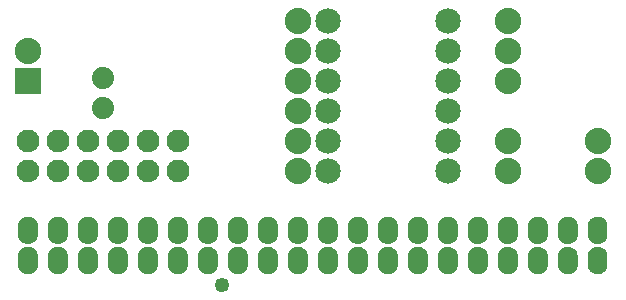
<source format=gts>
G04 MADE WITH FRITZING*
G04 WWW.FRITZING.ORG*
G04 DOUBLE SIDED*
G04 HOLES PLATED*
G04 CONTOUR ON CENTER OF CONTOUR VECTOR*
%ASAXBY*%
%FSLAX23Y23*%
%MOIN*%
%OFA0B0*%
%SFA1.0B1.0*%
%ADD10C,0.064000*%
%ADD11C,0.084803*%
%ADD12C,0.076000*%
%ADD13C,0.073976*%
%ADD14C,0.088000*%
%ADD15C,0.049370*%
%ADD16R,0.088000X0.088000*%
%ADD17R,0.001000X0.001000*%
%LNMASK1*%
G90*
G70*
G54D10*
X2057Y239D03*
X2057Y138D03*
X1958Y239D03*
X1958Y138D03*
X1858Y239D03*
X1858Y138D03*
X1758Y239D03*
X1758Y138D03*
X1658Y239D03*
X1658Y138D03*
X1558Y239D03*
X1558Y138D03*
X1458Y239D03*
X1458Y138D03*
X1358Y239D03*
X1358Y138D03*
X1258Y239D03*
X1258Y138D03*
X1158Y239D03*
X1158Y138D03*
X1058Y239D03*
X1058Y138D03*
X958Y239D03*
X958Y138D03*
X858Y239D03*
X858Y138D03*
X758Y239D03*
X758Y138D03*
X658Y239D03*
X658Y138D03*
X558Y239D03*
X558Y138D03*
X458Y239D03*
X458Y138D03*
X358Y239D03*
X358Y138D03*
X258Y239D03*
X258Y138D03*
X158Y239D03*
X158Y138D03*
G54D11*
X1158Y939D03*
X1158Y438D03*
X1158Y538D03*
X1158Y638D03*
X1158Y738D03*
X1158Y838D03*
X1558Y939D03*
X1559Y438D03*
X1559Y538D03*
X1559Y638D03*
X1559Y738D03*
X1559Y838D03*
G54D12*
X658Y439D03*
X258Y439D03*
X558Y439D03*
X158Y439D03*
X458Y439D03*
X358Y439D03*
G54D13*
X408Y647D03*
G54D14*
X1758Y939D03*
X1758Y839D03*
X1758Y739D03*
X1758Y539D03*
X1758Y539D03*
X1758Y439D03*
G54D12*
X658Y539D03*
X258Y539D03*
X558Y539D03*
X158Y539D03*
X458Y539D03*
X358Y539D03*
G54D13*
X408Y747D03*
G54D14*
X1058Y439D03*
X1058Y539D03*
X1058Y639D03*
X1058Y739D03*
X1058Y839D03*
X1058Y939D03*
X158Y739D03*
X158Y839D03*
X2058Y539D03*
X2058Y539D03*
X2058Y439D03*
G54D15*
X804Y56D03*
G54D16*
X158Y739D03*
G54D17*
X153Y284D02*
X162Y284D01*
X253Y284D02*
X262Y284D01*
X353Y284D02*
X362Y284D01*
X453Y284D02*
X462Y284D01*
X553Y284D02*
X562Y284D01*
X653Y284D02*
X662Y284D01*
X753Y284D02*
X762Y284D01*
X853Y284D02*
X861Y284D01*
X953Y284D02*
X961Y284D01*
X1053Y284D02*
X1061Y284D01*
X1153Y284D02*
X1161Y284D01*
X1253Y284D02*
X1261Y284D01*
X1353Y284D02*
X1361Y284D01*
X1453Y284D02*
X1461Y284D01*
X1553Y284D02*
X1561Y284D01*
X1653Y284D02*
X1661Y284D01*
X1753Y284D02*
X1761Y284D01*
X1853Y284D02*
X1861Y284D01*
X1953Y284D02*
X1961Y284D01*
X2052Y284D02*
X2061Y284D01*
X148Y283D02*
X167Y283D01*
X248Y283D02*
X266Y283D01*
X348Y283D02*
X366Y283D01*
X448Y283D02*
X466Y283D01*
X548Y283D02*
X566Y283D01*
X648Y283D02*
X666Y283D01*
X748Y283D02*
X766Y283D01*
X848Y283D02*
X866Y283D01*
X948Y283D02*
X966Y283D01*
X1048Y283D02*
X1066Y283D01*
X1148Y283D02*
X1166Y283D01*
X1248Y283D02*
X1266Y283D01*
X1348Y283D02*
X1366Y283D01*
X1448Y283D02*
X1466Y283D01*
X1548Y283D02*
X1566Y283D01*
X1648Y283D02*
X1666Y283D01*
X1748Y283D02*
X1766Y283D01*
X1848Y283D02*
X1866Y283D01*
X1948Y283D02*
X1966Y283D01*
X2047Y283D02*
X2066Y283D01*
X145Y282D02*
X170Y282D01*
X245Y282D02*
X270Y282D01*
X345Y282D02*
X370Y282D01*
X445Y282D02*
X470Y282D01*
X545Y282D02*
X570Y282D01*
X644Y282D02*
X670Y282D01*
X744Y282D02*
X770Y282D01*
X844Y282D02*
X870Y282D01*
X944Y282D02*
X970Y282D01*
X1044Y282D02*
X1070Y282D01*
X1144Y282D02*
X1170Y282D01*
X1244Y282D02*
X1270Y282D01*
X1344Y282D02*
X1370Y282D01*
X1444Y282D02*
X1470Y282D01*
X1544Y282D02*
X1570Y282D01*
X1644Y282D02*
X1670Y282D01*
X1744Y282D02*
X1770Y282D01*
X1844Y282D02*
X1870Y282D01*
X1944Y282D02*
X1970Y282D01*
X2044Y282D02*
X2069Y282D01*
X142Y281D02*
X172Y281D01*
X242Y281D02*
X272Y281D01*
X342Y281D02*
X372Y281D01*
X442Y281D02*
X472Y281D01*
X542Y281D02*
X572Y281D01*
X642Y281D02*
X672Y281D01*
X742Y281D02*
X772Y281D01*
X842Y281D02*
X872Y281D01*
X942Y281D02*
X972Y281D01*
X1042Y281D02*
X1072Y281D01*
X1142Y281D02*
X1172Y281D01*
X1242Y281D02*
X1272Y281D01*
X1342Y281D02*
X1372Y281D01*
X1442Y281D02*
X1472Y281D01*
X1542Y281D02*
X1572Y281D01*
X1642Y281D02*
X1672Y281D01*
X1742Y281D02*
X1772Y281D01*
X1842Y281D02*
X1872Y281D01*
X1942Y281D02*
X1972Y281D01*
X2041Y281D02*
X2072Y281D01*
X140Y280D02*
X175Y280D01*
X240Y280D02*
X275Y280D01*
X340Y280D02*
X375Y280D01*
X440Y280D02*
X475Y280D01*
X540Y280D02*
X575Y280D01*
X640Y280D02*
X675Y280D01*
X740Y280D02*
X775Y280D01*
X840Y280D02*
X875Y280D01*
X940Y280D02*
X975Y280D01*
X1040Y280D02*
X1075Y280D01*
X1140Y280D02*
X1175Y280D01*
X1240Y280D02*
X1275Y280D01*
X1340Y280D02*
X1375Y280D01*
X1440Y280D02*
X1474Y280D01*
X1540Y280D02*
X1574Y280D01*
X1640Y280D02*
X1674Y280D01*
X1740Y280D02*
X1774Y280D01*
X1840Y280D02*
X1874Y280D01*
X1940Y280D02*
X1974Y280D01*
X2039Y280D02*
X2074Y280D01*
X138Y279D02*
X176Y279D01*
X238Y279D02*
X276Y279D01*
X338Y279D02*
X376Y279D01*
X438Y279D02*
X476Y279D01*
X538Y279D02*
X576Y279D01*
X638Y279D02*
X676Y279D01*
X738Y279D02*
X776Y279D01*
X838Y279D02*
X876Y279D01*
X938Y279D02*
X976Y279D01*
X1038Y279D02*
X1076Y279D01*
X1138Y279D02*
X1176Y279D01*
X1238Y279D02*
X1276Y279D01*
X1338Y279D02*
X1376Y279D01*
X1438Y279D02*
X1476Y279D01*
X1538Y279D02*
X1576Y279D01*
X1638Y279D02*
X1676Y279D01*
X1738Y279D02*
X1776Y279D01*
X1838Y279D02*
X1876Y279D01*
X1938Y279D02*
X1976Y279D01*
X2037Y279D02*
X2076Y279D01*
X137Y278D02*
X178Y278D01*
X237Y278D02*
X278Y278D01*
X336Y278D02*
X378Y278D01*
X436Y278D02*
X478Y278D01*
X536Y278D02*
X578Y278D01*
X636Y278D02*
X678Y278D01*
X736Y278D02*
X778Y278D01*
X836Y278D02*
X878Y278D01*
X936Y278D02*
X978Y278D01*
X1036Y278D02*
X1078Y278D01*
X1136Y278D02*
X1178Y278D01*
X1236Y278D02*
X1278Y278D01*
X1336Y278D02*
X1378Y278D01*
X1436Y278D02*
X1478Y278D01*
X1536Y278D02*
X1578Y278D01*
X1636Y278D02*
X1678Y278D01*
X1736Y278D02*
X1778Y278D01*
X1836Y278D02*
X1878Y278D01*
X1936Y278D02*
X1978Y278D01*
X2036Y278D02*
X2077Y278D01*
X135Y277D02*
X179Y277D01*
X235Y277D02*
X279Y277D01*
X335Y277D02*
X379Y277D01*
X435Y277D02*
X479Y277D01*
X535Y277D02*
X579Y277D01*
X635Y277D02*
X679Y277D01*
X735Y277D02*
X779Y277D01*
X835Y277D02*
X879Y277D01*
X935Y277D02*
X979Y277D01*
X1035Y277D02*
X1079Y277D01*
X1135Y277D02*
X1179Y277D01*
X1235Y277D02*
X1279Y277D01*
X1335Y277D02*
X1379Y277D01*
X1435Y277D02*
X1479Y277D01*
X1535Y277D02*
X1579Y277D01*
X1635Y277D02*
X1679Y277D01*
X1735Y277D02*
X1779Y277D01*
X1835Y277D02*
X1879Y277D01*
X1935Y277D02*
X1979Y277D01*
X2034Y277D02*
X2079Y277D01*
X134Y276D02*
X181Y276D01*
X234Y276D02*
X281Y276D01*
X334Y276D02*
X381Y276D01*
X434Y276D02*
X481Y276D01*
X534Y276D02*
X581Y276D01*
X634Y276D02*
X681Y276D01*
X734Y276D02*
X781Y276D01*
X834Y276D02*
X881Y276D01*
X934Y276D02*
X981Y276D01*
X1034Y276D02*
X1081Y276D01*
X1134Y276D02*
X1180Y276D01*
X1234Y276D02*
X1280Y276D01*
X1334Y276D02*
X1380Y276D01*
X1434Y276D02*
X1480Y276D01*
X1534Y276D02*
X1580Y276D01*
X1634Y276D02*
X1680Y276D01*
X1734Y276D02*
X1780Y276D01*
X1834Y276D02*
X1880Y276D01*
X1934Y276D02*
X1980Y276D01*
X2033Y276D02*
X2080Y276D01*
X133Y275D02*
X182Y275D01*
X233Y275D02*
X282Y275D01*
X333Y275D02*
X382Y275D01*
X433Y275D02*
X482Y275D01*
X533Y275D02*
X582Y275D01*
X633Y275D02*
X682Y275D01*
X733Y275D02*
X782Y275D01*
X833Y275D02*
X882Y275D01*
X933Y275D02*
X982Y275D01*
X1033Y275D02*
X1082Y275D01*
X1133Y275D02*
X1182Y275D01*
X1233Y275D02*
X1282Y275D01*
X1333Y275D02*
X1381Y275D01*
X1433Y275D02*
X1481Y275D01*
X1533Y275D02*
X1581Y275D01*
X1633Y275D02*
X1681Y275D01*
X1733Y275D02*
X1781Y275D01*
X1833Y275D02*
X1881Y275D01*
X1933Y275D02*
X1981Y275D01*
X2032Y275D02*
X2081Y275D01*
X132Y274D02*
X183Y274D01*
X232Y274D02*
X283Y274D01*
X332Y274D02*
X383Y274D01*
X432Y274D02*
X483Y274D01*
X532Y274D02*
X583Y274D01*
X632Y274D02*
X683Y274D01*
X732Y274D02*
X783Y274D01*
X832Y274D02*
X883Y274D01*
X932Y274D02*
X983Y274D01*
X1032Y274D02*
X1083Y274D01*
X1132Y274D02*
X1182Y274D01*
X1232Y274D02*
X1282Y274D01*
X1332Y274D02*
X1382Y274D01*
X1432Y274D02*
X1482Y274D01*
X1532Y274D02*
X1582Y274D01*
X1632Y274D02*
X1682Y274D01*
X1732Y274D02*
X1782Y274D01*
X1832Y274D02*
X1882Y274D01*
X1932Y274D02*
X1982Y274D01*
X2031Y274D02*
X2082Y274D01*
X131Y273D02*
X183Y273D01*
X231Y273D02*
X283Y273D01*
X331Y273D02*
X383Y273D01*
X431Y273D02*
X483Y273D01*
X531Y273D02*
X583Y273D01*
X631Y273D02*
X683Y273D01*
X731Y273D02*
X783Y273D01*
X831Y273D02*
X883Y273D01*
X931Y273D02*
X983Y273D01*
X1031Y273D02*
X1083Y273D01*
X1131Y273D02*
X1183Y273D01*
X1231Y273D02*
X1283Y273D01*
X1331Y273D02*
X1383Y273D01*
X1431Y273D02*
X1483Y273D01*
X1531Y273D02*
X1583Y273D01*
X1631Y273D02*
X1683Y273D01*
X1731Y273D02*
X1783Y273D01*
X1831Y273D02*
X1883Y273D01*
X1931Y273D02*
X1983Y273D01*
X2030Y273D02*
X2083Y273D01*
X130Y272D02*
X184Y272D01*
X230Y272D02*
X284Y272D01*
X330Y272D02*
X384Y272D01*
X430Y272D02*
X484Y272D01*
X530Y272D02*
X584Y272D01*
X630Y272D02*
X684Y272D01*
X730Y272D02*
X784Y272D01*
X830Y272D02*
X884Y272D01*
X930Y272D02*
X984Y272D01*
X1030Y272D02*
X1084Y272D01*
X1130Y272D02*
X1184Y272D01*
X1230Y272D02*
X1284Y272D01*
X1330Y272D02*
X1384Y272D01*
X1430Y272D02*
X1484Y272D01*
X1530Y272D02*
X1584Y272D01*
X1630Y272D02*
X1684Y272D01*
X1730Y272D02*
X1784Y272D01*
X1830Y272D02*
X1884Y272D01*
X1930Y272D02*
X1984Y272D01*
X2030Y272D02*
X2084Y272D01*
X130Y271D02*
X185Y271D01*
X230Y271D02*
X285Y271D01*
X330Y271D02*
X385Y271D01*
X430Y271D02*
X485Y271D01*
X530Y271D02*
X585Y271D01*
X630Y271D02*
X685Y271D01*
X730Y271D02*
X785Y271D01*
X829Y271D02*
X885Y271D01*
X929Y271D02*
X985Y271D01*
X1029Y271D02*
X1085Y271D01*
X1129Y271D02*
X1185Y271D01*
X1229Y271D02*
X1285Y271D01*
X1329Y271D02*
X1385Y271D01*
X1429Y271D02*
X1485Y271D01*
X1529Y271D02*
X1585Y271D01*
X1629Y271D02*
X1685Y271D01*
X1729Y271D02*
X1785Y271D01*
X1829Y271D02*
X1885Y271D01*
X1929Y271D02*
X1985Y271D01*
X2029Y271D02*
X2084Y271D01*
X129Y270D02*
X186Y270D01*
X229Y270D02*
X286Y270D01*
X329Y270D02*
X386Y270D01*
X429Y270D02*
X486Y270D01*
X529Y270D02*
X586Y270D01*
X629Y270D02*
X685Y270D01*
X729Y270D02*
X785Y270D01*
X829Y270D02*
X885Y270D01*
X929Y270D02*
X985Y270D01*
X1029Y270D02*
X1085Y270D01*
X1129Y270D02*
X1185Y270D01*
X1229Y270D02*
X1285Y270D01*
X1329Y270D02*
X1385Y270D01*
X1429Y270D02*
X1485Y270D01*
X1529Y270D02*
X1585Y270D01*
X1629Y270D02*
X1685Y270D01*
X1729Y270D02*
X1785Y270D01*
X1829Y270D02*
X1885Y270D01*
X1929Y270D02*
X1985Y270D01*
X2028Y270D02*
X2085Y270D01*
X128Y269D02*
X186Y269D01*
X228Y269D02*
X286Y269D01*
X328Y269D02*
X386Y269D01*
X428Y269D02*
X486Y269D01*
X528Y269D02*
X586Y269D01*
X628Y269D02*
X686Y269D01*
X728Y269D02*
X786Y269D01*
X828Y269D02*
X886Y269D01*
X928Y269D02*
X986Y269D01*
X1028Y269D02*
X1086Y269D01*
X1128Y269D02*
X1186Y269D01*
X1228Y269D02*
X1286Y269D01*
X1328Y269D02*
X1386Y269D01*
X1428Y269D02*
X1486Y269D01*
X1528Y269D02*
X1586Y269D01*
X1628Y269D02*
X1686Y269D01*
X1728Y269D02*
X1786Y269D01*
X1828Y269D02*
X1886Y269D01*
X1928Y269D02*
X1986Y269D01*
X2028Y269D02*
X2085Y269D01*
X128Y268D02*
X187Y268D01*
X228Y268D02*
X287Y268D01*
X328Y268D02*
X387Y268D01*
X428Y268D02*
X487Y268D01*
X528Y268D02*
X587Y268D01*
X628Y268D02*
X687Y268D01*
X728Y268D02*
X787Y268D01*
X828Y268D02*
X887Y268D01*
X928Y268D02*
X987Y268D01*
X1028Y268D02*
X1087Y268D01*
X1128Y268D02*
X1186Y268D01*
X1228Y268D02*
X1286Y268D01*
X1328Y268D02*
X1386Y268D01*
X1428Y268D02*
X1486Y268D01*
X1528Y268D02*
X1586Y268D01*
X1628Y268D02*
X1686Y268D01*
X1728Y268D02*
X1786Y268D01*
X1828Y268D02*
X1886Y268D01*
X1928Y268D02*
X1986Y268D01*
X2027Y268D02*
X2086Y268D01*
X127Y267D02*
X187Y267D01*
X227Y267D02*
X287Y267D01*
X327Y267D02*
X387Y267D01*
X427Y267D02*
X487Y267D01*
X527Y267D02*
X587Y267D01*
X627Y267D02*
X687Y267D01*
X727Y267D02*
X787Y267D01*
X827Y267D02*
X887Y267D01*
X927Y267D02*
X987Y267D01*
X1027Y267D02*
X1087Y267D01*
X1127Y267D02*
X1187Y267D01*
X1227Y267D02*
X1287Y267D01*
X1327Y267D02*
X1387Y267D01*
X1427Y267D02*
X1487Y267D01*
X1527Y267D02*
X1587Y267D01*
X1627Y267D02*
X1687Y267D01*
X1727Y267D02*
X1787Y267D01*
X1827Y267D02*
X1887Y267D01*
X1927Y267D02*
X1987Y267D01*
X2027Y267D02*
X2086Y267D01*
X127Y266D02*
X187Y266D01*
X227Y266D02*
X287Y266D01*
X327Y266D02*
X387Y266D01*
X427Y266D02*
X487Y266D01*
X527Y266D02*
X587Y266D01*
X627Y266D02*
X687Y266D01*
X727Y266D02*
X787Y266D01*
X827Y266D02*
X887Y266D01*
X927Y266D02*
X987Y266D01*
X1027Y266D02*
X1087Y266D01*
X1127Y266D02*
X1187Y266D01*
X1227Y266D02*
X1287Y266D01*
X1327Y266D02*
X1387Y266D01*
X1427Y266D02*
X1487Y266D01*
X1527Y266D02*
X1587Y266D01*
X1627Y266D02*
X1687Y266D01*
X1727Y266D02*
X1787Y266D01*
X1827Y266D02*
X1887Y266D01*
X1927Y266D02*
X1987Y266D01*
X2026Y266D02*
X2087Y266D01*
X127Y265D02*
X188Y265D01*
X227Y265D02*
X288Y265D01*
X327Y265D02*
X388Y265D01*
X427Y265D02*
X488Y265D01*
X527Y265D02*
X588Y265D01*
X627Y265D02*
X688Y265D01*
X727Y265D02*
X788Y265D01*
X827Y265D02*
X888Y265D01*
X927Y265D02*
X988Y265D01*
X1027Y265D02*
X1088Y265D01*
X1127Y265D02*
X1188Y265D01*
X1227Y265D02*
X1288Y265D01*
X1327Y265D02*
X1388Y265D01*
X1427Y265D02*
X1488Y265D01*
X1526Y265D02*
X1588Y265D01*
X1626Y265D02*
X1688Y265D01*
X1726Y265D02*
X1788Y265D01*
X1826Y265D02*
X1888Y265D01*
X1926Y265D02*
X1988Y265D01*
X2026Y265D02*
X2087Y265D01*
X126Y264D02*
X188Y264D01*
X226Y264D02*
X288Y264D01*
X326Y264D02*
X388Y264D01*
X426Y264D02*
X488Y264D01*
X526Y264D02*
X588Y264D01*
X626Y264D02*
X688Y264D01*
X726Y264D02*
X788Y264D01*
X826Y264D02*
X888Y264D01*
X926Y264D02*
X988Y264D01*
X1026Y264D02*
X1088Y264D01*
X1126Y264D02*
X1188Y264D01*
X1226Y264D02*
X1288Y264D01*
X1326Y264D02*
X1388Y264D01*
X1426Y264D02*
X1488Y264D01*
X1526Y264D02*
X1588Y264D01*
X1626Y264D02*
X1688Y264D01*
X1726Y264D02*
X1788Y264D01*
X1826Y264D02*
X1888Y264D01*
X1926Y264D02*
X1988Y264D01*
X2026Y264D02*
X2087Y264D01*
X126Y263D02*
X188Y263D01*
X226Y263D02*
X288Y263D01*
X326Y263D02*
X388Y263D01*
X426Y263D02*
X488Y263D01*
X526Y263D02*
X588Y263D01*
X626Y263D02*
X688Y263D01*
X726Y263D02*
X788Y263D01*
X826Y263D02*
X888Y263D01*
X926Y263D02*
X988Y263D01*
X1026Y263D02*
X1088Y263D01*
X1126Y263D02*
X1188Y263D01*
X1226Y263D02*
X1288Y263D01*
X1326Y263D02*
X1388Y263D01*
X1426Y263D02*
X1488Y263D01*
X1526Y263D02*
X1588Y263D01*
X1626Y263D02*
X1688Y263D01*
X1726Y263D02*
X1788Y263D01*
X1826Y263D02*
X1888Y263D01*
X1926Y263D02*
X1988Y263D01*
X2025Y263D02*
X2088Y263D01*
X126Y262D02*
X189Y262D01*
X226Y262D02*
X289Y262D01*
X326Y262D02*
X389Y262D01*
X426Y262D02*
X489Y262D01*
X526Y262D02*
X588Y262D01*
X626Y262D02*
X688Y262D01*
X726Y262D02*
X788Y262D01*
X826Y262D02*
X888Y262D01*
X926Y262D02*
X988Y262D01*
X1026Y262D02*
X1088Y262D01*
X1126Y262D02*
X1188Y262D01*
X1226Y262D02*
X1288Y262D01*
X1326Y262D02*
X1388Y262D01*
X1426Y262D02*
X1488Y262D01*
X1526Y262D02*
X1588Y262D01*
X1626Y262D02*
X1688Y262D01*
X1726Y262D02*
X1788Y262D01*
X1826Y262D02*
X1888Y262D01*
X1926Y262D02*
X1988Y262D01*
X2025Y262D02*
X2088Y262D01*
X126Y261D02*
X189Y261D01*
X226Y261D02*
X289Y261D01*
X326Y261D02*
X389Y261D01*
X426Y261D02*
X489Y261D01*
X526Y261D02*
X589Y261D01*
X626Y261D02*
X689Y261D01*
X726Y261D02*
X789Y261D01*
X826Y261D02*
X889Y261D01*
X926Y261D02*
X989Y261D01*
X1026Y261D02*
X1089Y261D01*
X1126Y261D02*
X1188Y261D01*
X1226Y261D02*
X1288Y261D01*
X1326Y261D02*
X1388Y261D01*
X1426Y261D02*
X1488Y261D01*
X1526Y261D02*
X1588Y261D01*
X1626Y261D02*
X1688Y261D01*
X1726Y261D02*
X1788Y261D01*
X1826Y261D02*
X1888Y261D01*
X1926Y261D02*
X1988Y261D01*
X2025Y261D02*
X2088Y261D01*
X126Y260D02*
X189Y260D01*
X226Y260D02*
X289Y260D01*
X326Y260D02*
X389Y260D01*
X426Y260D02*
X489Y260D01*
X526Y260D02*
X589Y260D01*
X626Y260D02*
X689Y260D01*
X726Y260D02*
X789Y260D01*
X826Y260D02*
X889Y260D01*
X926Y260D02*
X989Y260D01*
X1026Y260D02*
X1089Y260D01*
X1126Y260D02*
X1189Y260D01*
X1226Y260D02*
X1289Y260D01*
X1326Y260D02*
X1389Y260D01*
X1426Y260D02*
X1489Y260D01*
X1526Y260D02*
X1589Y260D01*
X1626Y260D02*
X1688Y260D01*
X1726Y260D02*
X1788Y260D01*
X1826Y260D02*
X1888Y260D01*
X1926Y260D02*
X1988Y260D01*
X2025Y260D02*
X2088Y260D01*
X126Y259D02*
X189Y259D01*
X226Y259D02*
X289Y259D01*
X326Y259D02*
X389Y259D01*
X426Y259D02*
X489Y259D01*
X526Y259D02*
X589Y259D01*
X626Y259D02*
X689Y259D01*
X726Y259D02*
X789Y259D01*
X826Y259D02*
X889Y259D01*
X926Y259D02*
X989Y259D01*
X1026Y259D02*
X1089Y259D01*
X1126Y259D02*
X1189Y259D01*
X1226Y259D02*
X1289Y259D01*
X1326Y259D02*
X1389Y259D01*
X1426Y259D02*
X1489Y259D01*
X1526Y259D02*
X1589Y259D01*
X1626Y259D02*
X1689Y259D01*
X1726Y259D02*
X1789Y259D01*
X1825Y259D02*
X1889Y259D01*
X1925Y259D02*
X1989Y259D01*
X2025Y259D02*
X2088Y259D01*
X126Y258D02*
X189Y258D01*
X226Y258D02*
X289Y258D01*
X326Y258D02*
X389Y258D01*
X426Y258D02*
X489Y258D01*
X526Y258D02*
X589Y258D01*
X626Y258D02*
X689Y258D01*
X726Y258D02*
X789Y258D01*
X826Y258D02*
X889Y258D01*
X926Y258D02*
X989Y258D01*
X1026Y258D02*
X1089Y258D01*
X1126Y258D02*
X1189Y258D01*
X1226Y258D02*
X1289Y258D01*
X1326Y258D02*
X1389Y258D01*
X1426Y258D02*
X1489Y258D01*
X1526Y258D02*
X1589Y258D01*
X1626Y258D02*
X1689Y258D01*
X1726Y258D02*
X1789Y258D01*
X1825Y258D02*
X1889Y258D01*
X1925Y258D02*
X1989Y258D01*
X2025Y258D02*
X2088Y258D01*
X126Y257D02*
X189Y257D01*
X226Y257D02*
X289Y257D01*
X326Y257D02*
X389Y257D01*
X426Y257D02*
X489Y257D01*
X526Y257D02*
X589Y257D01*
X626Y257D02*
X689Y257D01*
X726Y257D02*
X789Y257D01*
X826Y257D02*
X889Y257D01*
X926Y257D02*
X989Y257D01*
X1026Y257D02*
X1089Y257D01*
X1126Y257D02*
X1189Y257D01*
X1226Y257D02*
X1289Y257D01*
X1326Y257D02*
X1389Y257D01*
X1426Y257D02*
X1489Y257D01*
X1526Y257D02*
X1589Y257D01*
X1626Y257D02*
X1689Y257D01*
X1726Y257D02*
X1789Y257D01*
X1825Y257D02*
X1889Y257D01*
X1925Y257D02*
X1989Y257D01*
X2025Y257D02*
X2088Y257D01*
X126Y256D02*
X189Y256D01*
X226Y256D02*
X289Y256D01*
X326Y256D02*
X389Y256D01*
X426Y256D02*
X489Y256D01*
X526Y256D02*
X589Y256D01*
X626Y256D02*
X689Y256D01*
X726Y256D02*
X789Y256D01*
X826Y256D02*
X889Y256D01*
X926Y256D02*
X989Y256D01*
X1026Y256D02*
X1089Y256D01*
X1126Y256D02*
X1189Y256D01*
X1226Y256D02*
X1289Y256D01*
X1326Y256D02*
X1389Y256D01*
X1426Y256D02*
X1489Y256D01*
X1526Y256D02*
X1589Y256D01*
X1626Y256D02*
X1689Y256D01*
X1726Y256D02*
X1789Y256D01*
X1825Y256D02*
X1889Y256D01*
X1925Y256D02*
X1989Y256D01*
X2025Y256D02*
X2088Y256D01*
X126Y255D02*
X189Y255D01*
X226Y255D02*
X289Y255D01*
X326Y255D02*
X389Y255D01*
X426Y255D02*
X489Y255D01*
X526Y255D02*
X589Y255D01*
X626Y255D02*
X689Y255D01*
X726Y255D02*
X789Y255D01*
X826Y255D02*
X889Y255D01*
X926Y255D02*
X989Y255D01*
X1026Y255D02*
X1089Y255D01*
X1126Y255D02*
X1189Y255D01*
X1226Y255D02*
X1289Y255D01*
X1326Y255D02*
X1389Y255D01*
X1426Y255D02*
X1489Y255D01*
X1526Y255D02*
X1589Y255D01*
X1626Y255D02*
X1689Y255D01*
X1726Y255D02*
X1789Y255D01*
X1825Y255D02*
X1889Y255D01*
X1925Y255D02*
X1989Y255D01*
X2025Y255D02*
X2088Y255D01*
X126Y254D02*
X189Y254D01*
X226Y254D02*
X289Y254D01*
X326Y254D02*
X389Y254D01*
X426Y254D02*
X489Y254D01*
X526Y254D02*
X589Y254D01*
X626Y254D02*
X689Y254D01*
X726Y254D02*
X789Y254D01*
X826Y254D02*
X889Y254D01*
X926Y254D02*
X989Y254D01*
X1026Y254D02*
X1089Y254D01*
X1126Y254D02*
X1189Y254D01*
X1226Y254D02*
X1289Y254D01*
X1326Y254D02*
X1389Y254D01*
X1426Y254D02*
X1489Y254D01*
X1526Y254D02*
X1589Y254D01*
X1626Y254D02*
X1689Y254D01*
X1726Y254D02*
X1789Y254D01*
X1825Y254D02*
X1889Y254D01*
X1925Y254D02*
X1989Y254D01*
X2025Y254D02*
X2088Y254D01*
X126Y253D02*
X153Y253D01*
X161Y253D02*
X189Y253D01*
X226Y253D02*
X253Y253D01*
X261Y253D02*
X289Y253D01*
X326Y253D02*
X353Y253D01*
X361Y253D02*
X389Y253D01*
X426Y253D02*
X453Y253D01*
X461Y253D02*
X489Y253D01*
X526Y253D02*
X553Y253D01*
X561Y253D02*
X589Y253D01*
X626Y253D02*
X653Y253D01*
X661Y253D02*
X689Y253D01*
X726Y253D02*
X753Y253D01*
X761Y253D02*
X789Y253D01*
X826Y253D02*
X853Y253D01*
X861Y253D02*
X889Y253D01*
X926Y253D02*
X953Y253D01*
X961Y253D02*
X989Y253D01*
X1026Y253D02*
X1053Y253D01*
X1061Y253D02*
X1089Y253D01*
X1126Y253D02*
X1153Y253D01*
X1161Y253D02*
X1189Y253D01*
X1226Y253D02*
X1253Y253D01*
X1261Y253D02*
X1289Y253D01*
X1326Y253D02*
X1353Y253D01*
X1361Y253D02*
X1389Y253D01*
X1426Y253D02*
X1453Y253D01*
X1461Y253D02*
X1489Y253D01*
X1526Y253D02*
X1553Y253D01*
X1561Y253D02*
X1589Y253D01*
X1626Y253D02*
X1653Y253D01*
X1661Y253D02*
X1689Y253D01*
X1726Y253D02*
X1753Y253D01*
X1761Y253D02*
X1789Y253D01*
X1825Y253D02*
X1853Y253D01*
X1861Y253D02*
X1889Y253D01*
X1925Y253D02*
X1953Y253D01*
X1961Y253D02*
X1989Y253D01*
X2025Y253D02*
X2053Y253D01*
X2061Y253D02*
X2088Y253D01*
X126Y252D02*
X151Y252D01*
X164Y252D02*
X189Y252D01*
X226Y252D02*
X251Y252D01*
X264Y252D02*
X289Y252D01*
X326Y252D02*
X351Y252D01*
X364Y252D02*
X389Y252D01*
X426Y252D02*
X451Y252D01*
X464Y252D02*
X489Y252D01*
X526Y252D02*
X551Y252D01*
X564Y252D02*
X589Y252D01*
X626Y252D02*
X650Y252D01*
X664Y252D02*
X689Y252D01*
X726Y252D02*
X750Y252D01*
X764Y252D02*
X789Y252D01*
X826Y252D02*
X850Y252D01*
X864Y252D02*
X889Y252D01*
X926Y252D02*
X950Y252D01*
X964Y252D02*
X989Y252D01*
X1026Y252D02*
X1050Y252D01*
X1064Y252D02*
X1089Y252D01*
X1126Y252D02*
X1150Y252D01*
X1164Y252D02*
X1189Y252D01*
X1226Y252D02*
X1250Y252D01*
X1264Y252D02*
X1289Y252D01*
X1326Y252D02*
X1350Y252D01*
X1364Y252D02*
X1389Y252D01*
X1426Y252D02*
X1450Y252D01*
X1464Y252D02*
X1489Y252D01*
X1526Y252D02*
X1550Y252D01*
X1564Y252D02*
X1589Y252D01*
X1626Y252D02*
X1650Y252D01*
X1664Y252D02*
X1689Y252D01*
X1726Y252D02*
X1750Y252D01*
X1764Y252D02*
X1789Y252D01*
X1825Y252D02*
X1850Y252D01*
X1864Y252D02*
X1889Y252D01*
X1925Y252D02*
X1950Y252D01*
X1964Y252D02*
X1989Y252D01*
X2025Y252D02*
X2050Y252D01*
X2063Y252D02*
X2088Y252D01*
X126Y251D02*
X149Y251D01*
X166Y251D02*
X189Y251D01*
X226Y251D02*
X249Y251D01*
X266Y251D02*
X289Y251D01*
X326Y251D02*
X349Y251D01*
X366Y251D02*
X389Y251D01*
X426Y251D02*
X449Y251D01*
X466Y251D02*
X489Y251D01*
X526Y251D02*
X549Y251D01*
X566Y251D02*
X589Y251D01*
X626Y251D02*
X649Y251D01*
X666Y251D02*
X689Y251D01*
X726Y251D02*
X749Y251D01*
X766Y251D02*
X789Y251D01*
X826Y251D02*
X849Y251D01*
X866Y251D02*
X889Y251D01*
X926Y251D02*
X949Y251D01*
X966Y251D02*
X989Y251D01*
X1026Y251D02*
X1049Y251D01*
X1066Y251D02*
X1089Y251D01*
X1126Y251D02*
X1149Y251D01*
X1166Y251D02*
X1189Y251D01*
X1226Y251D02*
X1249Y251D01*
X1265Y251D02*
X1289Y251D01*
X1326Y251D02*
X1349Y251D01*
X1365Y251D02*
X1389Y251D01*
X1426Y251D02*
X1449Y251D01*
X1465Y251D02*
X1489Y251D01*
X1526Y251D02*
X1549Y251D01*
X1565Y251D02*
X1589Y251D01*
X1626Y251D02*
X1649Y251D01*
X1665Y251D02*
X1689Y251D01*
X1726Y251D02*
X1749Y251D01*
X1765Y251D02*
X1789Y251D01*
X1825Y251D02*
X1849Y251D01*
X1865Y251D02*
X1889Y251D01*
X1925Y251D02*
X1949Y251D01*
X1965Y251D02*
X1989Y251D01*
X2025Y251D02*
X2048Y251D01*
X2065Y251D02*
X2088Y251D01*
X126Y250D02*
X148Y250D01*
X167Y250D02*
X189Y250D01*
X226Y250D02*
X248Y250D01*
X267Y250D02*
X289Y250D01*
X326Y250D02*
X348Y250D01*
X367Y250D02*
X389Y250D01*
X426Y250D02*
X448Y250D01*
X467Y250D02*
X489Y250D01*
X526Y250D02*
X548Y250D01*
X567Y250D02*
X589Y250D01*
X626Y250D02*
X648Y250D01*
X667Y250D02*
X689Y250D01*
X726Y250D02*
X748Y250D01*
X767Y250D02*
X789Y250D01*
X826Y250D02*
X848Y250D01*
X867Y250D02*
X889Y250D01*
X926Y250D02*
X948Y250D01*
X967Y250D02*
X989Y250D01*
X1026Y250D02*
X1048Y250D01*
X1067Y250D02*
X1089Y250D01*
X1126Y250D02*
X1148Y250D01*
X1167Y250D02*
X1189Y250D01*
X1226Y250D02*
X1248Y250D01*
X1267Y250D02*
X1289Y250D01*
X1326Y250D02*
X1347Y250D01*
X1367Y250D02*
X1389Y250D01*
X1426Y250D02*
X1447Y250D01*
X1467Y250D02*
X1489Y250D01*
X1526Y250D02*
X1547Y250D01*
X1567Y250D02*
X1589Y250D01*
X1626Y250D02*
X1647Y250D01*
X1667Y250D02*
X1689Y250D01*
X1726Y250D02*
X1747Y250D01*
X1767Y250D02*
X1789Y250D01*
X1825Y250D02*
X1847Y250D01*
X1867Y250D02*
X1889Y250D01*
X1925Y250D02*
X1947Y250D01*
X1967Y250D02*
X1989Y250D01*
X2025Y250D02*
X2047Y250D01*
X2066Y250D02*
X2088Y250D01*
X126Y249D02*
X147Y249D01*
X168Y249D02*
X189Y249D01*
X226Y249D02*
X247Y249D01*
X268Y249D02*
X289Y249D01*
X326Y249D02*
X347Y249D01*
X368Y249D02*
X389Y249D01*
X426Y249D02*
X447Y249D01*
X468Y249D02*
X489Y249D01*
X526Y249D02*
X547Y249D01*
X568Y249D02*
X589Y249D01*
X626Y249D02*
X647Y249D01*
X668Y249D02*
X689Y249D01*
X726Y249D02*
X747Y249D01*
X768Y249D02*
X789Y249D01*
X826Y249D02*
X847Y249D01*
X868Y249D02*
X889Y249D01*
X926Y249D02*
X946Y249D01*
X968Y249D02*
X989Y249D01*
X1026Y249D02*
X1046Y249D01*
X1068Y249D02*
X1089Y249D01*
X1126Y249D02*
X1146Y249D01*
X1168Y249D02*
X1189Y249D01*
X1226Y249D02*
X1246Y249D01*
X1268Y249D02*
X1289Y249D01*
X1326Y249D02*
X1346Y249D01*
X1368Y249D02*
X1389Y249D01*
X1426Y249D02*
X1446Y249D01*
X1468Y249D02*
X1489Y249D01*
X1526Y249D02*
X1546Y249D01*
X1568Y249D02*
X1589Y249D01*
X1626Y249D02*
X1646Y249D01*
X1668Y249D02*
X1689Y249D01*
X1726Y249D02*
X1746Y249D01*
X1768Y249D02*
X1789Y249D01*
X1825Y249D02*
X1846Y249D01*
X1868Y249D02*
X1889Y249D01*
X1925Y249D02*
X1946Y249D01*
X1968Y249D02*
X1989Y249D01*
X2025Y249D02*
X2046Y249D01*
X2067Y249D02*
X2088Y249D01*
X126Y248D02*
X146Y248D01*
X169Y248D02*
X189Y248D01*
X226Y248D02*
X246Y248D01*
X269Y248D02*
X289Y248D01*
X326Y248D02*
X346Y248D01*
X369Y248D02*
X389Y248D01*
X426Y248D02*
X446Y248D01*
X469Y248D02*
X489Y248D01*
X526Y248D02*
X546Y248D01*
X569Y248D02*
X589Y248D01*
X626Y248D02*
X646Y248D01*
X669Y248D02*
X689Y248D01*
X726Y248D02*
X746Y248D01*
X769Y248D02*
X789Y248D01*
X826Y248D02*
X846Y248D01*
X869Y248D02*
X889Y248D01*
X926Y248D02*
X946Y248D01*
X969Y248D02*
X989Y248D01*
X1026Y248D02*
X1046Y248D01*
X1069Y248D02*
X1089Y248D01*
X1126Y248D02*
X1146Y248D01*
X1169Y248D02*
X1189Y248D01*
X1226Y248D02*
X1246Y248D01*
X1269Y248D02*
X1289Y248D01*
X1326Y248D02*
X1346Y248D01*
X1369Y248D02*
X1389Y248D01*
X1426Y248D02*
X1446Y248D01*
X1469Y248D02*
X1489Y248D01*
X1526Y248D02*
X1546Y248D01*
X1569Y248D02*
X1589Y248D01*
X1626Y248D02*
X1646Y248D01*
X1669Y248D02*
X1689Y248D01*
X1726Y248D02*
X1746Y248D01*
X1769Y248D02*
X1789Y248D01*
X1825Y248D02*
X1845Y248D01*
X1869Y248D02*
X1889Y248D01*
X1925Y248D02*
X1945Y248D01*
X1969Y248D02*
X1989Y248D01*
X2025Y248D02*
X2045Y248D01*
X2068Y248D02*
X2088Y248D01*
X126Y247D02*
X145Y247D01*
X170Y247D02*
X189Y247D01*
X226Y247D02*
X245Y247D01*
X270Y247D02*
X289Y247D01*
X326Y247D02*
X345Y247D01*
X370Y247D02*
X389Y247D01*
X426Y247D02*
X445Y247D01*
X470Y247D02*
X489Y247D01*
X526Y247D02*
X545Y247D01*
X569Y247D02*
X589Y247D01*
X626Y247D02*
X645Y247D01*
X669Y247D02*
X689Y247D01*
X726Y247D02*
X745Y247D01*
X769Y247D02*
X789Y247D01*
X826Y247D02*
X845Y247D01*
X869Y247D02*
X889Y247D01*
X926Y247D02*
X945Y247D01*
X969Y247D02*
X989Y247D01*
X1026Y247D02*
X1045Y247D01*
X1069Y247D02*
X1089Y247D01*
X1126Y247D02*
X1145Y247D01*
X1169Y247D02*
X1189Y247D01*
X1226Y247D02*
X1245Y247D01*
X1269Y247D02*
X1289Y247D01*
X1326Y247D02*
X1345Y247D01*
X1369Y247D02*
X1389Y247D01*
X1426Y247D02*
X1445Y247D01*
X1469Y247D02*
X1489Y247D01*
X1526Y247D02*
X1545Y247D01*
X1569Y247D02*
X1589Y247D01*
X1626Y247D02*
X1645Y247D01*
X1669Y247D02*
X1689Y247D01*
X1726Y247D02*
X1745Y247D01*
X1769Y247D02*
X1789Y247D01*
X1825Y247D02*
X1845Y247D01*
X1869Y247D02*
X1889Y247D01*
X1925Y247D02*
X1945Y247D01*
X1969Y247D02*
X1989Y247D01*
X2025Y247D02*
X2044Y247D01*
X2069Y247D02*
X2088Y247D01*
X126Y246D02*
X144Y246D01*
X170Y246D02*
X189Y246D01*
X226Y246D02*
X244Y246D01*
X270Y246D02*
X289Y246D01*
X326Y246D02*
X344Y246D01*
X370Y246D02*
X389Y246D01*
X426Y246D02*
X444Y246D01*
X470Y246D02*
X489Y246D01*
X526Y246D02*
X544Y246D01*
X570Y246D02*
X589Y246D01*
X626Y246D02*
X644Y246D01*
X670Y246D02*
X689Y246D01*
X726Y246D02*
X744Y246D01*
X770Y246D02*
X789Y246D01*
X826Y246D02*
X844Y246D01*
X870Y246D02*
X889Y246D01*
X926Y246D02*
X944Y246D01*
X970Y246D02*
X989Y246D01*
X1026Y246D02*
X1044Y246D01*
X1070Y246D02*
X1089Y246D01*
X1126Y246D02*
X1144Y246D01*
X1170Y246D02*
X1189Y246D01*
X1226Y246D02*
X1244Y246D01*
X1270Y246D02*
X1289Y246D01*
X1326Y246D02*
X1344Y246D01*
X1370Y246D02*
X1389Y246D01*
X1426Y246D02*
X1444Y246D01*
X1470Y246D02*
X1489Y246D01*
X1526Y246D02*
X1544Y246D01*
X1570Y246D02*
X1589Y246D01*
X1626Y246D02*
X1644Y246D01*
X1670Y246D02*
X1689Y246D01*
X1726Y246D02*
X1744Y246D01*
X1770Y246D02*
X1789Y246D01*
X1825Y246D02*
X1844Y246D01*
X1870Y246D02*
X1889Y246D01*
X1925Y246D02*
X1944Y246D01*
X1970Y246D02*
X1989Y246D01*
X2025Y246D02*
X2044Y246D01*
X2069Y246D02*
X2088Y246D01*
X126Y245D02*
X144Y245D01*
X171Y245D02*
X189Y245D01*
X226Y245D02*
X244Y245D01*
X271Y245D02*
X289Y245D01*
X326Y245D02*
X344Y245D01*
X371Y245D02*
X389Y245D01*
X426Y245D02*
X444Y245D01*
X471Y245D02*
X489Y245D01*
X526Y245D02*
X544Y245D01*
X571Y245D02*
X589Y245D01*
X626Y245D02*
X644Y245D01*
X671Y245D02*
X689Y245D01*
X726Y245D02*
X744Y245D01*
X771Y245D02*
X789Y245D01*
X826Y245D02*
X844Y245D01*
X871Y245D02*
X889Y245D01*
X926Y245D02*
X944Y245D01*
X971Y245D02*
X989Y245D01*
X1026Y245D02*
X1044Y245D01*
X1071Y245D02*
X1089Y245D01*
X1126Y245D02*
X1144Y245D01*
X1171Y245D02*
X1189Y245D01*
X1226Y245D02*
X1244Y245D01*
X1270Y245D02*
X1289Y245D01*
X1326Y245D02*
X1344Y245D01*
X1370Y245D02*
X1389Y245D01*
X1426Y245D02*
X1444Y245D01*
X1470Y245D02*
X1489Y245D01*
X1526Y245D02*
X1544Y245D01*
X1570Y245D02*
X1589Y245D01*
X1626Y245D02*
X1644Y245D01*
X1670Y245D02*
X1689Y245D01*
X1726Y245D02*
X1744Y245D01*
X1770Y245D02*
X1789Y245D01*
X1825Y245D02*
X1844Y245D01*
X1870Y245D02*
X1889Y245D01*
X1925Y245D02*
X1944Y245D01*
X1970Y245D02*
X1989Y245D01*
X2025Y245D02*
X2043Y245D01*
X2070Y245D02*
X2088Y245D01*
X126Y244D02*
X144Y244D01*
X171Y244D02*
X189Y244D01*
X226Y244D02*
X244Y244D01*
X271Y244D02*
X289Y244D01*
X326Y244D02*
X343Y244D01*
X371Y244D02*
X389Y244D01*
X426Y244D02*
X443Y244D01*
X471Y244D02*
X489Y244D01*
X526Y244D02*
X543Y244D01*
X571Y244D02*
X589Y244D01*
X626Y244D02*
X643Y244D01*
X671Y244D02*
X689Y244D01*
X726Y244D02*
X743Y244D01*
X771Y244D02*
X789Y244D01*
X826Y244D02*
X843Y244D01*
X871Y244D02*
X889Y244D01*
X926Y244D02*
X943Y244D01*
X971Y244D02*
X989Y244D01*
X1026Y244D02*
X1043Y244D01*
X1071Y244D02*
X1089Y244D01*
X1126Y244D02*
X1143Y244D01*
X1171Y244D02*
X1189Y244D01*
X1226Y244D02*
X1243Y244D01*
X1271Y244D02*
X1289Y244D01*
X1326Y244D02*
X1343Y244D01*
X1371Y244D02*
X1389Y244D01*
X1426Y244D02*
X1443Y244D01*
X1471Y244D02*
X1489Y244D01*
X1526Y244D02*
X1543Y244D01*
X1571Y244D02*
X1589Y244D01*
X1626Y244D02*
X1643Y244D01*
X1671Y244D02*
X1689Y244D01*
X1726Y244D02*
X1743Y244D01*
X1771Y244D02*
X1789Y244D01*
X1825Y244D02*
X1843Y244D01*
X1871Y244D02*
X1889Y244D01*
X1925Y244D02*
X1943Y244D01*
X1971Y244D02*
X1989Y244D01*
X2025Y244D02*
X2043Y244D01*
X2070Y244D02*
X2088Y244D01*
X126Y243D02*
X143Y243D01*
X171Y243D02*
X189Y243D01*
X226Y243D02*
X243Y243D01*
X271Y243D02*
X289Y243D01*
X326Y243D02*
X343Y243D01*
X371Y243D02*
X389Y243D01*
X426Y243D02*
X443Y243D01*
X471Y243D02*
X489Y243D01*
X526Y243D02*
X543Y243D01*
X571Y243D02*
X589Y243D01*
X626Y243D02*
X643Y243D01*
X671Y243D02*
X689Y243D01*
X726Y243D02*
X743Y243D01*
X771Y243D02*
X789Y243D01*
X826Y243D02*
X843Y243D01*
X871Y243D02*
X889Y243D01*
X926Y243D02*
X943Y243D01*
X971Y243D02*
X989Y243D01*
X1026Y243D02*
X1043Y243D01*
X1071Y243D02*
X1089Y243D01*
X1126Y243D02*
X1143Y243D01*
X1171Y243D02*
X1189Y243D01*
X1226Y243D02*
X1243Y243D01*
X1271Y243D02*
X1289Y243D01*
X1326Y243D02*
X1343Y243D01*
X1371Y243D02*
X1389Y243D01*
X1426Y243D02*
X1443Y243D01*
X1471Y243D02*
X1489Y243D01*
X1526Y243D02*
X1543Y243D01*
X1571Y243D02*
X1589Y243D01*
X1626Y243D02*
X1643Y243D01*
X1671Y243D02*
X1689Y243D01*
X1726Y243D02*
X1743Y243D01*
X1771Y243D02*
X1789Y243D01*
X1825Y243D02*
X1843Y243D01*
X1871Y243D02*
X1889Y243D01*
X1925Y243D02*
X1943Y243D01*
X1971Y243D02*
X1989Y243D01*
X2025Y243D02*
X2042Y243D01*
X2071Y243D02*
X2088Y243D01*
X126Y242D02*
X143Y242D01*
X172Y242D02*
X189Y242D01*
X226Y242D02*
X243Y242D01*
X272Y242D02*
X289Y242D01*
X326Y242D02*
X343Y242D01*
X372Y242D02*
X389Y242D01*
X426Y242D02*
X443Y242D01*
X471Y242D02*
X489Y242D01*
X526Y242D02*
X543Y242D01*
X571Y242D02*
X589Y242D01*
X626Y242D02*
X643Y242D01*
X671Y242D02*
X689Y242D01*
X726Y242D02*
X743Y242D01*
X771Y242D02*
X789Y242D01*
X826Y242D02*
X843Y242D01*
X871Y242D02*
X889Y242D01*
X926Y242D02*
X943Y242D01*
X971Y242D02*
X989Y242D01*
X1026Y242D02*
X1043Y242D01*
X1071Y242D02*
X1089Y242D01*
X1126Y242D02*
X1143Y242D01*
X1171Y242D02*
X1189Y242D01*
X1226Y242D02*
X1243Y242D01*
X1271Y242D02*
X1289Y242D01*
X1326Y242D02*
X1343Y242D01*
X1371Y242D02*
X1389Y242D01*
X1426Y242D02*
X1443Y242D01*
X1471Y242D02*
X1489Y242D01*
X1526Y242D02*
X1543Y242D01*
X1571Y242D02*
X1589Y242D01*
X1626Y242D02*
X1643Y242D01*
X1671Y242D02*
X1689Y242D01*
X1726Y242D02*
X1743Y242D01*
X1771Y242D02*
X1789Y242D01*
X1825Y242D02*
X1843Y242D01*
X1871Y242D02*
X1889Y242D01*
X1925Y242D02*
X1943Y242D01*
X1971Y242D02*
X1989Y242D01*
X2025Y242D02*
X2042Y242D01*
X2071Y242D02*
X2088Y242D01*
X126Y241D02*
X143Y241D01*
X172Y241D02*
X189Y241D01*
X226Y241D02*
X243Y241D01*
X272Y241D02*
X289Y241D01*
X326Y241D02*
X343Y241D01*
X372Y241D02*
X389Y241D01*
X426Y241D02*
X443Y241D01*
X472Y241D02*
X489Y241D01*
X526Y241D02*
X543Y241D01*
X572Y241D02*
X589Y241D01*
X626Y241D02*
X643Y241D01*
X672Y241D02*
X689Y241D01*
X726Y241D02*
X743Y241D01*
X772Y241D02*
X789Y241D01*
X826Y241D02*
X843Y241D01*
X872Y241D02*
X889Y241D01*
X926Y241D02*
X943Y241D01*
X972Y241D02*
X989Y241D01*
X1026Y241D02*
X1043Y241D01*
X1071Y241D02*
X1089Y241D01*
X1126Y241D02*
X1143Y241D01*
X1171Y241D02*
X1189Y241D01*
X1226Y241D02*
X1243Y241D01*
X1271Y241D02*
X1289Y241D01*
X1326Y241D02*
X1343Y241D01*
X1371Y241D02*
X1389Y241D01*
X1426Y241D02*
X1443Y241D01*
X1471Y241D02*
X1489Y241D01*
X1526Y241D02*
X1543Y241D01*
X1571Y241D02*
X1589Y241D01*
X1626Y241D02*
X1643Y241D01*
X1671Y241D02*
X1689Y241D01*
X1726Y241D02*
X1743Y241D01*
X1771Y241D02*
X1789Y241D01*
X1825Y241D02*
X1843Y241D01*
X1871Y241D02*
X1889Y241D01*
X1925Y241D02*
X1943Y241D01*
X1971Y241D02*
X1989Y241D01*
X2025Y241D02*
X2042Y241D01*
X2071Y241D02*
X2088Y241D01*
X126Y240D02*
X143Y240D01*
X172Y240D02*
X189Y240D01*
X226Y240D02*
X243Y240D01*
X272Y240D02*
X289Y240D01*
X326Y240D02*
X343Y240D01*
X372Y240D02*
X389Y240D01*
X426Y240D02*
X443Y240D01*
X472Y240D02*
X489Y240D01*
X526Y240D02*
X543Y240D01*
X572Y240D02*
X589Y240D01*
X626Y240D02*
X643Y240D01*
X672Y240D02*
X689Y240D01*
X726Y240D02*
X743Y240D01*
X772Y240D02*
X789Y240D01*
X826Y240D02*
X843Y240D01*
X872Y240D02*
X889Y240D01*
X926Y240D02*
X943Y240D01*
X972Y240D02*
X989Y240D01*
X1026Y240D02*
X1043Y240D01*
X1072Y240D02*
X1089Y240D01*
X1126Y240D02*
X1143Y240D01*
X1172Y240D02*
X1189Y240D01*
X1226Y240D02*
X1243Y240D01*
X1272Y240D02*
X1289Y240D01*
X1326Y240D02*
X1343Y240D01*
X1372Y240D02*
X1389Y240D01*
X1426Y240D02*
X1443Y240D01*
X1472Y240D02*
X1489Y240D01*
X1526Y240D02*
X1543Y240D01*
X1571Y240D02*
X1589Y240D01*
X1626Y240D02*
X1643Y240D01*
X1671Y240D02*
X1689Y240D01*
X1726Y240D02*
X1743Y240D01*
X1771Y240D02*
X1789Y240D01*
X1825Y240D02*
X1843Y240D01*
X1871Y240D02*
X1889Y240D01*
X1925Y240D02*
X1943Y240D01*
X1971Y240D02*
X1989Y240D01*
X2025Y240D02*
X2042Y240D01*
X2071Y240D02*
X2088Y240D01*
X126Y239D02*
X143Y239D01*
X172Y239D02*
X189Y239D01*
X226Y239D02*
X243Y239D01*
X272Y239D02*
X289Y239D01*
X326Y239D02*
X343Y239D01*
X372Y239D02*
X389Y239D01*
X426Y239D02*
X443Y239D01*
X472Y239D02*
X489Y239D01*
X526Y239D02*
X543Y239D01*
X572Y239D02*
X589Y239D01*
X626Y239D02*
X643Y239D01*
X672Y239D02*
X689Y239D01*
X726Y239D02*
X743Y239D01*
X772Y239D02*
X789Y239D01*
X826Y239D02*
X843Y239D01*
X872Y239D02*
X889Y239D01*
X926Y239D02*
X943Y239D01*
X972Y239D02*
X989Y239D01*
X1026Y239D02*
X1043Y239D01*
X1072Y239D02*
X1089Y239D01*
X1126Y239D02*
X1143Y239D01*
X1172Y239D02*
X1189Y239D01*
X1226Y239D02*
X1243Y239D01*
X1272Y239D02*
X1289Y239D01*
X1326Y239D02*
X1343Y239D01*
X1372Y239D02*
X1389Y239D01*
X1426Y239D02*
X1443Y239D01*
X1472Y239D02*
X1489Y239D01*
X1526Y239D02*
X1543Y239D01*
X1572Y239D02*
X1589Y239D01*
X1626Y239D02*
X1643Y239D01*
X1671Y239D02*
X1689Y239D01*
X1726Y239D02*
X1743Y239D01*
X1771Y239D02*
X1789Y239D01*
X1825Y239D02*
X1843Y239D01*
X1871Y239D02*
X1889Y239D01*
X1925Y239D02*
X1943Y239D01*
X1971Y239D02*
X1989Y239D01*
X2025Y239D02*
X2042Y239D01*
X2071Y239D02*
X2088Y239D01*
X126Y238D02*
X143Y238D01*
X172Y238D02*
X189Y238D01*
X226Y238D02*
X243Y238D01*
X272Y238D02*
X289Y238D01*
X326Y238D02*
X343Y238D01*
X372Y238D02*
X389Y238D01*
X426Y238D02*
X443Y238D01*
X472Y238D02*
X489Y238D01*
X526Y238D02*
X543Y238D01*
X572Y238D02*
X589Y238D01*
X626Y238D02*
X643Y238D01*
X672Y238D02*
X689Y238D01*
X726Y238D02*
X743Y238D01*
X772Y238D02*
X789Y238D01*
X826Y238D02*
X843Y238D01*
X872Y238D02*
X889Y238D01*
X926Y238D02*
X943Y238D01*
X972Y238D02*
X989Y238D01*
X1026Y238D02*
X1043Y238D01*
X1071Y238D02*
X1089Y238D01*
X1126Y238D02*
X1143Y238D01*
X1171Y238D02*
X1189Y238D01*
X1226Y238D02*
X1243Y238D01*
X1271Y238D02*
X1289Y238D01*
X1326Y238D02*
X1343Y238D01*
X1371Y238D02*
X1389Y238D01*
X1426Y238D02*
X1443Y238D01*
X1471Y238D02*
X1489Y238D01*
X1526Y238D02*
X1543Y238D01*
X1571Y238D02*
X1589Y238D01*
X1626Y238D02*
X1643Y238D01*
X1671Y238D02*
X1689Y238D01*
X1726Y238D02*
X1743Y238D01*
X1771Y238D02*
X1789Y238D01*
X1825Y238D02*
X1843Y238D01*
X1871Y238D02*
X1889Y238D01*
X1925Y238D02*
X1943Y238D01*
X1971Y238D02*
X1989Y238D01*
X2025Y238D02*
X2042Y238D01*
X2071Y238D02*
X2088Y238D01*
X126Y237D02*
X143Y237D01*
X172Y237D02*
X189Y237D01*
X226Y237D02*
X243Y237D01*
X272Y237D02*
X289Y237D01*
X326Y237D02*
X343Y237D01*
X372Y237D02*
X389Y237D01*
X426Y237D02*
X443Y237D01*
X472Y237D02*
X489Y237D01*
X526Y237D02*
X543Y237D01*
X571Y237D02*
X589Y237D01*
X626Y237D02*
X643Y237D01*
X671Y237D02*
X689Y237D01*
X726Y237D02*
X743Y237D01*
X771Y237D02*
X789Y237D01*
X826Y237D02*
X843Y237D01*
X871Y237D02*
X889Y237D01*
X926Y237D02*
X943Y237D01*
X971Y237D02*
X989Y237D01*
X1026Y237D02*
X1043Y237D01*
X1071Y237D02*
X1089Y237D01*
X1126Y237D02*
X1143Y237D01*
X1171Y237D02*
X1189Y237D01*
X1226Y237D02*
X1243Y237D01*
X1271Y237D02*
X1289Y237D01*
X1326Y237D02*
X1343Y237D01*
X1371Y237D02*
X1389Y237D01*
X1426Y237D02*
X1443Y237D01*
X1471Y237D02*
X1489Y237D01*
X1526Y237D02*
X1543Y237D01*
X1571Y237D02*
X1589Y237D01*
X1626Y237D02*
X1643Y237D01*
X1671Y237D02*
X1689Y237D01*
X1726Y237D02*
X1743Y237D01*
X1771Y237D02*
X1789Y237D01*
X1825Y237D02*
X1843Y237D01*
X1871Y237D02*
X1889Y237D01*
X1925Y237D02*
X1943Y237D01*
X1971Y237D02*
X1989Y237D01*
X2025Y237D02*
X2042Y237D01*
X2071Y237D02*
X2088Y237D01*
X126Y236D02*
X143Y236D01*
X171Y236D02*
X189Y236D01*
X226Y236D02*
X243Y236D01*
X271Y236D02*
X289Y236D01*
X326Y236D02*
X343Y236D01*
X371Y236D02*
X389Y236D01*
X426Y236D02*
X443Y236D01*
X471Y236D02*
X489Y236D01*
X526Y236D02*
X543Y236D01*
X571Y236D02*
X589Y236D01*
X626Y236D02*
X643Y236D01*
X671Y236D02*
X689Y236D01*
X726Y236D02*
X743Y236D01*
X771Y236D02*
X789Y236D01*
X826Y236D02*
X843Y236D01*
X871Y236D02*
X889Y236D01*
X926Y236D02*
X943Y236D01*
X971Y236D02*
X989Y236D01*
X1026Y236D02*
X1043Y236D01*
X1071Y236D02*
X1089Y236D01*
X1126Y236D02*
X1143Y236D01*
X1171Y236D02*
X1189Y236D01*
X1226Y236D02*
X1243Y236D01*
X1271Y236D02*
X1289Y236D01*
X1326Y236D02*
X1343Y236D01*
X1371Y236D02*
X1389Y236D01*
X1426Y236D02*
X1443Y236D01*
X1471Y236D02*
X1489Y236D01*
X1526Y236D02*
X1543Y236D01*
X1571Y236D02*
X1589Y236D01*
X1626Y236D02*
X1643Y236D01*
X1671Y236D02*
X1689Y236D01*
X1726Y236D02*
X1743Y236D01*
X1771Y236D02*
X1789Y236D01*
X1825Y236D02*
X1843Y236D01*
X1871Y236D02*
X1889Y236D01*
X1925Y236D02*
X1943Y236D01*
X1971Y236D02*
X1989Y236D01*
X2025Y236D02*
X2042Y236D01*
X2071Y236D02*
X2088Y236D01*
X126Y235D02*
X143Y235D01*
X171Y235D02*
X189Y235D01*
X226Y235D02*
X243Y235D01*
X271Y235D02*
X289Y235D01*
X326Y235D02*
X343Y235D01*
X371Y235D02*
X389Y235D01*
X426Y235D02*
X443Y235D01*
X471Y235D02*
X489Y235D01*
X526Y235D02*
X543Y235D01*
X571Y235D02*
X589Y235D01*
X626Y235D02*
X643Y235D01*
X671Y235D02*
X689Y235D01*
X726Y235D02*
X743Y235D01*
X771Y235D02*
X789Y235D01*
X826Y235D02*
X843Y235D01*
X871Y235D02*
X889Y235D01*
X926Y235D02*
X943Y235D01*
X971Y235D02*
X989Y235D01*
X1026Y235D02*
X1043Y235D01*
X1071Y235D02*
X1089Y235D01*
X1126Y235D02*
X1143Y235D01*
X1171Y235D02*
X1189Y235D01*
X1226Y235D02*
X1243Y235D01*
X1271Y235D02*
X1289Y235D01*
X1326Y235D02*
X1343Y235D01*
X1371Y235D02*
X1389Y235D01*
X1426Y235D02*
X1443Y235D01*
X1471Y235D02*
X1489Y235D01*
X1526Y235D02*
X1543Y235D01*
X1571Y235D02*
X1589Y235D01*
X1626Y235D02*
X1643Y235D01*
X1671Y235D02*
X1689Y235D01*
X1726Y235D02*
X1743Y235D01*
X1771Y235D02*
X1789Y235D01*
X1825Y235D02*
X1843Y235D01*
X1871Y235D02*
X1889Y235D01*
X1925Y235D02*
X1943Y235D01*
X1971Y235D02*
X1989Y235D01*
X2025Y235D02*
X2043Y235D01*
X2070Y235D02*
X2088Y235D01*
X126Y234D02*
X144Y234D01*
X171Y234D02*
X189Y234D01*
X226Y234D02*
X244Y234D01*
X271Y234D02*
X289Y234D01*
X326Y234D02*
X344Y234D01*
X371Y234D02*
X389Y234D01*
X426Y234D02*
X444Y234D01*
X471Y234D02*
X489Y234D01*
X526Y234D02*
X544Y234D01*
X571Y234D02*
X589Y234D01*
X626Y234D02*
X644Y234D01*
X671Y234D02*
X689Y234D01*
X726Y234D02*
X744Y234D01*
X771Y234D02*
X789Y234D01*
X826Y234D02*
X844Y234D01*
X871Y234D02*
X889Y234D01*
X926Y234D02*
X944Y234D01*
X971Y234D02*
X989Y234D01*
X1026Y234D02*
X1044Y234D01*
X1071Y234D02*
X1089Y234D01*
X1126Y234D02*
X1144Y234D01*
X1171Y234D02*
X1189Y234D01*
X1226Y234D02*
X1244Y234D01*
X1271Y234D02*
X1289Y234D01*
X1326Y234D02*
X1344Y234D01*
X1371Y234D02*
X1389Y234D01*
X1426Y234D02*
X1444Y234D01*
X1471Y234D02*
X1489Y234D01*
X1526Y234D02*
X1544Y234D01*
X1571Y234D02*
X1589Y234D01*
X1626Y234D02*
X1644Y234D01*
X1671Y234D02*
X1689Y234D01*
X1726Y234D02*
X1744Y234D01*
X1770Y234D02*
X1789Y234D01*
X1825Y234D02*
X1844Y234D01*
X1870Y234D02*
X1889Y234D01*
X1925Y234D02*
X1944Y234D01*
X1970Y234D02*
X1989Y234D01*
X2025Y234D02*
X2043Y234D01*
X2070Y234D02*
X2088Y234D01*
X126Y233D02*
X144Y233D01*
X170Y233D02*
X189Y233D01*
X226Y233D02*
X244Y233D01*
X270Y233D02*
X289Y233D01*
X326Y233D02*
X344Y233D01*
X370Y233D02*
X389Y233D01*
X426Y233D02*
X444Y233D01*
X470Y233D02*
X489Y233D01*
X526Y233D02*
X544Y233D01*
X570Y233D02*
X589Y233D01*
X626Y233D02*
X644Y233D01*
X670Y233D02*
X689Y233D01*
X726Y233D02*
X744Y233D01*
X770Y233D02*
X789Y233D01*
X826Y233D02*
X844Y233D01*
X870Y233D02*
X889Y233D01*
X926Y233D02*
X944Y233D01*
X970Y233D02*
X989Y233D01*
X1026Y233D02*
X1044Y233D01*
X1070Y233D02*
X1089Y233D01*
X1126Y233D02*
X1144Y233D01*
X1170Y233D02*
X1189Y233D01*
X1226Y233D02*
X1244Y233D01*
X1270Y233D02*
X1289Y233D01*
X1326Y233D02*
X1344Y233D01*
X1370Y233D02*
X1389Y233D01*
X1426Y233D02*
X1444Y233D01*
X1470Y233D02*
X1489Y233D01*
X1526Y233D02*
X1544Y233D01*
X1570Y233D02*
X1589Y233D01*
X1626Y233D02*
X1644Y233D01*
X1670Y233D02*
X1689Y233D01*
X1726Y233D02*
X1744Y233D01*
X1770Y233D02*
X1789Y233D01*
X1825Y233D02*
X1844Y233D01*
X1870Y233D02*
X1889Y233D01*
X1925Y233D02*
X1944Y233D01*
X1970Y233D02*
X1989Y233D01*
X2025Y233D02*
X2044Y233D01*
X2069Y233D02*
X2088Y233D01*
X126Y232D02*
X145Y232D01*
X170Y232D02*
X189Y232D01*
X226Y232D02*
X245Y232D01*
X270Y232D02*
X289Y232D01*
X326Y232D02*
X345Y232D01*
X370Y232D02*
X389Y232D01*
X426Y232D02*
X445Y232D01*
X470Y232D02*
X489Y232D01*
X526Y232D02*
X545Y232D01*
X570Y232D02*
X589Y232D01*
X626Y232D02*
X645Y232D01*
X670Y232D02*
X689Y232D01*
X726Y232D02*
X745Y232D01*
X770Y232D02*
X789Y232D01*
X826Y232D02*
X845Y232D01*
X870Y232D02*
X889Y232D01*
X926Y232D02*
X945Y232D01*
X970Y232D02*
X989Y232D01*
X1026Y232D02*
X1045Y232D01*
X1070Y232D02*
X1089Y232D01*
X1126Y232D02*
X1145Y232D01*
X1170Y232D02*
X1189Y232D01*
X1226Y232D02*
X1245Y232D01*
X1269Y232D02*
X1289Y232D01*
X1326Y232D02*
X1345Y232D01*
X1369Y232D02*
X1389Y232D01*
X1426Y232D02*
X1445Y232D01*
X1469Y232D02*
X1489Y232D01*
X1526Y232D02*
X1545Y232D01*
X1569Y232D02*
X1589Y232D01*
X1626Y232D02*
X1645Y232D01*
X1669Y232D02*
X1689Y232D01*
X1726Y232D02*
X1745Y232D01*
X1769Y232D02*
X1789Y232D01*
X1825Y232D02*
X1845Y232D01*
X1869Y232D02*
X1889Y232D01*
X1925Y232D02*
X1945Y232D01*
X1969Y232D02*
X1989Y232D01*
X2025Y232D02*
X2044Y232D01*
X2069Y232D02*
X2088Y232D01*
X126Y231D02*
X146Y231D01*
X169Y231D02*
X189Y231D01*
X226Y231D02*
X246Y231D01*
X269Y231D02*
X289Y231D01*
X326Y231D02*
X346Y231D01*
X369Y231D02*
X389Y231D01*
X426Y231D02*
X446Y231D01*
X469Y231D02*
X489Y231D01*
X526Y231D02*
X546Y231D01*
X569Y231D02*
X589Y231D01*
X626Y231D02*
X646Y231D01*
X669Y231D02*
X689Y231D01*
X726Y231D02*
X746Y231D01*
X769Y231D02*
X789Y231D01*
X826Y231D02*
X846Y231D01*
X869Y231D02*
X889Y231D01*
X926Y231D02*
X945Y231D01*
X969Y231D02*
X989Y231D01*
X1026Y231D02*
X1045Y231D01*
X1069Y231D02*
X1089Y231D01*
X1126Y231D02*
X1145Y231D01*
X1169Y231D02*
X1189Y231D01*
X1226Y231D02*
X1245Y231D01*
X1269Y231D02*
X1289Y231D01*
X1326Y231D02*
X1345Y231D01*
X1369Y231D02*
X1389Y231D01*
X1426Y231D02*
X1445Y231D01*
X1469Y231D02*
X1489Y231D01*
X1526Y231D02*
X1545Y231D01*
X1569Y231D02*
X1589Y231D01*
X1626Y231D02*
X1645Y231D01*
X1669Y231D02*
X1689Y231D01*
X1726Y231D02*
X1745Y231D01*
X1769Y231D02*
X1789Y231D01*
X1825Y231D02*
X1845Y231D01*
X1869Y231D02*
X1889Y231D01*
X1925Y231D02*
X1945Y231D01*
X1969Y231D02*
X1989Y231D01*
X2025Y231D02*
X2045Y231D01*
X2068Y231D02*
X2088Y231D01*
X126Y230D02*
X146Y230D01*
X168Y230D02*
X189Y230D01*
X226Y230D02*
X246Y230D01*
X268Y230D02*
X289Y230D01*
X326Y230D02*
X346Y230D01*
X368Y230D02*
X389Y230D01*
X426Y230D02*
X446Y230D01*
X468Y230D02*
X489Y230D01*
X526Y230D02*
X546Y230D01*
X568Y230D02*
X589Y230D01*
X626Y230D02*
X646Y230D01*
X668Y230D02*
X689Y230D01*
X726Y230D02*
X746Y230D01*
X768Y230D02*
X789Y230D01*
X826Y230D02*
X846Y230D01*
X868Y230D02*
X889Y230D01*
X926Y230D02*
X946Y230D01*
X968Y230D02*
X989Y230D01*
X1026Y230D02*
X1046Y230D01*
X1068Y230D02*
X1089Y230D01*
X1126Y230D02*
X1146Y230D01*
X1168Y230D02*
X1189Y230D01*
X1226Y230D02*
X1246Y230D01*
X1268Y230D02*
X1289Y230D01*
X1326Y230D02*
X1346Y230D01*
X1368Y230D02*
X1389Y230D01*
X1426Y230D02*
X1446Y230D01*
X1468Y230D02*
X1489Y230D01*
X1526Y230D02*
X1546Y230D01*
X1568Y230D02*
X1589Y230D01*
X1626Y230D02*
X1646Y230D01*
X1668Y230D02*
X1689Y230D01*
X1726Y230D02*
X1746Y230D01*
X1768Y230D02*
X1789Y230D01*
X1825Y230D02*
X1846Y230D01*
X1868Y230D02*
X1889Y230D01*
X1925Y230D02*
X1946Y230D01*
X1968Y230D02*
X1989Y230D01*
X2025Y230D02*
X2046Y230D01*
X2067Y230D02*
X2088Y230D01*
X126Y229D02*
X147Y229D01*
X167Y229D02*
X189Y229D01*
X226Y229D02*
X247Y229D01*
X267Y229D02*
X289Y229D01*
X326Y229D02*
X347Y229D01*
X367Y229D02*
X389Y229D01*
X426Y229D02*
X447Y229D01*
X467Y229D02*
X489Y229D01*
X526Y229D02*
X547Y229D01*
X567Y229D02*
X589Y229D01*
X626Y229D02*
X647Y229D01*
X667Y229D02*
X689Y229D01*
X726Y229D02*
X747Y229D01*
X767Y229D02*
X789Y229D01*
X826Y229D02*
X847Y229D01*
X867Y229D02*
X889Y229D01*
X926Y229D02*
X947Y229D01*
X967Y229D02*
X989Y229D01*
X1026Y229D02*
X1047Y229D01*
X1067Y229D02*
X1089Y229D01*
X1126Y229D02*
X1147Y229D01*
X1167Y229D02*
X1189Y229D01*
X1226Y229D02*
X1247Y229D01*
X1267Y229D02*
X1289Y229D01*
X1326Y229D02*
X1347Y229D01*
X1367Y229D02*
X1389Y229D01*
X1426Y229D02*
X1447Y229D01*
X1467Y229D02*
X1489Y229D01*
X1526Y229D02*
X1547Y229D01*
X1567Y229D02*
X1589Y229D01*
X1626Y229D02*
X1647Y229D01*
X1667Y229D02*
X1689Y229D01*
X1726Y229D02*
X1747Y229D01*
X1767Y229D02*
X1789Y229D01*
X1825Y229D02*
X1847Y229D01*
X1867Y229D02*
X1889Y229D01*
X1925Y229D02*
X1947Y229D01*
X1967Y229D02*
X1989Y229D01*
X2025Y229D02*
X2047Y229D01*
X2066Y229D02*
X2088Y229D01*
X126Y228D02*
X149Y228D01*
X166Y228D02*
X189Y228D01*
X226Y228D02*
X249Y228D01*
X266Y228D02*
X289Y228D01*
X326Y228D02*
X349Y228D01*
X366Y228D02*
X389Y228D01*
X426Y228D02*
X449Y228D01*
X466Y228D02*
X489Y228D01*
X526Y228D02*
X549Y228D01*
X566Y228D02*
X589Y228D01*
X626Y228D02*
X649Y228D01*
X666Y228D02*
X689Y228D01*
X726Y228D02*
X749Y228D01*
X766Y228D02*
X789Y228D01*
X826Y228D02*
X849Y228D01*
X866Y228D02*
X889Y228D01*
X926Y228D02*
X949Y228D01*
X966Y228D02*
X989Y228D01*
X1026Y228D02*
X1049Y228D01*
X1066Y228D02*
X1089Y228D01*
X1126Y228D02*
X1149Y228D01*
X1166Y228D02*
X1189Y228D01*
X1226Y228D02*
X1249Y228D01*
X1266Y228D02*
X1289Y228D01*
X1326Y228D02*
X1348Y228D01*
X1366Y228D02*
X1389Y228D01*
X1426Y228D02*
X1448Y228D01*
X1466Y228D02*
X1489Y228D01*
X1526Y228D02*
X1548Y228D01*
X1566Y228D02*
X1589Y228D01*
X1626Y228D02*
X1648Y228D01*
X1666Y228D02*
X1689Y228D01*
X1726Y228D02*
X1748Y228D01*
X1766Y228D02*
X1789Y228D01*
X1825Y228D02*
X1848Y228D01*
X1866Y228D02*
X1889Y228D01*
X1925Y228D02*
X1948Y228D01*
X1966Y228D02*
X1989Y228D01*
X2025Y228D02*
X2048Y228D01*
X2065Y228D02*
X2088Y228D01*
X126Y227D02*
X150Y227D01*
X164Y227D02*
X189Y227D01*
X226Y227D02*
X250Y227D01*
X264Y227D02*
X289Y227D01*
X326Y227D02*
X350Y227D01*
X364Y227D02*
X389Y227D01*
X426Y227D02*
X450Y227D01*
X464Y227D02*
X489Y227D01*
X526Y227D02*
X550Y227D01*
X564Y227D02*
X589Y227D01*
X626Y227D02*
X650Y227D01*
X664Y227D02*
X689Y227D01*
X726Y227D02*
X750Y227D01*
X764Y227D02*
X789Y227D01*
X826Y227D02*
X850Y227D01*
X864Y227D02*
X889Y227D01*
X926Y227D02*
X950Y227D01*
X964Y227D02*
X989Y227D01*
X1026Y227D02*
X1050Y227D01*
X1064Y227D02*
X1089Y227D01*
X1126Y227D02*
X1150Y227D01*
X1164Y227D02*
X1189Y227D01*
X1226Y227D02*
X1250Y227D01*
X1264Y227D02*
X1289Y227D01*
X1326Y227D02*
X1350Y227D01*
X1364Y227D02*
X1389Y227D01*
X1426Y227D02*
X1450Y227D01*
X1464Y227D02*
X1489Y227D01*
X1526Y227D02*
X1550Y227D01*
X1564Y227D02*
X1589Y227D01*
X1626Y227D02*
X1650Y227D01*
X1664Y227D02*
X1689Y227D01*
X1726Y227D02*
X1750Y227D01*
X1764Y227D02*
X1789Y227D01*
X1825Y227D02*
X1850Y227D01*
X1864Y227D02*
X1889Y227D01*
X1925Y227D02*
X1950Y227D01*
X1964Y227D02*
X1989Y227D01*
X2025Y227D02*
X2050Y227D01*
X2064Y227D02*
X2088Y227D01*
X126Y226D02*
X153Y226D01*
X162Y226D02*
X189Y226D01*
X226Y226D02*
X253Y226D01*
X262Y226D02*
X289Y226D01*
X326Y226D02*
X353Y226D01*
X362Y226D02*
X389Y226D01*
X426Y226D02*
X453Y226D01*
X462Y226D02*
X489Y226D01*
X526Y226D02*
X553Y226D01*
X562Y226D02*
X589Y226D01*
X626Y226D02*
X653Y226D01*
X662Y226D02*
X689Y226D01*
X726Y226D02*
X753Y226D01*
X762Y226D02*
X789Y226D01*
X826Y226D02*
X853Y226D01*
X862Y226D02*
X889Y226D01*
X926Y226D02*
X953Y226D01*
X962Y226D02*
X989Y226D01*
X1026Y226D02*
X1053Y226D01*
X1062Y226D02*
X1089Y226D01*
X1126Y226D02*
X1153Y226D01*
X1162Y226D02*
X1189Y226D01*
X1226Y226D02*
X1253Y226D01*
X1262Y226D02*
X1289Y226D01*
X1326Y226D02*
X1353Y226D01*
X1362Y226D02*
X1389Y226D01*
X1426Y226D02*
X1453Y226D01*
X1462Y226D02*
X1489Y226D01*
X1526Y226D02*
X1553Y226D01*
X1562Y226D02*
X1589Y226D01*
X1626Y226D02*
X1653Y226D01*
X1662Y226D02*
X1689Y226D01*
X1726Y226D02*
X1753Y226D01*
X1762Y226D02*
X1789Y226D01*
X1825Y226D02*
X1853Y226D01*
X1862Y226D02*
X1889Y226D01*
X1925Y226D02*
X1952Y226D01*
X1962Y226D02*
X1989Y226D01*
X2025Y226D02*
X2052Y226D01*
X2061Y226D02*
X2088Y226D01*
X126Y225D02*
X189Y225D01*
X226Y225D02*
X289Y225D01*
X326Y225D02*
X389Y225D01*
X426Y225D02*
X489Y225D01*
X526Y225D02*
X589Y225D01*
X626Y225D02*
X689Y225D01*
X726Y225D02*
X789Y225D01*
X826Y225D02*
X889Y225D01*
X926Y225D02*
X989Y225D01*
X1026Y225D02*
X1089Y225D01*
X1126Y225D02*
X1189Y225D01*
X1226Y225D02*
X1289Y225D01*
X1326Y225D02*
X1389Y225D01*
X1426Y225D02*
X1489Y225D01*
X1526Y225D02*
X1589Y225D01*
X1626Y225D02*
X1689Y225D01*
X1726Y225D02*
X1789Y225D01*
X1825Y225D02*
X1889Y225D01*
X1925Y225D02*
X1989Y225D01*
X2025Y225D02*
X2088Y225D01*
X126Y224D02*
X189Y224D01*
X226Y224D02*
X289Y224D01*
X326Y224D02*
X389Y224D01*
X426Y224D02*
X489Y224D01*
X526Y224D02*
X589Y224D01*
X626Y224D02*
X689Y224D01*
X726Y224D02*
X789Y224D01*
X826Y224D02*
X889Y224D01*
X926Y224D02*
X989Y224D01*
X1026Y224D02*
X1089Y224D01*
X1126Y224D02*
X1189Y224D01*
X1226Y224D02*
X1289Y224D01*
X1326Y224D02*
X1389Y224D01*
X1426Y224D02*
X1489Y224D01*
X1526Y224D02*
X1589Y224D01*
X1626Y224D02*
X1689Y224D01*
X1726Y224D02*
X1789Y224D01*
X1825Y224D02*
X1889Y224D01*
X1925Y224D02*
X1989Y224D01*
X2025Y224D02*
X2088Y224D01*
X126Y223D02*
X189Y223D01*
X226Y223D02*
X289Y223D01*
X326Y223D02*
X389Y223D01*
X426Y223D02*
X489Y223D01*
X526Y223D02*
X589Y223D01*
X626Y223D02*
X689Y223D01*
X726Y223D02*
X789Y223D01*
X826Y223D02*
X889Y223D01*
X926Y223D02*
X989Y223D01*
X1026Y223D02*
X1089Y223D01*
X1126Y223D02*
X1189Y223D01*
X1226Y223D02*
X1289Y223D01*
X1326Y223D02*
X1389Y223D01*
X1426Y223D02*
X1489Y223D01*
X1526Y223D02*
X1589Y223D01*
X1626Y223D02*
X1689Y223D01*
X1726Y223D02*
X1789Y223D01*
X1825Y223D02*
X1889Y223D01*
X1925Y223D02*
X1989Y223D01*
X2025Y223D02*
X2088Y223D01*
X126Y222D02*
X189Y222D01*
X226Y222D02*
X289Y222D01*
X326Y222D02*
X389Y222D01*
X426Y222D02*
X489Y222D01*
X526Y222D02*
X589Y222D01*
X626Y222D02*
X689Y222D01*
X726Y222D02*
X789Y222D01*
X826Y222D02*
X889Y222D01*
X926Y222D02*
X989Y222D01*
X1026Y222D02*
X1089Y222D01*
X1126Y222D02*
X1189Y222D01*
X1226Y222D02*
X1289Y222D01*
X1326Y222D02*
X1389Y222D01*
X1426Y222D02*
X1489Y222D01*
X1526Y222D02*
X1589Y222D01*
X1626Y222D02*
X1689Y222D01*
X1726Y222D02*
X1789Y222D01*
X1825Y222D02*
X1889Y222D01*
X1925Y222D02*
X1989Y222D01*
X2025Y222D02*
X2088Y222D01*
X126Y221D02*
X189Y221D01*
X226Y221D02*
X289Y221D01*
X326Y221D02*
X389Y221D01*
X426Y221D02*
X489Y221D01*
X526Y221D02*
X589Y221D01*
X626Y221D02*
X689Y221D01*
X726Y221D02*
X789Y221D01*
X826Y221D02*
X889Y221D01*
X926Y221D02*
X989Y221D01*
X1026Y221D02*
X1089Y221D01*
X1126Y221D02*
X1189Y221D01*
X1226Y221D02*
X1289Y221D01*
X1326Y221D02*
X1389Y221D01*
X1426Y221D02*
X1489Y221D01*
X1526Y221D02*
X1589Y221D01*
X1626Y221D02*
X1689Y221D01*
X1726Y221D02*
X1789Y221D01*
X1825Y221D02*
X1889Y221D01*
X1925Y221D02*
X1989Y221D01*
X2025Y221D02*
X2088Y221D01*
X126Y220D02*
X189Y220D01*
X226Y220D02*
X289Y220D01*
X326Y220D02*
X389Y220D01*
X426Y220D02*
X489Y220D01*
X526Y220D02*
X589Y220D01*
X626Y220D02*
X689Y220D01*
X726Y220D02*
X789Y220D01*
X826Y220D02*
X889Y220D01*
X926Y220D02*
X989Y220D01*
X1026Y220D02*
X1089Y220D01*
X1126Y220D02*
X1189Y220D01*
X1226Y220D02*
X1289Y220D01*
X1326Y220D02*
X1389Y220D01*
X1426Y220D02*
X1489Y220D01*
X1526Y220D02*
X1589Y220D01*
X1626Y220D02*
X1689Y220D01*
X1726Y220D02*
X1789Y220D01*
X1825Y220D02*
X1889Y220D01*
X1925Y220D02*
X1989Y220D01*
X2025Y220D02*
X2088Y220D01*
X126Y219D02*
X189Y219D01*
X226Y219D02*
X289Y219D01*
X326Y219D02*
X389Y219D01*
X426Y219D02*
X489Y219D01*
X526Y219D02*
X589Y219D01*
X626Y219D02*
X689Y219D01*
X726Y219D02*
X789Y219D01*
X826Y219D02*
X889Y219D01*
X926Y219D02*
X989Y219D01*
X1026Y219D02*
X1089Y219D01*
X1126Y219D02*
X1189Y219D01*
X1226Y219D02*
X1289Y219D01*
X1326Y219D02*
X1389Y219D01*
X1426Y219D02*
X1489Y219D01*
X1526Y219D02*
X1589Y219D01*
X1626Y219D02*
X1689Y219D01*
X1726Y219D02*
X1789Y219D01*
X1826Y219D02*
X1889Y219D01*
X1926Y219D02*
X1989Y219D01*
X2025Y219D02*
X2088Y219D01*
X126Y218D02*
X189Y218D01*
X226Y218D02*
X289Y218D01*
X326Y218D02*
X389Y218D01*
X426Y218D02*
X489Y218D01*
X526Y218D02*
X589Y218D01*
X626Y218D02*
X689Y218D01*
X726Y218D02*
X789Y218D01*
X826Y218D02*
X889Y218D01*
X926Y218D02*
X989Y218D01*
X1026Y218D02*
X1089Y218D01*
X1126Y218D02*
X1189Y218D01*
X1226Y218D02*
X1289Y218D01*
X1326Y218D02*
X1389Y218D01*
X1426Y218D02*
X1489Y218D01*
X1526Y218D02*
X1589Y218D01*
X1626Y218D02*
X1688Y218D01*
X1726Y218D02*
X1788Y218D01*
X1826Y218D02*
X1888Y218D01*
X1926Y218D02*
X1988Y218D01*
X2025Y218D02*
X2088Y218D01*
X126Y217D02*
X189Y217D01*
X226Y217D02*
X289Y217D01*
X326Y217D02*
X389Y217D01*
X426Y217D02*
X489Y217D01*
X526Y217D02*
X589Y217D01*
X626Y217D02*
X689Y217D01*
X726Y217D02*
X789Y217D01*
X826Y217D02*
X888Y217D01*
X926Y217D02*
X988Y217D01*
X1026Y217D02*
X1088Y217D01*
X1126Y217D02*
X1188Y217D01*
X1226Y217D02*
X1288Y217D01*
X1326Y217D02*
X1388Y217D01*
X1426Y217D02*
X1488Y217D01*
X1526Y217D02*
X1588Y217D01*
X1626Y217D02*
X1688Y217D01*
X1726Y217D02*
X1788Y217D01*
X1826Y217D02*
X1888Y217D01*
X1926Y217D02*
X1988Y217D01*
X2025Y217D02*
X2088Y217D01*
X126Y216D02*
X188Y216D01*
X226Y216D02*
X288Y216D01*
X326Y216D02*
X388Y216D01*
X426Y216D02*
X488Y216D01*
X526Y216D02*
X588Y216D01*
X626Y216D02*
X688Y216D01*
X726Y216D02*
X788Y216D01*
X826Y216D02*
X888Y216D01*
X926Y216D02*
X988Y216D01*
X1026Y216D02*
X1088Y216D01*
X1126Y216D02*
X1188Y216D01*
X1226Y216D02*
X1288Y216D01*
X1326Y216D02*
X1388Y216D01*
X1426Y216D02*
X1488Y216D01*
X1526Y216D02*
X1588Y216D01*
X1626Y216D02*
X1688Y216D01*
X1726Y216D02*
X1788Y216D01*
X1826Y216D02*
X1888Y216D01*
X1926Y216D02*
X1988Y216D01*
X2025Y216D02*
X2088Y216D01*
X126Y215D02*
X188Y215D01*
X226Y215D02*
X288Y215D01*
X326Y215D02*
X388Y215D01*
X426Y215D02*
X488Y215D01*
X526Y215D02*
X588Y215D01*
X626Y215D02*
X688Y215D01*
X726Y215D02*
X788Y215D01*
X826Y215D02*
X888Y215D01*
X926Y215D02*
X988Y215D01*
X1026Y215D02*
X1088Y215D01*
X1126Y215D02*
X1188Y215D01*
X1226Y215D02*
X1288Y215D01*
X1326Y215D02*
X1388Y215D01*
X1426Y215D02*
X1488Y215D01*
X1526Y215D02*
X1588Y215D01*
X1626Y215D02*
X1688Y215D01*
X1726Y215D02*
X1788Y215D01*
X1826Y215D02*
X1888Y215D01*
X1926Y215D02*
X1988Y215D01*
X2026Y215D02*
X2087Y215D01*
X127Y214D02*
X188Y214D01*
X227Y214D02*
X288Y214D01*
X327Y214D02*
X388Y214D01*
X427Y214D02*
X488Y214D01*
X527Y214D02*
X588Y214D01*
X627Y214D02*
X688Y214D01*
X726Y214D02*
X788Y214D01*
X826Y214D02*
X888Y214D01*
X926Y214D02*
X988Y214D01*
X1026Y214D02*
X1088Y214D01*
X1126Y214D02*
X1188Y214D01*
X1226Y214D02*
X1288Y214D01*
X1326Y214D02*
X1388Y214D01*
X1426Y214D02*
X1488Y214D01*
X1526Y214D02*
X1588Y214D01*
X1626Y214D02*
X1688Y214D01*
X1726Y214D02*
X1788Y214D01*
X1826Y214D02*
X1888Y214D01*
X1926Y214D02*
X1988Y214D01*
X2026Y214D02*
X2087Y214D01*
X127Y213D02*
X188Y213D01*
X227Y213D02*
X288Y213D01*
X327Y213D02*
X388Y213D01*
X427Y213D02*
X488Y213D01*
X527Y213D02*
X588Y213D01*
X627Y213D02*
X688Y213D01*
X727Y213D02*
X788Y213D01*
X827Y213D02*
X888Y213D01*
X927Y213D02*
X988Y213D01*
X1027Y213D02*
X1088Y213D01*
X1127Y213D02*
X1188Y213D01*
X1227Y213D02*
X1287Y213D01*
X1327Y213D02*
X1387Y213D01*
X1427Y213D02*
X1487Y213D01*
X1527Y213D02*
X1587Y213D01*
X1627Y213D02*
X1687Y213D01*
X1727Y213D02*
X1787Y213D01*
X1827Y213D02*
X1887Y213D01*
X1927Y213D02*
X1987Y213D01*
X2026Y213D02*
X2087Y213D01*
X127Y212D02*
X187Y212D01*
X227Y212D02*
X287Y212D01*
X327Y212D02*
X387Y212D01*
X427Y212D02*
X487Y212D01*
X527Y212D02*
X587Y212D01*
X627Y212D02*
X687Y212D01*
X727Y212D02*
X787Y212D01*
X827Y212D02*
X887Y212D01*
X927Y212D02*
X987Y212D01*
X1027Y212D02*
X1087Y212D01*
X1127Y212D02*
X1187Y212D01*
X1227Y212D02*
X1287Y212D01*
X1327Y212D02*
X1387Y212D01*
X1427Y212D02*
X1487Y212D01*
X1527Y212D02*
X1587Y212D01*
X1627Y212D02*
X1687Y212D01*
X1727Y212D02*
X1787Y212D01*
X1827Y212D02*
X1887Y212D01*
X1927Y212D02*
X1987Y212D01*
X2027Y212D02*
X2087Y212D01*
X128Y211D02*
X187Y211D01*
X228Y211D02*
X287Y211D01*
X328Y211D02*
X387Y211D01*
X428Y211D02*
X487Y211D01*
X528Y211D02*
X587Y211D01*
X628Y211D02*
X687Y211D01*
X728Y211D02*
X787Y211D01*
X828Y211D02*
X887Y211D01*
X928Y211D02*
X987Y211D01*
X1028Y211D02*
X1087Y211D01*
X1128Y211D02*
X1187Y211D01*
X1228Y211D02*
X1287Y211D01*
X1328Y211D02*
X1387Y211D01*
X1428Y211D02*
X1487Y211D01*
X1528Y211D02*
X1587Y211D01*
X1628Y211D02*
X1687Y211D01*
X1727Y211D02*
X1787Y211D01*
X1827Y211D02*
X1887Y211D01*
X1927Y211D02*
X1987Y211D01*
X2027Y211D02*
X2086Y211D01*
X128Y210D02*
X186Y210D01*
X228Y210D02*
X286Y210D01*
X328Y210D02*
X386Y210D01*
X428Y210D02*
X486Y210D01*
X528Y210D02*
X586Y210D01*
X628Y210D02*
X686Y210D01*
X728Y210D02*
X786Y210D01*
X828Y210D02*
X886Y210D01*
X928Y210D02*
X986Y210D01*
X1028Y210D02*
X1086Y210D01*
X1128Y210D02*
X1186Y210D01*
X1228Y210D02*
X1286Y210D01*
X1328Y210D02*
X1386Y210D01*
X1428Y210D02*
X1486Y210D01*
X1528Y210D02*
X1586Y210D01*
X1628Y210D02*
X1686Y210D01*
X1728Y210D02*
X1786Y210D01*
X1828Y210D02*
X1886Y210D01*
X1928Y210D02*
X1986Y210D01*
X2027Y210D02*
X2086Y210D01*
X129Y209D02*
X186Y209D01*
X229Y209D02*
X286Y209D01*
X329Y209D02*
X386Y209D01*
X429Y209D02*
X486Y209D01*
X529Y209D02*
X586Y209D01*
X629Y209D02*
X686Y209D01*
X729Y209D02*
X786Y209D01*
X829Y209D02*
X886Y209D01*
X929Y209D02*
X986Y209D01*
X1029Y209D02*
X1086Y209D01*
X1129Y209D02*
X1186Y209D01*
X1229Y209D02*
X1286Y209D01*
X1329Y209D02*
X1386Y209D01*
X1429Y209D02*
X1486Y209D01*
X1529Y209D02*
X1586Y209D01*
X1629Y209D02*
X1686Y209D01*
X1729Y209D02*
X1786Y209D01*
X1828Y209D02*
X1886Y209D01*
X1928Y209D02*
X1986Y209D01*
X2028Y209D02*
X2085Y209D01*
X129Y208D02*
X185Y208D01*
X229Y208D02*
X285Y208D01*
X329Y208D02*
X385Y208D01*
X429Y208D02*
X485Y208D01*
X529Y208D02*
X585Y208D01*
X629Y208D02*
X685Y208D01*
X729Y208D02*
X785Y208D01*
X829Y208D02*
X885Y208D01*
X929Y208D02*
X985Y208D01*
X1029Y208D02*
X1085Y208D01*
X1129Y208D02*
X1185Y208D01*
X1229Y208D02*
X1285Y208D01*
X1329Y208D02*
X1385Y208D01*
X1429Y208D02*
X1485Y208D01*
X1529Y208D02*
X1585Y208D01*
X1629Y208D02*
X1685Y208D01*
X1729Y208D02*
X1785Y208D01*
X1829Y208D02*
X1885Y208D01*
X1929Y208D02*
X1985Y208D01*
X2029Y208D02*
X2084Y208D01*
X130Y207D02*
X184Y207D01*
X230Y207D02*
X284Y207D01*
X330Y207D02*
X384Y207D01*
X430Y207D02*
X484Y207D01*
X530Y207D02*
X584Y207D01*
X630Y207D02*
X684Y207D01*
X730Y207D02*
X784Y207D01*
X830Y207D02*
X884Y207D01*
X930Y207D02*
X984Y207D01*
X1030Y207D02*
X1084Y207D01*
X1130Y207D02*
X1184Y207D01*
X1230Y207D02*
X1284Y207D01*
X1330Y207D02*
X1384Y207D01*
X1430Y207D02*
X1484Y207D01*
X1530Y207D02*
X1584Y207D01*
X1630Y207D02*
X1684Y207D01*
X1730Y207D02*
X1784Y207D01*
X1830Y207D02*
X1884Y207D01*
X1930Y207D02*
X1984Y207D01*
X2029Y207D02*
X2084Y207D01*
X131Y206D02*
X184Y206D01*
X231Y206D02*
X284Y206D01*
X331Y206D02*
X384Y206D01*
X431Y206D02*
X484Y206D01*
X531Y206D02*
X584Y206D01*
X631Y206D02*
X684Y206D01*
X731Y206D02*
X784Y206D01*
X831Y206D02*
X884Y206D01*
X931Y206D02*
X984Y206D01*
X1031Y206D02*
X1084Y206D01*
X1131Y206D02*
X1184Y206D01*
X1231Y206D02*
X1284Y206D01*
X1331Y206D02*
X1384Y206D01*
X1431Y206D02*
X1484Y206D01*
X1531Y206D02*
X1584Y206D01*
X1631Y206D02*
X1684Y206D01*
X1731Y206D02*
X1784Y206D01*
X1831Y206D02*
X1883Y206D01*
X1931Y206D02*
X1983Y206D01*
X2030Y206D02*
X2083Y206D01*
X132Y205D02*
X183Y205D01*
X232Y205D02*
X283Y205D01*
X332Y205D02*
X383Y205D01*
X432Y205D02*
X483Y205D01*
X532Y205D02*
X583Y205D01*
X632Y205D02*
X683Y205D01*
X732Y205D02*
X783Y205D01*
X831Y205D02*
X883Y205D01*
X931Y205D02*
X983Y205D01*
X1031Y205D02*
X1083Y205D01*
X1131Y205D02*
X1183Y205D01*
X1231Y205D02*
X1283Y205D01*
X1331Y205D02*
X1383Y205D01*
X1431Y205D02*
X1483Y205D01*
X1531Y205D02*
X1583Y205D01*
X1631Y205D02*
X1683Y205D01*
X1731Y205D02*
X1783Y205D01*
X1831Y205D02*
X1883Y205D01*
X1931Y205D02*
X1983Y205D01*
X2031Y205D02*
X2082Y205D01*
X133Y204D02*
X182Y204D01*
X233Y204D02*
X282Y204D01*
X333Y204D02*
X382Y204D01*
X432Y204D02*
X482Y204D01*
X532Y204D02*
X582Y204D01*
X632Y204D02*
X682Y204D01*
X732Y204D02*
X782Y204D01*
X832Y204D02*
X882Y204D01*
X932Y204D02*
X982Y204D01*
X1032Y204D02*
X1082Y204D01*
X1132Y204D02*
X1182Y204D01*
X1232Y204D02*
X1282Y204D01*
X1332Y204D02*
X1382Y204D01*
X1432Y204D02*
X1482Y204D01*
X1532Y204D02*
X1582Y204D01*
X1632Y204D02*
X1682Y204D01*
X1732Y204D02*
X1782Y204D01*
X1832Y204D02*
X1882Y204D01*
X1932Y204D02*
X1982Y204D01*
X2032Y204D02*
X2081Y204D01*
X134Y203D02*
X181Y203D01*
X234Y203D02*
X281Y203D01*
X333Y203D02*
X381Y203D01*
X433Y203D02*
X481Y203D01*
X533Y203D02*
X581Y203D01*
X633Y203D02*
X681Y203D01*
X733Y203D02*
X781Y203D01*
X833Y203D02*
X881Y203D01*
X933Y203D02*
X981Y203D01*
X1033Y203D02*
X1081Y203D01*
X1133Y203D02*
X1181Y203D01*
X1233Y203D02*
X1281Y203D01*
X1333Y203D02*
X1381Y203D01*
X1433Y203D02*
X1481Y203D01*
X1533Y203D02*
X1581Y203D01*
X1633Y203D02*
X1681Y203D01*
X1733Y203D02*
X1781Y203D01*
X1833Y203D02*
X1881Y203D01*
X1933Y203D02*
X1981Y203D01*
X2033Y203D02*
X2080Y203D01*
X135Y202D02*
X180Y202D01*
X235Y202D02*
X280Y202D01*
X335Y202D02*
X380Y202D01*
X435Y202D02*
X480Y202D01*
X535Y202D02*
X580Y202D01*
X635Y202D02*
X680Y202D01*
X735Y202D02*
X780Y202D01*
X835Y202D02*
X880Y202D01*
X935Y202D02*
X980Y202D01*
X1035Y202D02*
X1080Y202D01*
X1135Y202D02*
X1180Y202D01*
X1235Y202D02*
X1280Y202D01*
X1335Y202D02*
X1380Y202D01*
X1435Y202D02*
X1480Y202D01*
X1534Y202D02*
X1580Y202D01*
X1634Y202D02*
X1680Y202D01*
X1734Y202D02*
X1780Y202D01*
X1834Y202D02*
X1880Y202D01*
X1934Y202D02*
X1980Y202D01*
X2034Y202D02*
X2079Y202D01*
X136Y201D02*
X179Y201D01*
X236Y201D02*
X279Y201D01*
X336Y201D02*
X379Y201D01*
X436Y201D02*
X479Y201D01*
X536Y201D02*
X579Y201D01*
X636Y201D02*
X678Y201D01*
X736Y201D02*
X778Y201D01*
X836Y201D02*
X878Y201D01*
X936Y201D02*
X978Y201D01*
X1036Y201D02*
X1078Y201D01*
X1136Y201D02*
X1178Y201D01*
X1236Y201D02*
X1278Y201D01*
X1336Y201D02*
X1378Y201D01*
X1436Y201D02*
X1478Y201D01*
X1536Y201D02*
X1578Y201D01*
X1636Y201D02*
X1678Y201D01*
X1736Y201D02*
X1778Y201D01*
X1836Y201D02*
X1878Y201D01*
X1936Y201D02*
X1978Y201D01*
X2035Y201D02*
X2078Y201D01*
X138Y200D02*
X177Y200D01*
X238Y200D02*
X277Y200D01*
X338Y200D02*
X377Y200D01*
X438Y200D02*
X477Y200D01*
X538Y200D02*
X577Y200D01*
X638Y200D02*
X677Y200D01*
X738Y200D02*
X777Y200D01*
X838Y200D02*
X877Y200D01*
X938Y200D02*
X977Y200D01*
X1037Y200D02*
X1077Y200D01*
X1137Y200D02*
X1177Y200D01*
X1237Y200D02*
X1277Y200D01*
X1337Y200D02*
X1377Y200D01*
X1437Y200D02*
X1477Y200D01*
X1537Y200D02*
X1577Y200D01*
X1637Y200D02*
X1677Y200D01*
X1737Y200D02*
X1777Y200D01*
X1837Y200D02*
X1877Y200D01*
X1937Y200D02*
X1977Y200D01*
X2037Y200D02*
X2076Y200D01*
X139Y199D02*
X175Y199D01*
X239Y199D02*
X275Y199D01*
X339Y199D02*
X375Y199D01*
X439Y199D02*
X475Y199D01*
X539Y199D02*
X575Y199D01*
X639Y199D02*
X675Y199D01*
X739Y199D02*
X775Y199D01*
X839Y199D02*
X875Y199D01*
X939Y199D02*
X975Y199D01*
X1039Y199D02*
X1075Y199D01*
X1139Y199D02*
X1175Y199D01*
X1239Y199D02*
X1275Y199D01*
X1339Y199D02*
X1375Y199D01*
X1439Y199D02*
X1475Y199D01*
X1539Y199D02*
X1575Y199D01*
X1639Y199D02*
X1675Y199D01*
X1739Y199D02*
X1775Y199D01*
X1839Y199D02*
X1875Y199D01*
X1939Y199D02*
X1975Y199D01*
X2039Y199D02*
X2074Y199D01*
X141Y198D02*
X173Y198D01*
X241Y198D02*
X273Y198D01*
X341Y198D02*
X373Y198D01*
X441Y198D02*
X473Y198D01*
X541Y198D02*
X573Y198D01*
X641Y198D02*
X673Y198D01*
X741Y198D02*
X773Y198D01*
X841Y198D02*
X873Y198D01*
X941Y198D02*
X973Y198D01*
X1041Y198D02*
X1073Y198D01*
X1141Y198D02*
X1173Y198D01*
X1241Y198D02*
X1273Y198D01*
X1341Y198D02*
X1373Y198D01*
X1441Y198D02*
X1473Y198D01*
X1541Y198D02*
X1573Y198D01*
X1641Y198D02*
X1673Y198D01*
X1741Y198D02*
X1773Y198D01*
X1841Y198D02*
X1873Y198D01*
X1941Y198D02*
X1973Y198D01*
X2041Y198D02*
X2073Y198D01*
X144Y197D02*
X171Y197D01*
X244Y197D02*
X271Y197D01*
X344Y197D02*
X371Y197D01*
X444Y197D02*
X471Y197D01*
X544Y197D02*
X571Y197D01*
X644Y197D02*
X671Y197D01*
X744Y197D02*
X771Y197D01*
X844Y197D02*
X871Y197D01*
X944Y197D02*
X971Y197D01*
X1044Y197D02*
X1071Y197D01*
X1144Y197D02*
X1171Y197D01*
X1244Y197D02*
X1271Y197D01*
X1344Y197D02*
X1371Y197D01*
X1444Y197D02*
X1471Y197D01*
X1544Y197D02*
X1571Y197D01*
X1644Y197D02*
X1671Y197D01*
X1744Y197D02*
X1771Y197D01*
X1844Y197D02*
X1871Y197D01*
X1944Y197D02*
X1970Y197D01*
X2043Y197D02*
X2070Y197D01*
X147Y196D02*
X168Y196D01*
X247Y196D02*
X268Y196D01*
X347Y196D02*
X368Y196D01*
X447Y196D02*
X468Y196D01*
X547Y196D02*
X568Y196D01*
X647Y196D02*
X668Y196D01*
X747Y196D02*
X768Y196D01*
X847Y196D02*
X868Y196D01*
X947Y196D02*
X968Y196D01*
X1047Y196D02*
X1068Y196D01*
X1147Y196D02*
X1168Y196D01*
X1247Y196D02*
X1268Y196D01*
X1347Y196D02*
X1368Y196D01*
X1447Y196D02*
X1468Y196D01*
X1546Y196D02*
X1568Y196D01*
X1646Y196D02*
X1668Y196D01*
X1746Y196D02*
X1768Y196D01*
X1846Y196D02*
X1868Y196D01*
X1946Y196D02*
X1968Y196D01*
X2046Y196D02*
X2067Y196D01*
X151Y195D02*
X164Y195D01*
X251Y195D02*
X264Y195D01*
X351Y195D02*
X364Y195D01*
X451Y195D02*
X464Y195D01*
X551Y195D02*
X564Y195D01*
X651Y195D02*
X663Y195D01*
X751Y195D02*
X763Y195D01*
X851Y195D02*
X863Y195D01*
X951Y195D02*
X963Y195D01*
X1051Y195D02*
X1063Y195D01*
X1151Y195D02*
X1163Y195D01*
X1251Y195D02*
X1263Y195D01*
X1351Y195D02*
X1363Y195D01*
X1451Y195D02*
X1463Y195D01*
X1551Y195D02*
X1563Y195D01*
X1651Y195D02*
X1663Y195D01*
X1751Y195D02*
X1763Y195D01*
X1851Y195D02*
X1863Y195D01*
X1951Y195D02*
X1963Y195D01*
X2050Y195D02*
X2063Y195D01*
X150Y183D02*
X165Y183D01*
X250Y183D02*
X265Y183D01*
X350Y183D02*
X364Y183D01*
X450Y183D02*
X464Y183D01*
X550Y183D02*
X564Y183D01*
X650Y183D02*
X664Y183D01*
X750Y183D02*
X764Y183D01*
X850Y183D02*
X864Y183D01*
X950Y183D02*
X964Y183D01*
X1050Y183D02*
X1064Y183D01*
X1150Y183D02*
X1164Y183D01*
X1250Y183D02*
X1264Y183D01*
X1350Y183D02*
X1364Y183D01*
X1450Y183D02*
X1464Y183D01*
X1550Y183D02*
X1564Y183D01*
X1650Y183D02*
X1664Y183D01*
X1750Y183D02*
X1764Y183D01*
X1850Y183D02*
X1864Y183D01*
X1950Y183D02*
X1964Y183D01*
X2049Y183D02*
X2064Y183D01*
X146Y182D02*
X169Y182D01*
X246Y182D02*
X269Y182D01*
X346Y182D02*
X369Y182D01*
X446Y182D02*
X469Y182D01*
X546Y182D02*
X569Y182D01*
X646Y182D02*
X669Y182D01*
X746Y182D02*
X769Y182D01*
X846Y182D02*
X869Y182D01*
X946Y182D02*
X969Y182D01*
X1046Y182D02*
X1069Y182D01*
X1146Y182D02*
X1169Y182D01*
X1246Y182D02*
X1269Y182D01*
X1346Y182D02*
X1369Y182D01*
X1446Y182D02*
X1469Y182D01*
X1546Y182D02*
X1568Y182D01*
X1646Y182D02*
X1668Y182D01*
X1746Y182D02*
X1768Y182D01*
X1846Y182D02*
X1868Y182D01*
X1946Y182D02*
X1968Y182D01*
X2045Y182D02*
X2068Y182D01*
X143Y181D02*
X171Y181D01*
X243Y181D02*
X271Y181D01*
X343Y181D02*
X371Y181D01*
X443Y181D02*
X471Y181D01*
X543Y181D02*
X571Y181D01*
X643Y181D02*
X671Y181D01*
X743Y181D02*
X771Y181D01*
X843Y181D02*
X871Y181D01*
X943Y181D02*
X971Y181D01*
X1043Y181D02*
X1071Y181D01*
X1143Y181D02*
X1171Y181D01*
X1243Y181D02*
X1271Y181D01*
X1343Y181D02*
X1371Y181D01*
X1443Y181D02*
X1471Y181D01*
X1543Y181D02*
X1571Y181D01*
X1643Y181D02*
X1671Y181D01*
X1743Y181D02*
X1771Y181D01*
X1843Y181D02*
X1871Y181D01*
X1943Y181D02*
X1971Y181D01*
X2042Y181D02*
X2071Y181D01*
X141Y180D02*
X174Y180D01*
X241Y180D02*
X274Y180D01*
X341Y180D02*
X374Y180D01*
X441Y180D02*
X474Y180D01*
X541Y180D02*
X574Y180D01*
X641Y180D02*
X674Y180D01*
X741Y180D02*
X774Y180D01*
X841Y180D02*
X874Y180D01*
X941Y180D02*
X974Y180D01*
X1041Y180D02*
X1074Y180D01*
X1141Y180D02*
X1174Y180D01*
X1241Y180D02*
X1274Y180D01*
X1341Y180D02*
X1374Y180D01*
X1441Y180D02*
X1474Y180D01*
X1541Y180D02*
X1574Y180D01*
X1641Y180D02*
X1674Y180D01*
X1740Y180D02*
X1774Y180D01*
X1840Y180D02*
X1874Y180D01*
X1940Y180D02*
X1974Y180D01*
X2040Y180D02*
X2073Y180D01*
X139Y179D02*
X176Y179D01*
X239Y179D02*
X276Y179D01*
X339Y179D02*
X376Y179D01*
X439Y179D02*
X476Y179D01*
X539Y179D02*
X576Y179D01*
X639Y179D02*
X676Y179D01*
X739Y179D02*
X775Y179D01*
X839Y179D02*
X875Y179D01*
X939Y179D02*
X975Y179D01*
X1039Y179D02*
X1075Y179D01*
X1139Y179D02*
X1175Y179D01*
X1239Y179D02*
X1275Y179D01*
X1339Y179D02*
X1375Y179D01*
X1439Y179D02*
X1475Y179D01*
X1539Y179D02*
X1575Y179D01*
X1639Y179D02*
X1675Y179D01*
X1739Y179D02*
X1775Y179D01*
X1839Y179D02*
X1875Y179D01*
X1939Y179D02*
X1975Y179D01*
X2038Y179D02*
X2075Y179D01*
X137Y178D02*
X177Y178D01*
X237Y178D02*
X277Y178D01*
X337Y178D02*
X377Y178D01*
X437Y178D02*
X477Y178D01*
X537Y178D02*
X577Y178D01*
X637Y178D02*
X677Y178D01*
X737Y178D02*
X777Y178D01*
X837Y178D02*
X877Y178D01*
X937Y178D02*
X977Y178D01*
X1037Y178D02*
X1077Y178D01*
X1137Y178D02*
X1177Y178D01*
X1237Y178D02*
X1277Y178D01*
X1337Y178D02*
X1377Y178D01*
X1437Y178D02*
X1477Y178D01*
X1537Y178D02*
X1577Y178D01*
X1637Y178D02*
X1677Y178D01*
X1737Y178D02*
X1777Y178D01*
X1837Y178D02*
X1877Y178D01*
X1937Y178D02*
X1977Y178D01*
X2037Y178D02*
X2076Y178D01*
X136Y177D02*
X179Y177D01*
X236Y177D02*
X279Y177D01*
X336Y177D02*
X379Y177D01*
X436Y177D02*
X479Y177D01*
X536Y177D02*
X579Y177D01*
X636Y177D02*
X679Y177D01*
X736Y177D02*
X779Y177D01*
X836Y177D02*
X879Y177D01*
X936Y177D02*
X979Y177D01*
X1036Y177D02*
X1079Y177D01*
X1136Y177D02*
X1179Y177D01*
X1236Y177D02*
X1279Y177D01*
X1336Y177D02*
X1379Y177D01*
X1435Y177D02*
X1479Y177D01*
X1535Y177D02*
X1579Y177D01*
X1635Y177D02*
X1679Y177D01*
X1735Y177D02*
X1779Y177D01*
X1835Y177D02*
X1879Y177D01*
X1935Y177D02*
X1979Y177D01*
X2035Y177D02*
X2078Y177D01*
X134Y176D02*
X180Y176D01*
X234Y176D02*
X280Y176D01*
X334Y176D02*
X380Y176D01*
X434Y176D02*
X480Y176D01*
X534Y176D02*
X580Y176D01*
X634Y176D02*
X680Y176D01*
X734Y176D02*
X780Y176D01*
X834Y176D02*
X880Y176D01*
X934Y176D02*
X980Y176D01*
X1034Y176D02*
X1080Y176D01*
X1134Y176D02*
X1180Y176D01*
X1234Y176D02*
X1280Y176D01*
X1334Y176D02*
X1380Y176D01*
X1434Y176D02*
X1480Y176D01*
X1534Y176D02*
X1580Y176D01*
X1634Y176D02*
X1680Y176D01*
X1734Y176D02*
X1780Y176D01*
X1834Y176D02*
X1880Y176D01*
X1934Y176D02*
X1980Y176D01*
X2034Y176D02*
X2079Y176D01*
X133Y175D02*
X181Y175D01*
X233Y175D02*
X281Y175D01*
X333Y175D02*
X381Y175D01*
X433Y175D02*
X481Y175D01*
X533Y175D02*
X581Y175D01*
X633Y175D02*
X681Y175D01*
X733Y175D02*
X781Y175D01*
X833Y175D02*
X881Y175D01*
X933Y175D02*
X981Y175D01*
X1033Y175D02*
X1081Y175D01*
X1133Y175D02*
X1181Y175D01*
X1233Y175D02*
X1281Y175D01*
X1333Y175D02*
X1381Y175D01*
X1433Y175D02*
X1481Y175D01*
X1533Y175D02*
X1581Y175D01*
X1633Y175D02*
X1681Y175D01*
X1733Y175D02*
X1781Y175D01*
X1833Y175D02*
X1881Y175D01*
X1933Y175D02*
X1981Y175D01*
X2033Y175D02*
X2080Y175D01*
X132Y174D02*
X182Y174D01*
X232Y174D02*
X282Y174D01*
X332Y174D02*
X382Y174D01*
X432Y174D02*
X482Y174D01*
X532Y174D02*
X582Y174D01*
X632Y174D02*
X682Y174D01*
X732Y174D02*
X782Y174D01*
X832Y174D02*
X882Y174D01*
X932Y174D02*
X982Y174D01*
X1032Y174D02*
X1082Y174D01*
X1132Y174D02*
X1182Y174D01*
X1232Y174D02*
X1282Y174D01*
X1332Y174D02*
X1382Y174D01*
X1432Y174D02*
X1482Y174D01*
X1532Y174D02*
X1582Y174D01*
X1632Y174D02*
X1682Y174D01*
X1732Y174D02*
X1782Y174D01*
X1832Y174D02*
X1882Y174D01*
X1932Y174D02*
X1982Y174D01*
X2032Y174D02*
X2081Y174D01*
X131Y173D02*
X183Y173D01*
X231Y173D02*
X283Y173D01*
X331Y173D02*
X383Y173D01*
X431Y173D02*
X483Y173D01*
X531Y173D02*
X583Y173D01*
X631Y173D02*
X683Y173D01*
X731Y173D02*
X783Y173D01*
X831Y173D02*
X883Y173D01*
X931Y173D02*
X983Y173D01*
X1031Y173D02*
X1083Y173D01*
X1131Y173D02*
X1183Y173D01*
X1231Y173D02*
X1283Y173D01*
X1331Y173D02*
X1383Y173D01*
X1431Y173D02*
X1483Y173D01*
X1531Y173D02*
X1583Y173D01*
X1631Y173D02*
X1683Y173D01*
X1731Y173D02*
X1783Y173D01*
X1831Y173D02*
X1883Y173D01*
X1931Y173D02*
X1983Y173D01*
X2031Y173D02*
X2082Y173D01*
X131Y172D02*
X184Y172D01*
X231Y172D02*
X284Y172D01*
X331Y172D02*
X384Y172D01*
X431Y172D02*
X484Y172D01*
X531Y172D02*
X584Y172D01*
X631Y172D02*
X684Y172D01*
X731Y172D02*
X784Y172D01*
X831Y172D02*
X884Y172D01*
X931Y172D02*
X984Y172D01*
X1030Y172D02*
X1084Y172D01*
X1130Y172D02*
X1184Y172D01*
X1230Y172D02*
X1284Y172D01*
X1330Y172D02*
X1384Y172D01*
X1430Y172D02*
X1484Y172D01*
X1530Y172D02*
X1584Y172D01*
X1630Y172D02*
X1684Y172D01*
X1730Y172D02*
X1784Y172D01*
X1830Y172D02*
X1884Y172D01*
X1930Y172D02*
X1984Y172D01*
X2030Y172D02*
X2083Y172D01*
X130Y171D02*
X185Y171D01*
X230Y171D02*
X285Y171D01*
X330Y171D02*
X385Y171D01*
X430Y171D02*
X485Y171D01*
X530Y171D02*
X585Y171D01*
X630Y171D02*
X685Y171D01*
X730Y171D02*
X785Y171D01*
X830Y171D02*
X885Y171D01*
X930Y171D02*
X985Y171D01*
X1030Y171D02*
X1084Y171D01*
X1130Y171D02*
X1184Y171D01*
X1230Y171D02*
X1284Y171D01*
X1330Y171D02*
X1384Y171D01*
X1430Y171D02*
X1484Y171D01*
X1530Y171D02*
X1584Y171D01*
X1630Y171D02*
X1684Y171D01*
X1730Y171D02*
X1784Y171D01*
X1830Y171D02*
X1884Y171D01*
X1930Y171D02*
X1984Y171D01*
X2029Y171D02*
X2084Y171D01*
X129Y170D02*
X185Y170D01*
X229Y170D02*
X285Y170D01*
X329Y170D02*
X385Y170D01*
X429Y170D02*
X485Y170D01*
X529Y170D02*
X585Y170D01*
X629Y170D02*
X685Y170D01*
X729Y170D02*
X785Y170D01*
X829Y170D02*
X885Y170D01*
X929Y170D02*
X985Y170D01*
X1029Y170D02*
X1085Y170D01*
X1129Y170D02*
X1185Y170D01*
X1229Y170D02*
X1285Y170D01*
X1329Y170D02*
X1385Y170D01*
X1429Y170D02*
X1485Y170D01*
X1529Y170D02*
X1585Y170D01*
X1629Y170D02*
X1685Y170D01*
X1729Y170D02*
X1785Y170D01*
X1829Y170D02*
X1885Y170D01*
X1929Y170D02*
X1985Y170D01*
X2029Y170D02*
X2085Y170D01*
X129Y169D02*
X186Y169D01*
X229Y169D02*
X286Y169D01*
X329Y169D02*
X386Y169D01*
X429Y169D02*
X486Y169D01*
X529Y169D02*
X586Y169D01*
X629Y169D02*
X686Y169D01*
X729Y169D02*
X786Y169D01*
X829Y169D02*
X886Y169D01*
X929Y169D02*
X986Y169D01*
X1029Y169D02*
X1086Y169D01*
X1128Y169D02*
X1186Y169D01*
X1228Y169D02*
X1286Y169D01*
X1328Y169D02*
X1386Y169D01*
X1428Y169D02*
X1486Y169D01*
X1528Y169D02*
X1586Y169D01*
X1628Y169D02*
X1686Y169D01*
X1728Y169D02*
X1786Y169D01*
X1828Y169D02*
X1886Y169D01*
X1928Y169D02*
X1986Y169D01*
X2028Y169D02*
X2085Y169D01*
X128Y168D02*
X186Y168D01*
X228Y168D02*
X286Y168D01*
X328Y168D02*
X386Y168D01*
X428Y168D02*
X486Y168D01*
X528Y168D02*
X586Y168D01*
X628Y168D02*
X686Y168D01*
X728Y168D02*
X786Y168D01*
X828Y168D02*
X886Y168D01*
X928Y168D02*
X986Y168D01*
X1028Y168D02*
X1086Y168D01*
X1128Y168D02*
X1186Y168D01*
X1228Y168D02*
X1286Y168D01*
X1328Y168D02*
X1386Y168D01*
X1428Y168D02*
X1486Y168D01*
X1528Y168D02*
X1586Y168D01*
X1628Y168D02*
X1686Y168D01*
X1728Y168D02*
X1786Y168D01*
X1828Y168D02*
X1886Y168D01*
X1928Y168D02*
X1986Y168D01*
X2027Y168D02*
X2086Y168D01*
X128Y167D02*
X187Y167D01*
X228Y167D02*
X287Y167D01*
X328Y167D02*
X387Y167D01*
X428Y167D02*
X487Y167D01*
X528Y167D02*
X587Y167D01*
X628Y167D02*
X687Y167D01*
X728Y167D02*
X787Y167D01*
X828Y167D02*
X887Y167D01*
X928Y167D02*
X987Y167D01*
X1027Y167D02*
X1087Y167D01*
X1127Y167D02*
X1187Y167D01*
X1227Y167D02*
X1287Y167D01*
X1327Y167D02*
X1387Y167D01*
X1427Y167D02*
X1487Y167D01*
X1527Y167D02*
X1587Y167D01*
X1627Y167D02*
X1687Y167D01*
X1727Y167D02*
X1787Y167D01*
X1827Y167D02*
X1887Y167D01*
X1927Y167D02*
X1987Y167D01*
X2027Y167D02*
X2086Y167D01*
X127Y166D02*
X187Y166D01*
X227Y166D02*
X287Y166D01*
X327Y166D02*
X387Y166D01*
X427Y166D02*
X487Y166D01*
X527Y166D02*
X587Y166D01*
X627Y166D02*
X687Y166D01*
X727Y166D02*
X787Y166D01*
X827Y166D02*
X887Y166D01*
X927Y166D02*
X987Y166D01*
X1027Y166D02*
X1087Y166D01*
X1127Y166D02*
X1187Y166D01*
X1227Y166D02*
X1287Y166D01*
X1327Y166D02*
X1387Y166D01*
X1427Y166D02*
X1487Y166D01*
X1527Y166D02*
X1587Y166D01*
X1627Y166D02*
X1687Y166D01*
X1727Y166D02*
X1787Y166D01*
X1827Y166D02*
X1887Y166D01*
X1927Y166D02*
X1987Y166D01*
X2026Y166D02*
X2087Y166D01*
X127Y165D02*
X188Y165D01*
X227Y165D02*
X288Y165D01*
X327Y165D02*
X388Y165D01*
X427Y165D02*
X488Y165D01*
X527Y165D02*
X588Y165D01*
X627Y165D02*
X688Y165D01*
X727Y165D02*
X788Y165D01*
X827Y165D02*
X888Y165D01*
X927Y165D02*
X988Y165D01*
X1027Y165D02*
X1088Y165D01*
X1127Y165D02*
X1188Y165D01*
X1227Y165D02*
X1288Y165D01*
X1327Y165D02*
X1387Y165D01*
X1427Y165D02*
X1487Y165D01*
X1527Y165D02*
X1587Y165D01*
X1627Y165D02*
X1687Y165D01*
X1727Y165D02*
X1787Y165D01*
X1827Y165D02*
X1887Y165D01*
X1927Y165D02*
X1987Y165D01*
X2026Y165D02*
X2087Y165D01*
X127Y164D02*
X188Y164D01*
X227Y164D02*
X288Y164D01*
X326Y164D02*
X388Y164D01*
X426Y164D02*
X488Y164D01*
X526Y164D02*
X588Y164D01*
X626Y164D02*
X688Y164D01*
X726Y164D02*
X788Y164D01*
X826Y164D02*
X888Y164D01*
X926Y164D02*
X988Y164D01*
X1026Y164D02*
X1088Y164D01*
X1126Y164D02*
X1188Y164D01*
X1226Y164D02*
X1288Y164D01*
X1326Y164D02*
X1388Y164D01*
X1426Y164D02*
X1488Y164D01*
X1526Y164D02*
X1588Y164D01*
X1626Y164D02*
X1688Y164D01*
X1726Y164D02*
X1788Y164D01*
X1826Y164D02*
X1888Y164D01*
X1926Y164D02*
X1988Y164D01*
X2026Y164D02*
X2087Y164D01*
X126Y163D02*
X188Y163D01*
X226Y163D02*
X288Y163D01*
X326Y163D02*
X388Y163D01*
X426Y163D02*
X488Y163D01*
X526Y163D02*
X588Y163D01*
X626Y163D02*
X688Y163D01*
X726Y163D02*
X788Y163D01*
X826Y163D02*
X888Y163D01*
X926Y163D02*
X988Y163D01*
X1026Y163D02*
X1088Y163D01*
X1126Y163D02*
X1188Y163D01*
X1226Y163D02*
X1288Y163D01*
X1326Y163D02*
X1388Y163D01*
X1426Y163D02*
X1488Y163D01*
X1526Y163D02*
X1588Y163D01*
X1626Y163D02*
X1688Y163D01*
X1726Y163D02*
X1788Y163D01*
X1826Y163D02*
X1888Y163D01*
X1926Y163D02*
X1988Y163D01*
X2026Y163D02*
X2087Y163D01*
X126Y162D02*
X188Y162D01*
X226Y162D02*
X288Y162D01*
X326Y162D02*
X388Y162D01*
X426Y162D02*
X488Y162D01*
X526Y162D02*
X588Y162D01*
X626Y162D02*
X688Y162D01*
X726Y162D02*
X788Y162D01*
X826Y162D02*
X888Y162D01*
X926Y162D02*
X988Y162D01*
X1026Y162D02*
X1088Y162D01*
X1126Y162D02*
X1188Y162D01*
X1226Y162D02*
X1288Y162D01*
X1326Y162D02*
X1388Y162D01*
X1426Y162D02*
X1488Y162D01*
X1526Y162D02*
X1588Y162D01*
X1626Y162D02*
X1688Y162D01*
X1726Y162D02*
X1788Y162D01*
X1826Y162D02*
X1888Y162D01*
X1926Y162D02*
X1988Y162D01*
X2025Y162D02*
X2088Y162D01*
X126Y161D02*
X189Y161D01*
X226Y161D02*
X289Y161D01*
X326Y161D02*
X389Y161D01*
X426Y161D02*
X489Y161D01*
X526Y161D02*
X589Y161D01*
X626Y161D02*
X689Y161D01*
X726Y161D02*
X789Y161D01*
X826Y161D02*
X889Y161D01*
X926Y161D02*
X988Y161D01*
X1026Y161D02*
X1088Y161D01*
X1126Y161D02*
X1188Y161D01*
X1226Y161D02*
X1288Y161D01*
X1326Y161D02*
X1388Y161D01*
X1426Y161D02*
X1488Y161D01*
X1526Y161D02*
X1588Y161D01*
X1626Y161D02*
X1688Y161D01*
X1726Y161D02*
X1788Y161D01*
X1826Y161D02*
X1888Y161D01*
X1926Y161D02*
X1988Y161D01*
X2025Y161D02*
X2088Y161D01*
X126Y160D02*
X189Y160D01*
X226Y160D02*
X289Y160D01*
X326Y160D02*
X389Y160D01*
X426Y160D02*
X489Y160D01*
X526Y160D02*
X589Y160D01*
X626Y160D02*
X689Y160D01*
X726Y160D02*
X789Y160D01*
X826Y160D02*
X889Y160D01*
X926Y160D02*
X989Y160D01*
X1026Y160D02*
X1089Y160D01*
X1126Y160D02*
X1189Y160D01*
X1226Y160D02*
X1289Y160D01*
X1326Y160D02*
X1389Y160D01*
X1426Y160D02*
X1488Y160D01*
X1526Y160D02*
X1588Y160D01*
X1626Y160D02*
X1688Y160D01*
X1726Y160D02*
X1788Y160D01*
X1826Y160D02*
X1888Y160D01*
X1926Y160D02*
X1988Y160D01*
X2025Y160D02*
X2088Y160D01*
X126Y159D02*
X189Y159D01*
X226Y159D02*
X289Y159D01*
X326Y159D02*
X389Y159D01*
X426Y159D02*
X489Y159D01*
X526Y159D02*
X589Y159D01*
X626Y159D02*
X689Y159D01*
X726Y159D02*
X789Y159D01*
X826Y159D02*
X889Y159D01*
X926Y159D02*
X989Y159D01*
X1026Y159D02*
X1089Y159D01*
X1126Y159D02*
X1189Y159D01*
X1226Y159D02*
X1289Y159D01*
X1326Y159D02*
X1389Y159D01*
X1426Y159D02*
X1489Y159D01*
X1526Y159D02*
X1589Y159D01*
X1626Y159D02*
X1689Y159D01*
X1726Y159D02*
X1789Y159D01*
X1826Y159D02*
X1889Y159D01*
X1925Y159D02*
X1988Y159D01*
X2025Y159D02*
X2088Y159D01*
X126Y158D02*
X189Y158D01*
X226Y158D02*
X289Y158D01*
X326Y158D02*
X389Y158D01*
X426Y158D02*
X489Y158D01*
X526Y158D02*
X589Y158D01*
X626Y158D02*
X689Y158D01*
X726Y158D02*
X789Y158D01*
X826Y158D02*
X889Y158D01*
X926Y158D02*
X989Y158D01*
X1026Y158D02*
X1089Y158D01*
X1126Y158D02*
X1189Y158D01*
X1226Y158D02*
X1289Y158D01*
X1326Y158D02*
X1389Y158D01*
X1426Y158D02*
X1489Y158D01*
X1526Y158D02*
X1589Y158D01*
X1626Y158D02*
X1689Y158D01*
X1726Y158D02*
X1789Y158D01*
X1825Y158D02*
X1889Y158D01*
X1925Y158D02*
X1989Y158D01*
X2025Y158D02*
X2088Y158D01*
X126Y157D02*
X189Y157D01*
X226Y157D02*
X289Y157D01*
X326Y157D02*
X389Y157D01*
X426Y157D02*
X489Y157D01*
X526Y157D02*
X589Y157D01*
X626Y157D02*
X689Y157D01*
X726Y157D02*
X789Y157D01*
X826Y157D02*
X889Y157D01*
X926Y157D02*
X989Y157D01*
X1026Y157D02*
X1089Y157D01*
X1126Y157D02*
X1189Y157D01*
X1226Y157D02*
X1289Y157D01*
X1326Y157D02*
X1389Y157D01*
X1426Y157D02*
X1489Y157D01*
X1526Y157D02*
X1589Y157D01*
X1626Y157D02*
X1689Y157D01*
X1726Y157D02*
X1789Y157D01*
X1825Y157D02*
X1889Y157D01*
X1925Y157D02*
X1989Y157D01*
X2025Y157D02*
X2088Y157D01*
X126Y156D02*
X189Y156D01*
X226Y156D02*
X289Y156D01*
X326Y156D02*
X389Y156D01*
X426Y156D02*
X489Y156D01*
X526Y156D02*
X589Y156D01*
X626Y156D02*
X689Y156D01*
X726Y156D02*
X789Y156D01*
X826Y156D02*
X889Y156D01*
X926Y156D02*
X989Y156D01*
X1026Y156D02*
X1089Y156D01*
X1126Y156D02*
X1189Y156D01*
X1226Y156D02*
X1289Y156D01*
X1326Y156D02*
X1389Y156D01*
X1426Y156D02*
X1489Y156D01*
X1526Y156D02*
X1589Y156D01*
X1626Y156D02*
X1689Y156D01*
X1726Y156D02*
X1789Y156D01*
X1825Y156D02*
X1889Y156D01*
X1925Y156D02*
X1989Y156D01*
X2025Y156D02*
X2088Y156D01*
X126Y155D02*
X189Y155D01*
X226Y155D02*
X289Y155D01*
X326Y155D02*
X389Y155D01*
X426Y155D02*
X489Y155D01*
X526Y155D02*
X589Y155D01*
X626Y155D02*
X689Y155D01*
X726Y155D02*
X789Y155D01*
X826Y155D02*
X889Y155D01*
X926Y155D02*
X989Y155D01*
X1026Y155D02*
X1089Y155D01*
X1126Y155D02*
X1189Y155D01*
X1226Y155D02*
X1289Y155D01*
X1326Y155D02*
X1389Y155D01*
X1426Y155D02*
X1489Y155D01*
X1526Y155D02*
X1589Y155D01*
X1626Y155D02*
X1689Y155D01*
X1726Y155D02*
X1789Y155D01*
X1825Y155D02*
X1889Y155D01*
X1925Y155D02*
X1989Y155D01*
X2025Y155D02*
X2088Y155D01*
X126Y154D02*
X189Y154D01*
X226Y154D02*
X289Y154D01*
X326Y154D02*
X389Y154D01*
X426Y154D02*
X489Y154D01*
X526Y154D02*
X589Y154D01*
X626Y154D02*
X689Y154D01*
X726Y154D02*
X789Y154D01*
X826Y154D02*
X889Y154D01*
X926Y154D02*
X989Y154D01*
X1026Y154D02*
X1089Y154D01*
X1126Y154D02*
X1189Y154D01*
X1226Y154D02*
X1289Y154D01*
X1326Y154D02*
X1389Y154D01*
X1426Y154D02*
X1489Y154D01*
X1526Y154D02*
X1589Y154D01*
X1626Y154D02*
X1689Y154D01*
X1726Y154D02*
X1789Y154D01*
X1825Y154D02*
X1889Y154D01*
X1925Y154D02*
X1989Y154D01*
X2025Y154D02*
X2088Y154D01*
X126Y153D02*
X189Y153D01*
X226Y153D02*
X289Y153D01*
X326Y153D02*
X389Y153D01*
X426Y153D02*
X489Y153D01*
X526Y153D02*
X589Y153D01*
X626Y153D02*
X689Y153D01*
X726Y153D02*
X789Y153D01*
X826Y153D02*
X889Y153D01*
X926Y153D02*
X989Y153D01*
X1026Y153D02*
X1089Y153D01*
X1126Y153D02*
X1189Y153D01*
X1226Y153D02*
X1289Y153D01*
X1326Y153D02*
X1389Y153D01*
X1426Y153D02*
X1489Y153D01*
X1526Y153D02*
X1589Y153D01*
X1626Y153D02*
X1689Y153D01*
X1726Y153D02*
X1789Y153D01*
X1825Y153D02*
X1889Y153D01*
X1925Y153D02*
X1989Y153D01*
X2025Y153D02*
X2088Y153D01*
X126Y152D02*
X152Y152D01*
X163Y152D02*
X189Y152D01*
X226Y152D02*
X252Y152D01*
X263Y152D02*
X289Y152D01*
X326Y152D02*
X352Y152D01*
X363Y152D02*
X389Y152D01*
X426Y152D02*
X451Y152D01*
X463Y152D02*
X489Y152D01*
X526Y152D02*
X551Y152D01*
X563Y152D02*
X589Y152D01*
X626Y152D02*
X651Y152D01*
X663Y152D02*
X689Y152D01*
X726Y152D02*
X751Y152D01*
X763Y152D02*
X789Y152D01*
X826Y152D02*
X851Y152D01*
X863Y152D02*
X889Y152D01*
X926Y152D02*
X951Y152D01*
X963Y152D02*
X989Y152D01*
X1026Y152D02*
X1051Y152D01*
X1063Y152D02*
X1089Y152D01*
X1126Y152D02*
X1151Y152D01*
X1163Y152D02*
X1189Y152D01*
X1226Y152D02*
X1251Y152D01*
X1263Y152D02*
X1289Y152D01*
X1326Y152D02*
X1351Y152D01*
X1363Y152D02*
X1389Y152D01*
X1426Y152D02*
X1451Y152D01*
X1463Y152D02*
X1489Y152D01*
X1526Y152D02*
X1551Y152D01*
X1563Y152D02*
X1589Y152D01*
X1626Y152D02*
X1651Y152D01*
X1663Y152D02*
X1689Y152D01*
X1726Y152D02*
X1751Y152D01*
X1763Y152D02*
X1789Y152D01*
X1825Y152D02*
X1851Y152D01*
X1863Y152D02*
X1889Y152D01*
X1925Y152D02*
X1951Y152D01*
X1963Y152D02*
X1989Y152D01*
X2025Y152D02*
X2051Y152D01*
X2062Y152D02*
X2088Y152D01*
X126Y151D02*
X150Y151D01*
X165Y151D02*
X189Y151D01*
X226Y151D02*
X250Y151D01*
X265Y151D02*
X289Y151D01*
X326Y151D02*
X350Y151D01*
X365Y151D02*
X389Y151D01*
X426Y151D02*
X450Y151D01*
X465Y151D02*
X489Y151D01*
X526Y151D02*
X550Y151D01*
X565Y151D02*
X589Y151D01*
X626Y151D02*
X650Y151D01*
X665Y151D02*
X689Y151D01*
X726Y151D02*
X750Y151D01*
X765Y151D02*
X789Y151D01*
X826Y151D02*
X850Y151D01*
X865Y151D02*
X889Y151D01*
X926Y151D02*
X949Y151D01*
X965Y151D02*
X989Y151D01*
X1026Y151D02*
X1049Y151D01*
X1065Y151D02*
X1089Y151D01*
X1126Y151D02*
X1149Y151D01*
X1165Y151D02*
X1189Y151D01*
X1226Y151D02*
X1249Y151D01*
X1265Y151D02*
X1289Y151D01*
X1326Y151D02*
X1349Y151D01*
X1365Y151D02*
X1389Y151D01*
X1426Y151D02*
X1449Y151D01*
X1465Y151D02*
X1489Y151D01*
X1526Y151D02*
X1549Y151D01*
X1565Y151D02*
X1589Y151D01*
X1626Y151D02*
X1649Y151D01*
X1665Y151D02*
X1689Y151D01*
X1726Y151D02*
X1749Y151D01*
X1765Y151D02*
X1789Y151D01*
X1825Y151D02*
X1849Y151D01*
X1865Y151D02*
X1889Y151D01*
X1925Y151D02*
X1949Y151D01*
X1965Y151D02*
X1989Y151D01*
X2025Y151D02*
X2049Y151D01*
X2064Y151D02*
X2088Y151D01*
X126Y150D02*
X148Y150D01*
X166Y150D02*
X189Y150D01*
X226Y150D02*
X248Y150D01*
X266Y150D02*
X289Y150D01*
X326Y150D02*
X348Y150D01*
X366Y150D02*
X389Y150D01*
X426Y150D02*
X448Y150D01*
X466Y150D02*
X489Y150D01*
X526Y150D02*
X548Y150D01*
X566Y150D02*
X589Y150D01*
X626Y150D02*
X648Y150D01*
X666Y150D02*
X689Y150D01*
X726Y150D02*
X748Y150D01*
X766Y150D02*
X789Y150D01*
X826Y150D02*
X848Y150D01*
X866Y150D02*
X889Y150D01*
X926Y150D02*
X948Y150D01*
X966Y150D02*
X989Y150D01*
X1026Y150D02*
X1048Y150D01*
X1066Y150D02*
X1089Y150D01*
X1126Y150D02*
X1148Y150D01*
X1166Y150D02*
X1189Y150D01*
X1226Y150D02*
X1248Y150D01*
X1266Y150D02*
X1289Y150D01*
X1326Y150D02*
X1348Y150D01*
X1366Y150D02*
X1389Y150D01*
X1426Y150D02*
X1448Y150D01*
X1466Y150D02*
X1489Y150D01*
X1526Y150D02*
X1548Y150D01*
X1566Y150D02*
X1589Y150D01*
X1626Y150D02*
X1648Y150D01*
X1666Y150D02*
X1689Y150D01*
X1726Y150D02*
X1748Y150D01*
X1766Y150D02*
X1789Y150D01*
X1825Y150D02*
X1848Y150D01*
X1866Y150D02*
X1889Y150D01*
X1925Y150D02*
X1948Y150D01*
X1966Y150D02*
X1989Y150D01*
X2025Y150D02*
X2047Y150D01*
X2066Y150D02*
X2088Y150D01*
X126Y149D02*
X147Y149D01*
X167Y149D02*
X189Y149D01*
X226Y149D02*
X247Y149D01*
X267Y149D02*
X289Y149D01*
X326Y149D02*
X347Y149D01*
X367Y149D02*
X389Y149D01*
X426Y149D02*
X447Y149D01*
X467Y149D02*
X489Y149D01*
X526Y149D02*
X547Y149D01*
X567Y149D02*
X589Y149D01*
X626Y149D02*
X647Y149D01*
X667Y149D02*
X689Y149D01*
X726Y149D02*
X747Y149D01*
X767Y149D02*
X789Y149D01*
X826Y149D02*
X847Y149D01*
X867Y149D02*
X889Y149D01*
X926Y149D02*
X947Y149D01*
X967Y149D02*
X989Y149D01*
X1026Y149D02*
X1047Y149D01*
X1067Y149D02*
X1089Y149D01*
X1126Y149D02*
X1147Y149D01*
X1167Y149D02*
X1189Y149D01*
X1226Y149D02*
X1247Y149D01*
X1267Y149D02*
X1289Y149D01*
X1326Y149D02*
X1347Y149D01*
X1367Y149D02*
X1389Y149D01*
X1426Y149D02*
X1447Y149D01*
X1467Y149D02*
X1489Y149D01*
X1526Y149D02*
X1547Y149D01*
X1567Y149D02*
X1589Y149D01*
X1626Y149D02*
X1647Y149D01*
X1667Y149D02*
X1689Y149D01*
X1726Y149D02*
X1747Y149D01*
X1767Y149D02*
X1789Y149D01*
X1825Y149D02*
X1847Y149D01*
X1867Y149D02*
X1889Y149D01*
X1925Y149D02*
X1947Y149D01*
X1967Y149D02*
X1989Y149D01*
X2025Y149D02*
X2046Y149D01*
X2067Y149D02*
X2088Y149D01*
X126Y148D02*
X146Y148D01*
X168Y148D02*
X189Y148D01*
X226Y148D02*
X246Y148D01*
X268Y148D02*
X289Y148D01*
X326Y148D02*
X346Y148D01*
X368Y148D02*
X389Y148D01*
X426Y148D02*
X446Y148D01*
X468Y148D02*
X489Y148D01*
X526Y148D02*
X546Y148D01*
X568Y148D02*
X589Y148D01*
X626Y148D02*
X646Y148D01*
X668Y148D02*
X689Y148D01*
X726Y148D02*
X746Y148D01*
X768Y148D02*
X789Y148D01*
X826Y148D02*
X846Y148D01*
X868Y148D02*
X889Y148D01*
X926Y148D02*
X946Y148D01*
X968Y148D02*
X989Y148D01*
X1026Y148D02*
X1046Y148D01*
X1068Y148D02*
X1089Y148D01*
X1126Y148D02*
X1146Y148D01*
X1168Y148D02*
X1189Y148D01*
X1226Y148D02*
X1246Y148D01*
X1268Y148D02*
X1289Y148D01*
X1326Y148D02*
X1346Y148D01*
X1368Y148D02*
X1389Y148D01*
X1426Y148D02*
X1446Y148D01*
X1468Y148D02*
X1489Y148D01*
X1526Y148D02*
X1546Y148D01*
X1568Y148D02*
X1589Y148D01*
X1626Y148D02*
X1646Y148D01*
X1668Y148D02*
X1689Y148D01*
X1726Y148D02*
X1746Y148D01*
X1768Y148D02*
X1789Y148D01*
X1825Y148D02*
X1846Y148D01*
X1868Y148D02*
X1889Y148D01*
X1925Y148D02*
X1946Y148D01*
X1968Y148D02*
X1989Y148D01*
X2025Y148D02*
X2045Y148D01*
X2068Y148D02*
X2088Y148D01*
X126Y147D02*
X145Y147D01*
X169Y147D02*
X189Y147D01*
X226Y147D02*
X245Y147D01*
X269Y147D02*
X289Y147D01*
X326Y147D02*
X345Y147D01*
X369Y147D02*
X389Y147D01*
X426Y147D02*
X445Y147D01*
X469Y147D02*
X489Y147D01*
X526Y147D02*
X545Y147D01*
X569Y147D02*
X589Y147D01*
X626Y147D02*
X645Y147D01*
X669Y147D02*
X689Y147D01*
X726Y147D02*
X745Y147D01*
X769Y147D02*
X789Y147D01*
X826Y147D02*
X845Y147D01*
X869Y147D02*
X889Y147D01*
X926Y147D02*
X945Y147D01*
X969Y147D02*
X989Y147D01*
X1026Y147D02*
X1045Y147D01*
X1069Y147D02*
X1089Y147D01*
X1126Y147D02*
X1145Y147D01*
X1169Y147D02*
X1189Y147D01*
X1226Y147D02*
X1245Y147D01*
X1269Y147D02*
X1289Y147D01*
X1326Y147D02*
X1345Y147D01*
X1369Y147D02*
X1389Y147D01*
X1426Y147D02*
X1445Y147D01*
X1469Y147D02*
X1489Y147D01*
X1526Y147D02*
X1545Y147D01*
X1569Y147D02*
X1589Y147D01*
X1626Y147D02*
X1645Y147D01*
X1669Y147D02*
X1689Y147D01*
X1726Y147D02*
X1745Y147D01*
X1769Y147D02*
X1789Y147D01*
X1825Y147D02*
X1845Y147D01*
X1869Y147D02*
X1889Y147D01*
X1925Y147D02*
X1945Y147D01*
X1969Y147D02*
X1989Y147D01*
X2025Y147D02*
X2045Y147D01*
X2068Y147D02*
X2088Y147D01*
X126Y146D02*
X145Y146D01*
X170Y146D02*
X189Y146D01*
X226Y146D02*
X245Y146D01*
X270Y146D02*
X289Y146D01*
X326Y146D02*
X345Y146D01*
X370Y146D02*
X389Y146D01*
X426Y146D02*
X445Y146D01*
X470Y146D02*
X489Y146D01*
X526Y146D02*
X545Y146D01*
X570Y146D02*
X589Y146D01*
X626Y146D02*
X645Y146D01*
X670Y146D02*
X689Y146D01*
X726Y146D02*
X745Y146D01*
X770Y146D02*
X789Y146D01*
X826Y146D02*
X845Y146D01*
X870Y146D02*
X889Y146D01*
X926Y146D02*
X945Y146D01*
X970Y146D02*
X989Y146D01*
X1026Y146D02*
X1045Y146D01*
X1070Y146D02*
X1089Y146D01*
X1126Y146D02*
X1145Y146D01*
X1170Y146D02*
X1189Y146D01*
X1226Y146D02*
X1244Y146D01*
X1270Y146D02*
X1289Y146D01*
X1326Y146D02*
X1344Y146D01*
X1370Y146D02*
X1389Y146D01*
X1426Y146D02*
X1444Y146D01*
X1470Y146D02*
X1489Y146D01*
X1526Y146D02*
X1544Y146D01*
X1570Y146D02*
X1589Y146D01*
X1626Y146D02*
X1644Y146D01*
X1670Y146D02*
X1689Y146D01*
X1726Y146D02*
X1744Y146D01*
X1770Y146D02*
X1789Y146D01*
X1825Y146D02*
X1844Y146D01*
X1870Y146D02*
X1889Y146D01*
X1925Y146D02*
X1944Y146D01*
X1970Y146D02*
X1989Y146D01*
X2025Y146D02*
X2044Y146D01*
X2069Y146D02*
X2088Y146D01*
X126Y145D02*
X144Y145D01*
X170Y145D02*
X189Y145D01*
X226Y145D02*
X244Y145D01*
X270Y145D02*
X289Y145D01*
X326Y145D02*
X344Y145D01*
X370Y145D02*
X389Y145D01*
X426Y145D02*
X444Y145D01*
X470Y145D02*
X489Y145D01*
X526Y145D02*
X544Y145D01*
X570Y145D02*
X589Y145D01*
X626Y145D02*
X644Y145D01*
X670Y145D02*
X689Y145D01*
X726Y145D02*
X744Y145D01*
X770Y145D02*
X789Y145D01*
X826Y145D02*
X844Y145D01*
X870Y145D02*
X889Y145D01*
X926Y145D02*
X944Y145D01*
X970Y145D02*
X989Y145D01*
X1026Y145D02*
X1044Y145D01*
X1070Y145D02*
X1089Y145D01*
X1126Y145D02*
X1144Y145D01*
X1170Y145D02*
X1189Y145D01*
X1226Y145D02*
X1244Y145D01*
X1270Y145D02*
X1289Y145D01*
X1326Y145D02*
X1344Y145D01*
X1370Y145D02*
X1389Y145D01*
X1426Y145D02*
X1444Y145D01*
X1470Y145D02*
X1489Y145D01*
X1526Y145D02*
X1544Y145D01*
X1570Y145D02*
X1589Y145D01*
X1626Y145D02*
X1644Y145D01*
X1670Y145D02*
X1689Y145D01*
X1726Y145D02*
X1744Y145D01*
X1770Y145D02*
X1789Y145D01*
X1825Y145D02*
X1844Y145D01*
X1870Y145D02*
X1889Y145D01*
X1925Y145D02*
X1944Y145D01*
X1970Y145D02*
X1989Y145D01*
X2025Y145D02*
X2043Y145D01*
X2070Y145D02*
X2088Y145D01*
X126Y144D02*
X144Y144D01*
X171Y144D02*
X189Y144D01*
X226Y144D02*
X244Y144D01*
X271Y144D02*
X289Y144D01*
X326Y144D02*
X344Y144D01*
X371Y144D02*
X389Y144D01*
X426Y144D02*
X444Y144D01*
X471Y144D02*
X489Y144D01*
X526Y144D02*
X544Y144D01*
X571Y144D02*
X589Y144D01*
X626Y144D02*
X644Y144D01*
X671Y144D02*
X689Y144D01*
X726Y144D02*
X744Y144D01*
X771Y144D02*
X789Y144D01*
X826Y144D02*
X844Y144D01*
X871Y144D02*
X889Y144D01*
X926Y144D02*
X944Y144D01*
X971Y144D02*
X989Y144D01*
X1026Y144D02*
X1044Y144D01*
X1071Y144D02*
X1089Y144D01*
X1126Y144D02*
X1144Y144D01*
X1171Y144D02*
X1189Y144D01*
X1226Y144D02*
X1243Y144D01*
X1271Y144D02*
X1289Y144D01*
X1326Y144D02*
X1343Y144D01*
X1371Y144D02*
X1389Y144D01*
X1426Y144D02*
X1443Y144D01*
X1471Y144D02*
X1489Y144D01*
X1526Y144D02*
X1543Y144D01*
X1571Y144D02*
X1589Y144D01*
X1626Y144D02*
X1643Y144D01*
X1671Y144D02*
X1689Y144D01*
X1726Y144D02*
X1743Y144D01*
X1771Y144D02*
X1789Y144D01*
X1825Y144D02*
X1843Y144D01*
X1871Y144D02*
X1889Y144D01*
X1925Y144D02*
X1943Y144D01*
X1971Y144D02*
X1989Y144D01*
X2025Y144D02*
X2043Y144D01*
X2070Y144D02*
X2088Y144D01*
X126Y143D02*
X143Y143D01*
X171Y143D02*
X189Y143D01*
X226Y143D02*
X243Y143D01*
X271Y143D02*
X289Y143D01*
X326Y143D02*
X343Y143D01*
X371Y143D02*
X389Y143D01*
X426Y143D02*
X443Y143D01*
X471Y143D02*
X489Y143D01*
X526Y143D02*
X543Y143D01*
X571Y143D02*
X589Y143D01*
X626Y143D02*
X643Y143D01*
X671Y143D02*
X689Y143D01*
X726Y143D02*
X743Y143D01*
X771Y143D02*
X789Y143D01*
X826Y143D02*
X843Y143D01*
X871Y143D02*
X889Y143D01*
X926Y143D02*
X943Y143D01*
X971Y143D02*
X989Y143D01*
X1026Y143D02*
X1043Y143D01*
X1071Y143D02*
X1089Y143D01*
X1126Y143D02*
X1143Y143D01*
X1171Y143D02*
X1189Y143D01*
X1226Y143D02*
X1243Y143D01*
X1271Y143D02*
X1289Y143D01*
X1326Y143D02*
X1343Y143D01*
X1371Y143D02*
X1389Y143D01*
X1426Y143D02*
X1443Y143D01*
X1471Y143D02*
X1489Y143D01*
X1526Y143D02*
X1543Y143D01*
X1571Y143D02*
X1589Y143D01*
X1626Y143D02*
X1643Y143D01*
X1671Y143D02*
X1689Y143D01*
X1726Y143D02*
X1743Y143D01*
X1771Y143D02*
X1789Y143D01*
X1825Y143D02*
X1843Y143D01*
X1871Y143D02*
X1889Y143D01*
X1925Y143D02*
X1943Y143D01*
X1971Y143D02*
X1989Y143D01*
X2025Y143D02*
X2043Y143D01*
X2070Y143D02*
X2088Y143D01*
X126Y142D02*
X143Y142D01*
X171Y142D02*
X189Y142D01*
X226Y142D02*
X243Y142D01*
X271Y142D02*
X289Y142D01*
X326Y142D02*
X343Y142D01*
X371Y142D02*
X389Y142D01*
X426Y142D02*
X443Y142D01*
X471Y142D02*
X489Y142D01*
X526Y142D02*
X543Y142D01*
X571Y142D02*
X589Y142D01*
X626Y142D02*
X643Y142D01*
X671Y142D02*
X689Y142D01*
X726Y142D02*
X743Y142D01*
X771Y142D02*
X789Y142D01*
X826Y142D02*
X843Y142D01*
X871Y142D02*
X889Y142D01*
X926Y142D02*
X943Y142D01*
X971Y142D02*
X989Y142D01*
X1026Y142D02*
X1043Y142D01*
X1071Y142D02*
X1089Y142D01*
X1126Y142D02*
X1143Y142D01*
X1171Y142D02*
X1189Y142D01*
X1226Y142D02*
X1243Y142D01*
X1271Y142D02*
X1289Y142D01*
X1326Y142D02*
X1343Y142D01*
X1371Y142D02*
X1389Y142D01*
X1426Y142D02*
X1443Y142D01*
X1471Y142D02*
X1489Y142D01*
X1526Y142D02*
X1543Y142D01*
X1571Y142D02*
X1589Y142D01*
X1626Y142D02*
X1643Y142D01*
X1671Y142D02*
X1689Y142D01*
X1726Y142D02*
X1743Y142D01*
X1771Y142D02*
X1789Y142D01*
X1825Y142D02*
X1843Y142D01*
X1871Y142D02*
X1889Y142D01*
X1925Y142D02*
X1943Y142D01*
X1971Y142D02*
X1989Y142D01*
X2025Y142D02*
X2042Y142D01*
X2071Y142D02*
X2088Y142D01*
X126Y141D02*
X143Y141D01*
X172Y141D02*
X189Y141D01*
X226Y141D02*
X243Y141D01*
X272Y141D02*
X289Y141D01*
X326Y141D02*
X343Y141D01*
X372Y141D02*
X389Y141D01*
X426Y141D02*
X443Y141D01*
X472Y141D02*
X489Y141D01*
X526Y141D02*
X543Y141D01*
X572Y141D02*
X589Y141D01*
X626Y141D02*
X643Y141D01*
X672Y141D02*
X689Y141D01*
X726Y141D02*
X743Y141D01*
X771Y141D02*
X789Y141D01*
X826Y141D02*
X843Y141D01*
X871Y141D02*
X889Y141D01*
X926Y141D02*
X943Y141D01*
X971Y141D02*
X989Y141D01*
X1026Y141D02*
X1043Y141D01*
X1071Y141D02*
X1089Y141D01*
X1126Y141D02*
X1143Y141D01*
X1171Y141D02*
X1189Y141D01*
X1226Y141D02*
X1243Y141D01*
X1271Y141D02*
X1289Y141D01*
X1326Y141D02*
X1343Y141D01*
X1371Y141D02*
X1389Y141D01*
X1426Y141D02*
X1443Y141D01*
X1471Y141D02*
X1489Y141D01*
X1526Y141D02*
X1543Y141D01*
X1571Y141D02*
X1589Y141D01*
X1626Y141D02*
X1643Y141D01*
X1671Y141D02*
X1689Y141D01*
X1726Y141D02*
X1743Y141D01*
X1771Y141D02*
X1789Y141D01*
X1825Y141D02*
X1843Y141D01*
X1871Y141D02*
X1889Y141D01*
X1925Y141D02*
X1943Y141D01*
X1971Y141D02*
X1989Y141D01*
X2025Y141D02*
X2042Y141D01*
X2071Y141D02*
X2088Y141D01*
X126Y140D02*
X143Y140D01*
X172Y140D02*
X189Y140D01*
X226Y140D02*
X243Y140D01*
X272Y140D02*
X289Y140D01*
X326Y140D02*
X343Y140D01*
X372Y140D02*
X389Y140D01*
X426Y140D02*
X443Y140D01*
X472Y140D02*
X489Y140D01*
X526Y140D02*
X543Y140D01*
X572Y140D02*
X589Y140D01*
X626Y140D02*
X643Y140D01*
X672Y140D02*
X689Y140D01*
X726Y140D02*
X743Y140D01*
X772Y140D02*
X789Y140D01*
X826Y140D02*
X843Y140D01*
X872Y140D02*
X889Y140D01*
X926Y140D02*
X943Y140D01*
X972Y140D02*
X989Y140D01*
X1026Y140D02*
X1043Y140D01*
X1072Y140D02*
X1089Y140D01*
X1126Y140D02*
X1143Y140D01*
X1172Y140D02*
X1189Y140D01*
X1226Y140D02*
X1243Y140D01*
X1272Y140D02*
X1289Y140D01*
X1326Y140D02*
X1343Y140D01*
X1371Y140D02*
X1389Y140D01*
X1426Y140D02*
X1443Y140D01*
X1471Y140D02*
X1489Y140D01*
X1526Y140D02*
X1543Y140D01*
X1571Y140D02*
X1589Y140D01*
X1626Y140D02*
X1643Y140D01*
X1671Y140D02*
X1689Y140D01*
X1726Y140D02*
X1743Y140D01*
X1771Y140D02*
X1789Y140D01*
X1825Y140D02*
X1843Y140D01*
X1871Y140D02*
X1889Y140D01*
X1925Y140D02*
X1943Y140D01*
X1971Y140D02*
X1989Y140D01*
X2025Y140D02*
X2042Y140D01*
X2071Y140D02*
X2088Y140D01*
X126Y139D02*
X143Y139D01*
X172Y139D02*
X189Y139D01*
X226Y139D02*
X243Y139D01*
X272Y139D02*
X289Y139D01*
X326Y139D02*
X343Y139D01*
X372Y139D02*
X389Y139D01*
X426Y139D02*
X443Y139D01*
X472Y139D02*
X489Y139D01*
X526Y139D02*
X543Y139D01*
X572Y139D02*
X589Y139D01*
X626Y139D02*
X643Y139D01*
X672Y139D02*
X689Y139D01*
X726Y139D02*
X743Y139D01*
X772Y139D02*
X789Y139D01*
X826Y139D02*
X843Y139D01*
X872Y139D02*
X889Y139D01*
X926Y139D02*
X943Y139D01*
X972Y139D02*
X989Y139D01*
X1026Y139D02*
X1043Y139D01*
X1072Y139D02*
X1089Y139D01*
X1126Y139D02*
X1143Y139D01*
X1172Y139D02*
X1189Y139D01*
X1226Y139D02*
X1243Y139D01*
X1272Y139D02*
X1289Y139D01*
X1326Y139D02*
X1343Y139D01*
X1372Y139D02*
X1389Y139D01*
X1426Y139D02*
X1443Y139D01*
X1472Y139D02*
X1489Y139D01*
X1526Y139D02*
X1543Y139D01*
X1572Y139D02*
X1589Y139D01*
X1626Y139D02*
X1643Y139D01*
X1672Y139D02*
X1689Y139D01*
X1726Y139D02*
X1743Y139D01*
X1771Y139D02*
X1789Y139D01*
X1825Y139D02*
X1843Y139D01*
X1871Y139D02*
X1889Y139D01*
X1925Y139D02*
X1943Y139D01*
X1971Y139D02*
X1989Y139D01*
X2025Y139D02*
X2042Y139D01*
X2071Y139D02*
X2088Y139D01*
X126Y138D02*
X143Y138D01*
X172Y138D02*
X189Y138D01*
X226Y138D02*
X243Y138D01*
X272Y138D02*
X289Y138D01*
X326Y138D02*
X343Y138D01*
X372Y138D02*
X389Y138D01*
X426Y138D02*
X443Y138D01*
X472Y138D02*
X489Y138D01*
X526Y138D02*
X543Y138D01*
X572Y138D02*
X589Y138D01*
X626Y138D02*
X643Y138D01*
X672Y138D02*
X689Y138D01*
X726Y138D02*
X743Y138D01*
X772Y138D02*
X789Y138D01*
X826Y138D02*
X843Y138D01*
X872Y138D02*
X889Y138D01*
X926Y138D02*
X943Y138D01*
X972Y138D02*
X989Y138D01*
X1026Y138D02*
X1043Y138D01*
X1072Y138D02*
X1089Y138D01*
X1126Y138D02*
X1143Y138D01*
X1172Y138D02*
X1189Y138D01*
X1226Y138D02*
X1243Y138D01*
X1272Y138D02*
X1289Y138D01*
X1326Y138D02*
X1343Y138D01*
X1371Y138D02*
X1389Y138D01*
X1426Y138D02*
X1443Y138D01*
X1471Y138D02*
X1489Y138D01*
X1526Y138D02*
X1543Y138D01*
X1571Y138D02*
X1589Y138D01*
X1626Y138D02*
X1643Y138D01*
X1671Y138D02*
X1689Y138D01*
X1726Y138D02*
X1743Y138D01*
X1771Y138D02*
X1789Y138D01*
X1825Y138D02*
X1843Y138D01*
X1871Y138D02*
X1889Y138D01*
X1925Y138D02*
X1943Y138D01*
X1971Y138D02*
X1989Y138D01*
X2025Y138D02*
X2042Y138D01*
X2071Y138D02*
X2088Y138D01*
X126Y137D02*
X143Y137D01*
X172Y137D02*
X189Y137D01*
X226Y137D02*
X243Y137D01*
X272Y137D02*
X289Y137D01*
X326Y137D02*
X343Y137D01*
X372Y137D02*
X389Y137D01*
X426Y137D02*
X443Y137D01*
X472Y137D02*
X489Y137D01*
X526Y137D02*
X543Y137D01*
X572Y137D02*
X589Y137D01*
X626Y137D02*
X643Y137D01*
X672Y137D02*
X689Y137D01*
X726Y137D02*
X743Y137D01*
X772Y137D02*
X789Y137D01*
X826Y137D02*
X843Y137D01*
X871Y137D02*
X889Y137D01*
X926Y137D02*
X943Y137D01*
X971Y137D02*
X989Y137D01*
X1026Y137D02*
X1043Y137D01*
X1071Y137D02*
X1089Y137D01*
X1126Y137D02*
X1143Y137D01*
X1171Y137D02*
X1189Y137D01*
X1226Y137D02*
X1243Y137D01*
X1271Y137D02*
X1289Y137D01*
X1326Y137D02*
X1343Y137D01*
X1371Y137D02*
X1389Y137D01*
X1426Y137D02*
X1443Y137D01*
X1471Y137D02*
X1489Y137D01*
X1526Y137D02*
X1543Y137D01*
X1571Y137D02*
X1589Y137D01*
X1626Y137D02*
X1643Y137D01*
X1671Y137D02*
X1689Y137D01*
X1726Y137D02*
X1743Y137D01*
X1771Y137D02*
X1789Y137D01*
X1825Y137D02*
X1843Y137D01*
X1871Y137D02*
X1889Y137D01*
X1925Y137D02*
X1943Y137D01*
X1971Y137D02*
X1989Y137D01*
X2025Y137D02*
X2042Y137D01*
X2071Y137D02*
X2088Y137D01*
X126Y136D02*
X143Y136D01*
X171Y136D02*
X189Y136D01*
X226Y136D02*
X243Y136D01*
X271Y136D02*
X289Y136D01*
X326Y136D02*
X343Y136D01*
X371Y136D02*
X389Y136D01*
X426Y136D02*
X443Y136D01*
X471Y136D02*
X489Y136D01*
X526Y136D02*
X543Y136D01*
X571Y136D02*
X589Y136D01*
X626Y136D02*
X643Y136D01*
X671Y136D02*
X689Y136D01*
X726Y136D02*
X743Y136D01*
X771Y136D02*
X789Y136D01*
X826Y136D02*
X843Y136D01*
X871Y136D02*
X889Y136D01*
X926Y136D02*
X943Y136D01*
X971Y136D02*
X989Y136D01*
X1026Y136D02*
X1043Y136D01*
X1071Y136D02*
X1089Y136D01*
X1126Y136D02*
X1143Y136D01*
X1171Y136D02*
X1189Y136D01*
X1226Y136D02*
X1243Y136D01*
X1271Y136D02*
X1289Y136D01*
X1326Y136D02*
X1343Y136D01*
X1371Y136D02*
X1389Y136D01*
X1426Y136D02*
X1443Y136D01*
X1471Y136D02*
X1489Y136D01*
X1526Y136D02*
X1543Y136D01*
X1571Y136D02*
X1589Y136D01*
X1626Y136D02*
X1643Y136D01*
X1671Y136D02*
X1689Y136D01*
X1726Y136D02*
X1743Y136D01*
X1771Y136D02*
X1789Y136D01*
X1825Y136D02*
X1843Y136D01*
X1871Y136D02*
X1889Y136D01*
X1925Y136D02*
X1943Y136D01*
X1971Y136D02*
X1989Y136D01*
X2025Y136D02*
X2042Y136D01*
X2071Y136D02*
X2088Y136D01*
X126Y135D02*
X143Y135D01*
X171Y135D02*
X189Y135D01*
X226Y135D02*
X243Y135D01*
X271Y135D02*
X289Y135D01*
X326Y135D02*
X343Y135D01*
X371Y135D02*
X389Y135D01*
X426Y135D02*
X443Y135D01*
X471Y135D02*
X489Y135D01*
X526Y135D02*
X543Y135D01*
X571Y135D02*
X589Y135D01*
X626Y135D02*
X643Y135D01*
X671Y135D02*
X689Y135D01*
X726Y135D02*
X743Y135D01*
X771Y135D02*
X789Y135D01*
X826Y135D02*
X843Y135D01*
X871Y135D02*
X889Y135D01*
X926Y135D02*
X943Y135D01*
X971Y135D02*
X989Y135D01*
X1026Y135D02*
X1043Y135D01*
X1071Y135D02*
X1089Y135D01*
X1126Y135D02*
X1143Y135D01*
X1171Y135D02*
X1189Y135D01*
X1226Y135D02*
X1243Y135D01*
X1271Y135D02*
X1289Y135D01*
X1326Y135D02*
X1343Y135D01*
X1371Y135D02*
X1389Y135D01*
X1426Y135D02*
X1443Y135D01*
X1471Y135D02*
X1489Y135D01*
X1526Y135D02*
X1543Y135D01*
X1571Y135D02*
X1589Y135D01*
X1626Y135D02*
X1643Y135D01*
X1671Y135D02*
X1689Y135D01*
X1726Y135D02*
X1743Y135D01*
X1771Y135D02*
X1789Y135D01*
X1825Y135D02*
X1843Y135D01*
X1871Y135D02*
X1889Y135D01*
X1925Y135D02*
X1943Y135D01*
X1971Y135D02*
X1989Y135D01*
X2025Y135D02*
X2043Y135D01*
X2070Y135D02*
X2088Y135D01*
X126Y134D02*
X144Y134D01*
X171Y134D02*
X189Y134D01*
X226Y134D02*
X244Y134D01*
X271Y134D02*
X289Y134D01*
X326Y134D02*
X344Y134D01*
X371Y134D02*
X389Y134D01*
X426Y134D02*
X444Y134D01*
X471Y134D02*
X489Y134D01*
X526Y134D02*
X544Y134D01*
X571Y134D02*
X589Y134D01*
X626Y134D02*
X644Y134D01*
X671Y134D02*
X689Y134D01*
X726Y134D02*
X744Y134D01*
X771Y134D02*
X789Y134D01*
X826Y134D02*
X844Y134D01*
X871Y134D02*
X889Y134D01*
X926Y134D02*
X944Y134D01*
X971Y134D02*
X989Y134D01*
X1026Y134D02*
X1043Y134D01*
X1071Y134D02*
X1089Y134D01*
X1126Y134D02*
X1143Y134D01*
X1171Y134D02*
X1189Y134D01*
X1226Y134D02*
X1243Y134D01*
X1271Y134D02*
X1289Y134D01*
X1326Y134D02*
X1343Y134D01*
X1371Y134D02*
X1389Y134D01*
X1426Y134D02*
X1443Y134D01*
X1471Y134D02*
X1489Y134D01*
X1526Y134D02*
X1543Y134D01*
X1571Y134D02*
X1589Y134D01*
X1626Y134D02*
X1643Y134D01*
X1671Y134D02*
X1689Y134D01*
X1726Y134D02*
X1743Y134D01*
X1771Y134D02*
X1789Y134D01*
X1825Y134D02*
X1843Y134D01*
X1871Y134D02*
X1889Y134D01*
X1925Y134D02*
X1943Y134D01*
X1971Y134D02*
X1989Y134D01*
X2025Y134D02*
X2043Y134D01*
X2070Y134D02*
X2088Y134D01*
X126Y133D02*
X144Y133D01*
X170Y133D02*
X189Y133D01*
X226Y133D02*
X244Y133D01*
X270Y133D02*
X289Y133D01*
X326Y133D02*
X344Y133D01*
X370Y133D02*
X389Y133D01*
X426Y133D02*
X444Y133D01*
X470Y133D02*
X489Y133D01*
X526Y133D02*
X544Y133D01*
X570Y133D02*
X589Y133D01*
X626Y133D02*
X644Y133D01*
X670Y133D02*
X689Y133D01*
X726Y133D02*
X744Y133D01*
X770Y133D02*
X789Y133D01*
X826Y133D02*
X844Y133D01*
X870Y133D02*
X889Y133D01*
X926Y133D02*
X944Y133D01*
X970Y133D02*
X989Y133D01*
X1026Y133D02*
X1044Y133D01*
X1070Y133D02*
X1089Y133D01*
X1126Y133D02*
X1144Y133D01*
X1170Y133D02*
X1189Y133D01*
X1226Y133D02*
X1244Y133D01*
X1270Y133D02*
X1289Y133D01*
X1326Y133D02*
X1344Y133D01*
X1370Y133D02*
X1389Y133D01*
X1426Y133D02*
X1444Y133D01*
X1470Y133D02*
X1489Y133D01*
X1526Y133D02*
X1544Y133D01*
X1570Y133D02*
X1589Y133D01*
X1626Y133D02*
X1644Y133D01*
X1670Y133D02*
X1689Y133D01*
X1726Y133D02*
X1744Y133D01*
X1770Y133D02*
X1789Y133D01*
X1825Y133D02*
X1844Y133D01*
X1870Y133D02*
X1889Y133D01*
X1925Y133D02*
X1944Y133D01*
X1970Y133D02*
X1989Y133D01*
X2025Y133D02*
X2043Y133D01*
X2070Y133D02*
X2088Y133D01*
X126Y132D02*
X145Y132D01*
X170Y132D02*
X189Y132D01*
X226Y132D02*
X245Y132D01*
X270Y132D02*
X289Y132D01*
X326Y132D02*
X345Y132D01*
X370Y132D02*
X389Y132D01*
X426Y132D02*
X445Y132D01*
X470Y132D02*
X489Y132D01*
X526Y132D02*
X545Y132D01*
X570Y132D02*
X589Y132D01*
X626Y132D02*
X645Y132D01*
X670Y132D02*
X689Y132D01*
X726Y132D02*
X745Y132D01*
X770Y132D02*
X789Y132D01*
X826Y132D02*
X845Y132D01*
X870Y132D02*
X889Y132D01*
X926Y132D02*
X944Y132D01*
X970Y132D02*
X989Y132D01*
X1026Y132D02*
X1044Y132D01*
X1070Y132D02*
X1089Y132D01*
X1126Y132D02*
X1144Y132D01*
X1170Y132D02*
X1189Y132D01*
X1226Y132D02*
X1244Y132D01*
X1270Y132D02*
X1289Y132D01*
X1326Y132D02*
X1344Y132D01*
X1370Y132D02*
X1389Y132D01*
X1426Y132D02*
X1444Y132D01*
X1470Y132D02*
X1489Y132D01*
X1526Y132D02*
X1544Y132D01*
X1570Y132D02*
X1589Y132D01*
X1626Y132D02*
X1644Y132D01*
X1670Y132D02*
X1689Y132D01*
X1726Y132D02*
X1744Y132D01*
X1770Y132D02*
X1789Y132D01*
X1825Y132D02*
X1844Y132D01*
X1870Y132D02*
X1889Y132D01*
X1925Y132D02*
X1944Y132D01*
X1970Y132D02*
X1989Y132D01*
X2025Y132D02*
X2044Y132D01*
X2069Y132D02*
X2088Y132D01*
X126Y131D02*
X145Y131D01*
X169Y131D02*
X189Y131D01*
X226Y131D02*
X245Y131D01*
X269Y131D02*
X289Y131D01*
X326Y131D02*
X345Y131D01*
X369Y131D02*
X389Y131D01*
X426Y131D02*
X445Y131D01*
X469Y131D02*
X489Y131D01*
X526Y131D02*
X545Y131D01*
X569Y131D02*
X589Y131D01*
X626Y131D02*
X645Y131D01*
X669Y131D02*
X689Y131D01*
X726Y131D02*
X745Y131D01*
X769Y131D02*
X789Y131D01*
X826Y131D02*
X845Y131D01*
X869Y131D02*
X889Y131D01*
X926Y131D02*
X945Y131D01*
X969Y131D02*
X989Y131D01*
X1026Y131D02*
X1045Y131D01*
X1069Y131D02*
X1089Y131D01*
X1126Y131D02*
X1145Y131D01*
X1169Y131D02*
X1189Y131D01*
X1226Y131D02*
X1245Y131D01*
X1269Y131D02*
X1289Y131D01*
X1326Y131D02*
X1345Y131D01*
X1369Y131D02*
X1389Y131D01*
X1426Y131D02*
X1445Y131D01*
X1469Y131D02*
X1489Y131D01*
X1526Y131D02*
X1545Y131D01*
X1569Y131D02*
X1589Y131D01*
X1626Y131D02*
X1645Y131D01*
X1669Y131D02*
X1689Y131D01*
X1726Y131D02*
X1745Y131D01*
X1769Y131D02*
X1789Y131D01*
X1825Y131D02*
X1845Y131D01*
X1869Y131D02*
X1889Y131D01*
X1925Y131D02*
X1945Y131D01*
X1969Y131D02*
X1989Y131D01*
X2025Y131D02*
X2044Y131D01*
X2069Y131D02*
X2088Y131D01*
X126Y130D02*
X146Y130D01*
X168Y130D02*
X189Y130D01*
X226Y130D02*
X246Y130D01*
X268Y130D02*
X289Y130D01*
X326Y130D02*
X346Y130D01*
X368Y130D02*
X389Y130D01*
X426Y130D02*
X446Y130D01*
X468Y130D02*
X489Y130D01*
X526Y130D02*
X546Y130D01*
X568Y130D02*
X589Y130D01*
X626Y130D02*
X646Y130D01*
X668Y130D02*
X689Y130D01*
X726Y130D02*
X746Y130D01*
X768Y130D02*
X789Y130D01*
X826Y130D02*
X846Y130D01*
X868Y130D02*
X889Y130D01*
X926Y130D02*
X946Y130D01*
X968Y130D02*
X989Y130D01*
X1026Y130D02*
X1046Y130D01*
X1068Y130D02*
X1089Y130D01*
X1126Y130D02*
X1146Y130D01*
X1168Y130D02*
X1189Y130D01*
X1226Y130D02*
X1246Y130D01*
X1268Y130D02*
X1289Y130D01*
X1326Y130D02*
X1346Y130D01*
X1368Y130D02*
X1389Y130D01*
X1426Y130D02*
X1446Y130D01*
X1468Y130D02*
X1489Y130D01*
X1526Y130D02*
X1546Y130D01*
X1568Y130D02*
X1589Y130D01*
X1626Y130D02*
X1646Y130D01*
X1668Y130D02*
X1689Y130D01*
X1726Y130D02*
X1746Y130D01*
X1768Y130D02*
X1789Y130D01*
X1825Y130D02*
X1846Y130D01*
X1868Y130D02*
X1889Y130D01*
X1925Y130D02*
X1946Y130D01*
X1968Y130D02*
X1989Y130D01*
X2025Y130D02*
X2045Y130D01*
X2068Y130D02*
X2088Y130D01*
X126Y129D02*
X147Y129D01*
X168Y129D02*
X189Y129D01*
X226Y129D02*
X247Y129D01*
X268Y129D02*
X289Y129D01*
X326Y129D02*
X347Y129D01*
X368Y129D02*
X389Y129D01*
X426Y129D02*
X447Y129D01*
X468Y129D02*
X489Y129D01*
X526Y129D02*
X547Y129D01*
X568Y129D02*
X589Y129D01*
X626Y129D02*
X647Y129D01*
X667Y129D02*
X689Y129D01*
X726Y129D02*
X747Y129D01*
X767Y129D02*
X789Y129D01*
X826Y129D02*
X847Y129D01*
X867Y129D02*
X889Y129D01*
X926Y129D02*
X947Y129D01*
X967Y129D02*
X989Y129D01*
X1026Y129D02*
X1047Y129D01*
X1067Y129D02*
X1089Y129D01*
X1126Y129D02*
X1147Y129D01*
X1167Y129D02*
X1189Y129D01*
X1226Y129D02*
X1247Y129D01*
X1267Y129D02*
X1289Y129D01*
X1326Y129D02*
X1347Y129D01*
X1367Y129D02*
X1389Y129D01*
X1426Y129D02*
X1447Y129D01*
X1467Y129D02*
X1489Y129D01*
X1526Y129D02*
X1547Y129D01*
X1567Y129D02*
X1589Y129D01*
X1626Y129D02*
X1647Y129D01*
X1667Y129D02*
X1689Y129D01*
X1726Y129D02*
X1747Y129D01*
X1767Y129D02*
X1789Y129D01*
X1825Y129D02*
X1847Y129D01*
X1867Y129D02*
X1889Y129D01*
X1925Y129D02*
X1947Y129D01*
X1967Y129D02*
X1989Y129D01*
X2025Y129D02*
X2046Y129D01*
X2067Y129D02*
X2088Y129D01*
X126Y128D02*
X148Y128D01*
X166Y128D02*
X189Y128D01*
X226Y128D02*
X248Y128D01*
X266Y128D02*
X289Y128D01*
X326Y128D02*
X348Y128D01*
X366Y128D02*
X389Y128D01*
X426Y128D02*
X448Y128D01*
X466Y128D02*
X489Y128D01*
X526Y128D02*
X548Y128D01*
X566Y128D02*
X589Y128D01*
X626Y128D02*
X648Y128D01*
X666Y128D02*
X689Y128D01*
X726Y128D02*
X748Y128D01*
X766Y128D02*
X789Y128D01*
X826Y128D02*
X848Y128D01*
X866Y128D02*
X889Y128D01*
X926Y128D02*
X948Y128D01*
X966Y128D02*
X989Y128D01*
X1026Y128D02*
X1048Y128D01*
X1066Y128D02*
X1089Y128D01*
X1126Y128D02*
X1148Y128D01*
X1166Y128D02*
X1189Y128D01*
X1226Y128D02*
X1248Y128D01*
X1266Y128D02*
X1289Y128D01*
X1326Y128D02*
X1348Y128D01*
X1366Y128D02*
X1389Y128D01*
X1426Y128D02*
X1448Y128D01*
X1466Y128D02*
X1489Y128D01*
X1526Y128D02*
X1548Y128D01*
X1566Y128D02*
X1589Y128D01*
X1626Y128D02*
X1648Y128D01*
X1666Y128D02*
X1689Y128D01*
X1726Y128D02*
X1748Y128D01*
X1766Y128D02*
X1789Y128D01*
X1825Y128D02*
X1848Y128D01*
X1866Y128D02*
X1889Y128D01*
X1925Y128D02*
X1948Y128D01*
X1966Y128D02*
X1989Y128D01*
X2025Y128D02*
X2047Y128D01*
X2066Y128D02*
X2088Y128D01*
X126Y127D02*
X149Y127D01*
X165Y127D02*
X189Y127D01*
X226Y127D02*
X249Y127D01*
X265Y127D02*
X289Y127D01*
X326Y127D02*
X349Y127D01*
X365Y127D02*
X389Y127D01*
X426Y127D02*
X449Y127D01*
X465Y127D02*
X489Y127D01*
X526Y127D02*
X549Y127D01*
X565Y127D02*
X589Y127D01*
X626Y127D02*
X649Y127D01*
X665Y127D02*
X689Y127D01*
X726Y127D02*
X749Y127D01*
X765Y127D02*
X789Y127D01*
X826Y127D02*
X849Y127D01*
X865Y127D02*
X889Y127D01*
X926Y127D02*
X949Y127D01*
X965Y127D02*
X989Y127D01*
X1026Y127D02*
X1049Y127D01*
X1065Y127D02*
X1089Y127D01*
X1126Y127D02*
X1149Y127D01*
X1165Y127D02*
X1189Y127D01*
X1226Y127D02*
X1249Y127D01*
X1265Y127D02*
X1289Y127D01*
X1326Y127D02*
X1349Y127D01*
X1365Y127D02*
X1389Y127D01*
X1426Y127D02*
X1449Y127D01*
X1465Y127D02*
X1489Y127D01*
X1526Y127D02*
X1549Y127D01*
X1565Y127D02*
X1589Y127D01*
X1626Y127D02*
X1649Y127D01*
X1665Y127D02*
X1689Y127D01*
X1726Y127D02*
X1749Y127D01*
X1765Y127D02*
X1789Y127D01*
X1825Y127D02*
X1849Y127D01*
X1865Y127D02*
X1889Y127D01*
X1925Y127D02*
X1949Y127D01*
X1965Y127D02*
X1989Y127D01*
X2025Y127D02*
X2049Y127D01*
X2064Y127D02*
X2088Y127D01*
X126Y126D02*
X151Y126D01*
X163Y126D02*
X189Y126D01*
X226Y126D02*
X251Y126D01*
X263Y126D02*
X289Y126D01*
X326Y126D02*
X351Y126D01*
X363Y126D02*
X389Y126D01*
X426Y126D02*
X451Y126D01*
X463Y126D02*
X489Y126D01*
X526Y126D02*
X551Y126D01*
X563Y126D02*
X589Y126D01*
X626Y126D02*
X651Y126D01*
X663Y126D02*
X689Y126D01*
X726Y126D02*
X751Y126D01*
X763Y126D02*
X789Y126D01*
X826Y126D02*
X851Y126D01*
X863Y126D02*
X889Y126D01*
X926Y126D02*
X951Y126D01*
X963Y126D02*
X989Y126D01*
X1026Y126D02*
X1051Y126D01*
X1063Y126D02*
X1089Y126D01*
X1126Y126D02*
X1151Y126D01*
X1163Y126D02*
X1189Y126D01*
X1226Y126D02*
X1251Y126D01*
X1263Y126D02*
X1289Y126D01*
X1326Y126D02*
X1351Y126D01*
X1363Y126D02*
X1389Y126D01*
X1426Y126D02*
X1451Y126D01*
X1463Y126D02*
X1489Y126D01*
X1526Y126D02*
X1551Y126D01*
X1563Y126D02*
X1589Y126D01*
X1626Y126D02*
X1651Y126D01*
X1663Y126D02*
X1689Y126D01*
X1726Y126D02*
X1751Y126D01*
X1763Y126D02*
X1789Y126D01*
X1825Y126D02*
X1851Y126D01*
X1863Y126D02*
X1889Y126D01*
X1925Y126D02*
X1951Y126D01*
X1963Y126D02*
X1989Y126D01*
X2025Y126D02*
X2051Y126D01*
X2063Y126D02*
X2088Y126D01*
X126Y125D02*
X156Y125D01*
X158Y125D02*
X189Y125D01*
X226Y125D02*
X256Y125D01*
X258Y125D02*
X289Y125D01*
X326Y125D02*
X356Y125D01*
X358Y125D02*
X389Y125D01*
X426Y125D02*
X456Y125D01*
X458Y125D02*
X489Y125D01*
X526Y125D02*
X556Y125D01*
X558Y125D02*
X589Y125D01*
X626Y125D02*
X656Y125D01*
X658Y125D02*
X689Y125D01*
X726Y125D02*
X756Y125D01*
X758Y125D02*
X789Y125D01*
X826Y125D02*
X856Y125D01*
X858Y125D02*
X889Y125D01*
X926Y125D02*
X956Y125D01*
X958Y125D02*
X989Y125D01*
X1026Y125D02*
X1056Y125D01*
X1058Y125D02*
X1089Y125D01*
X1126Y125D02*
X1156Y125D01*
X1158Y125D02*
X1189Y125D01*
X1226Y125D02*
X1256Y125D01*
X1258Y125D02*
X1289Y125D01*
X1326Y125D02*
X1356Y125D01*
X1358Y125D02*
X1389Y125D01*
X1426Y125D02*
X1456Y125D01*
X1458Y125D02*
X1489Y125D01*
X1526Y125D02*
X1556Y125D01*
X1558Y125D02*
X1589Y125D01*
X1626Y125D02*
X1656Y125D01*
X1658Y125D02*
X1689Y125D01*
X1726Y125D02*
X1756Y125D01*
X1758Y125D02*
X1789Y125D01*
X1825Y125D02*
X1856Y125D01*
X1858Y125D02*
X1889Y125D01*
X1925Y125D02*
X1956Y125D01*
X1958Y125D02*
X1989Y125D01*
X2025Y125D02*
X2056Y125D01*
X2058Y125D02*
X2088Y125D01*
X126Y124D02*
X189Y124D01*
X226Y124D02*
X289Y124D01*
X326Y124D02*
X389Y124D01*
X426Y124D02*
X489Y124D01*
X526Y124D02*
X589Y124D01*
X626Y124D02*
X689Y124D01*
X726Y124D02*
X789Y124D01*
X826Y124D02*
X889Y124D01*
X926Y124D02*
X989Y124D01*
X1026Y124D02*
X1089Y124D01*
X1126Y124D02*
X1189Y124D01*
X1226Y124D02*
X1289Y124D01*
X1326Y124D02*
X1389Y124D01*
X1426Y124D02*
X1489Y124D01*
X1526Y124D02*
X1589Y124D01*
X1626Y124D02*
X1689Y124D01*
X1726Y124D02*
X1789Y124D01*
X1825Y124D02*
X1889Y124D01*
X1925Y124D02*
X1989Y124D01*
X2025Y124D02*
X2088Y124D01*
X126Y123D02*
X189Y123D01*
X226Y123D02*
X289Y123D01*
X326Y123D02*
X389Y123D01*
X426Y123D02*
X489Y123D01*
X526Y123D02*
X589Y123D01*
X626Y123D02*
X689Y123D01*
X726Y123D02*
X789Y123D01*
X826Y123D02*
X889Y123D01*
X926Y123D02*
X989Y123D01*
X1026Y123D02*
X1089Y123D01*
X1126Y123D02*
X1189Y123D01*
X1226Y123D02*
X1289Y123D01*
X1326Y123D02*
X1389Y123D01*
X1426Y123D02*
X1489Y123D01*
X1526Y123D02*
X1589Y123D01*
X1626Y123D02*
X1689Y123D01*
X1726Y123D02*
X1789Y123D01*
X1825Y123D02*
X1889Y123D01*
X1925Y123D02*
X1989Y123D01*
X2025Y123D02*
X2088Y123D01*
X126Y122D02*
X189Y122D01*
X226Y122D02*
X289Y122D01*
X326Y122D02*
X389Y122D01*
X426Y122D02*
X489Y122D01*
X526Y122D02*
X589Y122D01*
X626Y122D02*
X689Y122D01*
X726Y122D02*
X789Y122D01*
X826Y122D02*
X889Y122D01*
X926Y122D02*
X989Y122D01*
X1026Y122D02*
X1089Y122D01*
X1126Y122D02*
X1189Y122D01*
X1226Y122D02*
X1289Y122D01*
X1326Y122D02*
X1389Y122D01*
X1426Y122D02*
X1489Y122D01*
X1526Y122D02*
X1589Y122D01*
X1626Y122D02*
X1689Y122D01*
X1726Y122D02*
X1789Y122D01*
X1825Y122D02*
X1889Y122D01*
X1925Y122D02*
X1989Y122D01*
X2025Y122D02*
X2088Y122D01*
X126Y121D02*
X189Y121D01*
X226Y121D02*
X289Y121D01*
X326Y121D02*
X389Y121D01*
X426Y121D02*
X489Y121D01*
X526Y121D02*
X589Y121D01*
X626Y121D02*
X689Y121D01*
X726Y121D02*
X789Y121D01*
X826Y121D02*
X889Y121D01*
X926Y121D02*
X989Y121D01*
X1026Y121D02*
X1089Y121D01*
X1126Y121D02*
X1189Y121D01*
X1226Y121D02*
X1289Y121D01*
X1326Y121D02*
X1389Y121D01*
X1426Y121D02*
X1489Y121D01*
X1526Y121D02*
X1589Y121D01*
X1626Y121D02*
X1689Y121D01*
X1726Y121D02*
X1789Y121D01*
X1825Y121D02*
X1889Y121D01*
X1925Y121D02*
X1989Y121D01*
X2025Y121D02*
X2088Y121D01*
X126Y120D02*
X189Y120D01*
X226Y120D02*
X289Y120D01*
X326Y120D02*
X389Y120D01*
X426Y120D02*
X489Y120D01*
X526Y120D02*
X589Y120D01*
X626Y120D02*
X689Y120D01*
X726Y120D02*
X789Y120D01*
X826Y120D02*
X889Y120D01*
X926Y120D02*
X989Y120D01*
X1026Y120D02*
X1089Y120D01*
X1126Y120D02*
X1189Y120D01*
X1226Y120D02*
X1289Y120D01*
X1326Y120D02*
X1389Y120D01*
X1426Y120D02*
X1489Y120D01*
X1526Y120D02*
X1589Y120D01*
X1626Y120D02*
X1689Y120D01*
X1726Y120D02*
X1789Y120D01*
X1825Y120D02*
X1889Y120D01*
X1925Y120D02*
X1989Y120D01*
X2025Y120D02*
X2088Y120D01*
X126Y119D02*
X189Y119D01*
X226Y119D02*
X289Y119D01*
X326Y119D02*
X389Y119D01*
X426Y119D02*
X489Y119D01*
X526Y119D02*
X589Y119D01*
X626Y119D02*
X689Y119D01*
X726Y119D02*
X789Y119D01*
X826Y119D02*
X889Y119D01*
X926Y119D02*
X989Y119D01*
X1026Y119D02*
X1089Y119D01*
X1126Y119D02*
X1189Y119D01*
X1226Y119D02*
X1289Y119D01*
X1326Y119D02*
X1389Y119D01*
X1426Y119D02*
X1489Y119D01*
X1526Y119D02*
X1589Y119D01*
X1626Y119D02*
X1689Y119D01*
X1726Y119D02*
X1789Y119D01*
X1826Y119D02*
X1889Y119D01*
X1925Y119D02*
X1989Y119D01*
X2025Y119D02*
X2088Y119D01*
X126Y118D02*
X189Y118D01*
X226Y118D02*
X289Y118D01*
X326Y118D02*
X389Y118D01*
X426Y118D02*
X489Y118D01*
X526Y118D02*
X589Y118D01*
X626Y118D02*
X689Y118D01*
X726Y118D02*
X789Y118D01*
X826Y118D02*
X889Y118D01*
X926Y118D02*
X989Y118D01*
X1026Y118D02*
X1089Y118D01*
X1126Y118D02*
X1189Y118D01*
X1226Y118D02*
X1289Y118D01*
X1326Y118D02*
X1389Y118D01*
X1426Y118D02*
X1489Y118D01*
X1526Y118D02*
X1589Y118D01*
X1626Y118D02*
X1689Y118D01*
X1726Y118D02*
X1789Y118D01*
X1826Y118D02*
X1889Y118D01*
X1926Y118D02*
X1988Y118D01*
X2025Y118D02*
X2088Y118D01*
X126Y117D02*
X189Y117D01*
X226Y117D02*
X289Y117D01*
X326Y117D02*
X389Y117D01*
X426Y117D02*
X489Y117D01*
X526Y117D02*
X589Y117D01*
X626Y117D02*
X689Y117D01*
X726Y117D02*
X789Y117D01*
X826Y117D02*
X889Y117D01*
X926Y117D02*
X989Y117D01*
X1026Y117D02*
X1089Y117D01*
X1126Y117D02*
X1189Y117D01*
X1226Y117D02*
X1288Y117D01*
X1326Y117D02*
X1388Y117D01*
X1426Y117D02*
X1488Y117D01*
X1526Y117D02*
X1588Y117D01*
X1626Y117D02*
X1688Y117D01*
X1726Y117D02*
X1788Y117D01*
X1826Y117D02*
X1888Y117D01*
X1926Y117D02*
X1988Y117D01*
X2025Y117D02*
X2088Y117D01*
X126Y116D02*
X189Y116D01*
X226Y116D02*
X289Y116D01*
X326Y116D02*
X389Y116D01*
X426Y116D02*
X488Y116D01*
X526Y116D02*
X588Y116D01*
X626Y116D02*
X688Y116D01*
X726Y116D02*
X788Y116D01*
X826Y116D02*
X888Y116D01*
X926Y116D02*
X988Y116D01*
X1026Y116D02*
X1088Y116D01*
X1126Y116D02*
X1188Y116D01*
X1226Y116D02*
X1288Y116D01*
X1326Y116D02*
X1388Y116D01*
X1426Y116D02*
X1488Y116D01*
X1526Y116D02*
X1588Y116D01*
X1626Y116D02*
X1688Y116D01*
X1726Y116D02*
X1788Y116D01*
X1826Y116D02*
X1888Y116D01*
X1926Y116D02*
X1988Y116D01*
X2025Y116D02*
X2088Y116D01*
X126Y115D02*
X188Y115D01*
X226Y115D02*
X288Y115D01*
X326Y115D02*
X388Y115D01*
X426Y115D02*
X488Y115D01*
X526Y115D02*
X588Y115D01*
X626Y115D02*
X688Y115D01*
X726Y115D02*
X788Y115D01*
X826Y115D02*
X888Y115D01*
X926Y115D02*
X988Y115D01*
X1026Y115D02*
X1088Y115D01*
X1126Y115D02*
X1188Y115D01*
X1226Y115D02*
X1288Y115D01*
X1326Y115D02*
X1388Y115D01*
X1426Y115D02*
X1488Y115D01*
X1526Y115D02*
X1588Y115D01*
X1626Y115D02*
X1688Y115D01*
X1726Y115D02*
X1788Y115D01*
X1826Y115D02*
X1888Y115D01*
X1926Y115D02*
X1988Y115D01*
X2025Y115D02*
X2088Y115D01*
X126Y114D02*
X188Y114D01*
X226Y114D02*
X288Y114D01*
X326Y114D02*
X388Y114D01*
X426Y114D02*
X488Y114D01*
X526Y114D02*
X588Y114D01*
X626Y114D02*
X688Y114D01*
X726Y114D02*
X788Y114D01*
X826Y114D02*
X888Y114D01*
X926Y114D02*
X988Y114D01*
X1026Y114D02*
X1088Y114D01*
X1126Y114D02*
X1188Y114D01*
X1226Y114D02*
X1288Y114D01*
X1326Y114D02*
X1388Y114D01*
X1426Y114D02*
X1488Y114D01*
X1526Y114D02*
X1588Y114D01*
X1626Y114D02*
X1688Y114D01*
X1726Y114D02*
X1788Y114D01*
X1826Y114D02*
X1888Y114D01*
X1926Y114D02*
X1988Y114D01*
X2026Y114D02*
X2087Y114D01*
X127Y113D02*
X188Y113D01*
X227Y113D02*
X288Y113D01*
X327Y113D02*
X388Y113D01*
X427Y113D02*
X488Y113D01*
X527Y113D02*
X588Y113D01*
X627Y113D02*
X688Y113D01*
X727Y113D02*
X788Y113D01*
X827Y113D02*
X888Y113D01*
X927Y113D02*
X988Y113D01*
X1027Y113D02*
X1088Y113D01*
X1127Y113D02*
X1188Y113D01*
X1227Y113D02*
X1288Y113D01*
X1327Y113D02*
X1388Y113D01*
X1427Y113D02*
X1488Y113D01*
X1527Y113D02*
X1588Y113D01*
X1627Y113D02*
X1688Y113D01*
X1727Y113D02*
X1788Y113D01*
X1827Y113D02*
X1888Y113D01*
X1926Y113D02*
X1988Y113D01*
X2026Y113D02*
X2087Y113D01*
X127Y112D02*
X187Y112D01*
X227Y112D02*
X287Y112D01*
X327Y112D02*
X387Y112D01*
X427Y112D02*
X487Y112D01*
X527Y112D02*
X587Y112D01*
X627Y112D02*
X687Y112D01*
X727Y112D02*
X787Y112D01*
X827Y112D02*
X887Y112D01*
X927Y112D02*
X987Y112D01*
X1027Y112D02*
X1087Y112D01*
X1127Y112D02*
X1187Y112D01*
X1227Y112D02*
X1287Y112D01*
X1327Y112D02*
X1387Y112D01*
X1427Y112D02*
X1487Y112D01*
X1527Y112D02*
X1587Y112D01*
X1627Y112D02*
X1687Y112D01*
X1727Y112D02*
X1787Y112D01*
X1827Y112D02*
X1887Y112D01*
X1927Y112D02*
X1987Y112D01*
X2026Y112D02*
X2087Y112D01*
X128Y111D02*
X187Y111D01*
X227Y111D02*
X287Y111D01*
X327Y111D02*
X387Y111D01*
X427Y111D02*
X487Y111D01*
X527Y111D02*
X587Y111D01*
X627Y111D02*
X687Y111D01*
X727Y111D02*
X787Y111D01*
X827Y111D02*
X887Y111D01*
X927Y111D02*
X987Y111D01*
X1027Y111D02*
X1087Y111D01*
X1127Y111D02*
X1187Y111D01*
X1227Y111D02*
X1287Y111D01*
X1327Y111D02*
X1387Y111D01*
X1427Y111D02*
X1487Y111D01*
X1527Y111D02*
X1587Y111D01*
X1627Y111D02*
X1687Y111D01*
X1727Y111D02*
X1787Y111D01*
X1827Y111D02*
X1887Y111D01*
X1927Y111D02*
X1987Y111D01*
X2027Y111D02*
X2086Y111D01*
X128Y110D02*
X187Y110D01*
X228Y110D02*
X287Y110D01*
X328Y110D02*
X387Y110D01*
X428Y110D02*
X487Y110D01*
X528Y110D02*
X587Y110D01*
X628Y110D02*
X687Y110D01*
X728Y110D02*
X786Y110D01*
X828Y110D02*
X886Y110D01*
X928Y110D02*
X986Y110D01*
X1028Y110D02*
X1086Y110D01*
X1128Y110D02*
X1186Y110D01*
X1228Y110D02*
X1286Y110D01*
X1328Y110D02*
X1386Y110D01*
X1428Y110D02*
X1486Y110D01*
X1528Y110D02*
X1586Y110D01*
X1628Y110D02*
X1686Y110D01*
X1728Y110D02*
X1786Y110D01*
X1828Y110D02*
X1886Y110D01*
X1928Y110D02*
X1986Y110D01*
X2027Y110D02*
X2086Y110D01*
X128Y109D02*
X186Y109D01*
X228Y109D02*
X286Y109D01*
X328Y109D02*
X386Y109D01*
X428Y109D02*
X486Y109D01*
X528Y109D02*
X586Y109D01*
X628Y109D02*
X686Y109D01*
X728Y109D02*
X786Y109D01*
X828Y109D02*
X886Y109D01*
X928Y109D02*
X986Y109D01*
X1028Y109D02*
X1086Y109D01*
X1128Y109D02*
X1186Y109D01*
X1228Y109D02*
X1286Y109D01*
X1328Y109D02*
X1386Y109D01*
X1428Y109D02*
X1486Y109D01*
X1528Y109D02*
X1586Y109D01*
X1628Y109D02*
X1686Y109D01*
X1728Y109D02*
X1786Y109D01*
X1828Y109D02*
X1886Y109D01*
X1928Y109D02*
X1986Y109D01*
X2028Y109D02*
X2085Y109D01*
X129Y108D02*
X185Y108D01*
X229Y108D02*
X285Y108D01*
X329Y108D02*
X385Y108D01*
X429Y108D02*
X485Y108D01*
X529Y108D02*
X585Y108D01*
X629Y108D02*
X685Y108D01*
X729Y108D02*
X785Y108D01*
X829Y108D02*
X885Y108D01*
X929Y108D02*
X985Y108D01*
X1029Y108D02*
X1085Y108D01*
X1129Y108D02*
X1185Y108D01*
X1229Y108D02*
X1285Y108D01*
X1329Y108D02*
X1385Y108D01*
X1429Y108D02*
X1485Y108D01*
X1529Y108D02*
X1585Y108D01*
X1629Y108D02*
X1685Y108D01*
X1729Y108D02*
X1785Y108D01*
X1829Y108D02*
X1885Y108D01*
X1929Y108D02*
X1985Y108D01*
X2028Y108D02*
X2085Y108D01*
X130Y107D02*
X185Y107D01*
X230Y107D02*
X285Y107D01*
X330Y107D02*
X385Y107D01*
X430Y107D02*
X485Y107D01*
X530Y107D02*
X585Y107D01*
X630Y107D02*
X685Y107D01*
X730Y107D02*
X785Y107D01*
X830Y107D02*
X885Y107D01*
X930Y107D02*
X985Y107D01*
X1030Y107D02*
X1085Y107D01*
X1130Y107D02*
X1185Y107D01*
X1230Y107D02*
X1285Y107D01*
X1330Y107D02*
X1385Y107D01*
X1430Y107D02*
X1485Y107D01*
X1530Y107D02*
X1585Y107D01*
X1629Y107D02*
X1685Y107D01*
X1729Y107D02*
X1785Y107D01*
X1829Y107D02*
X1885Y107D01*
X1929Y107D02*
X1985Y107D01*
X2029Y107D02*
X2084Y107D01*
X130Y106D02*
X184Y106D01*
X230Y106D02*
X284Y106D01*
X330Y106D02*
X384Y106D01*
X430Y106D02*
X484Y106D01*
X530Y106D02*
X584Y106D01*
X630Y106D02*
X684Y106D01*
X730Y106D02*
X784Y106D01*
X830Y106D02*
X884Y106D01*
X930Y106D02*
X984Y106D01*
X1030Y106D02*
X1084Y106D01*
X1130Y106D02*
X1184Y106D01*
X1230Y106D02*
X1284Y106D01*
X1330Y106D02*
X1384Y106D01*
X1430Y106D02*
X1484Y106D01*
X1530Y106D02*
X1584Y106D01*
X1630Y106D02*
X1684Y106D01*
X1730Y106D02*
X1784Y106D01*
X1830Y106D02*
X1884Y106D01*
X1930Y106D02*
X1984Y106D01*
X2030Y106D02*
X2083Y106D01*
X131Y105D02*
X183Y105D01*
X231Y105D02*
X283Y105D01*
X331Y105D02*
X383Y105D01*
X431Y105D02*
X483Y105D01*
X531Y105D02*
X583Y105D01*
X631Y105D02*
X683Y105D01*
X731Y105D02*
X783Y105D01*
X831Y105D02*
X883Y105D01*
X931Y105D02*
X983Y105D01*
X1031Y105D02*
X1083Y105D01*
X1131Y105D02*
X1183Y105D01*
X1231Y105D02*
X1283Y105D01*
X1331Y105D02*
X1383Y105D01*
X1431Y105D02*
X1483Y105D01*
X1531Y105D02*
X1583Y105D01*
X1631Y105D02*
X1683Y105D01*
X1731Y105D02*
X1783Y105D01*
X1831Y105D02*
X1883Y105D01*
X1931Y105D02*
X1983Y105D01*
X2030Y105D02*
X2083Y105D01*
X132Y104D02*
X182Y104D01*
X232Y104D02*
X282Y104D01*
X332Y104D02*
X382Y104D01*
X432Y104D02*
X482Y104D01*
X532Y104D02*
X582Y104D01*
X632Y104D02*
X682Y104D01*
X732Y104D02*
X782Y104D01*
X832Y104D02*
X882Y104D01*
X932Y104D02*
X982Y104D01*
X1032Y104D02*
X1082Y104D01*
X1132Y104D02*
X1182Y104D01*
X1232Y104D02*
X1282Y104D01*
X1332Y104D02*
X1382Y104D01*
X1432Y104D02*
X1482Y104D01*
X1532Y104D02*
X1582Y104D01*
X1632Y104D02*
X1682Y104D01*
X1732Y104D02*
X1782Y104D01*
X1832Y104D02*
X1882Y104D01*
X1932Y104D02*
X1982Y104D01*
X2031Y104D02*
X2082Y104D01*
X133Y103D02*
X181Y103D01*
X233Y103D02*
X281Y103D01*
X333Y103D02*
X381Y103D01*
X433Y103D02*
X481Y103D01*
X533Y103D02*
X581Y103D01*
X633Y103D02*
X681Y103D01*
X733Y103D02*
X781Y103D01*
X833Y103D02*
X881Y103D01*
X933Y103D02*
X981Y103D01*
X1033Y103D02*
X1081Y103D01*
X1133Y103D02*
X1181Y103D01*
X1233Y103D02*
X1281Y103D01*
X1333Y103D02*
X1381Y103D01*
X1433Y103D02*
X1481Y103D01*
X1533Y103D02*
X1581Y103D01*
X1633Y103D02*
X1681Y103D01*
X1733Y103D02*
X1781Y103D01*
X1833Y103D02*
X1881Y103D01*
X1933Y103D02*
X1981Y103D01*
X2032Y103D02*
X2081Y103D01*
X134Y102D02*
X180Y102D01*
X234Y102D02*
X280Y102D01*
X334Y102D02*
X380Y102D01*
X434Y102D02*
X480Y102D01*
X534Y102D02*
X580Y102D01*
X634Y102D02*
X680Y102D01*
X734Y102D02*
X780Y102D01*
X834Y102D02*
X880Y102D01*
X934Y102D02*
X980Y102D01*
X1034Y102D02*
X1080Y102D01*
X1134Y102D02*
X1180Y102D01*
X1234Y102D02*
X1280Y102D01*
X1334Y102D02*
X1380Y102D01*
X1434Y102D02*
X1480Y102D01*
X1534Y102D02*
X1580Y102D01*
X1634Y102D02*
X1680Y102D01*
X1734Y102D02*
X1780Y102D01*
X1834Y102D02*
X1880Y102D01*
X1934Y102D02*
X1980Y102D01*
X2033Y102D02*
X2080Y102D01*
X135Y101D02*
X179Y101D01*
X235Y101D02*
X279Y101D01*
X335Y101D02*
X379Y101D01*
X435Y101D02*
X479Y101D01*
X535Y101D02*
X579Y101D01*
X635Y101D02*
X679Y101D01*
X735Y101D02*
X779Y101D01*
X835Y101D02*
X879Y101D01*
X935Y101D02*
X979Y101D01*
X1035Y101D02*
X1079Y101D01*
X1135Y101D02*
X1179Y101D01*
X1235Y101D02*
X1279Y101D01*
X1335Y101D02*
X1379Y101D01*
X1435Y101D02*
X1479Y101D01*
X1535Y101D02*
X1579Y101D01*
X1635Y101D02*
X1679Y101D01*
X1735Y101D02*
X1779Y101D01*
X1835Y101D02*
X1879Y101D01*
X1935Y101D02*
X1979Y101D01*
X2035Y101D02*
X2078Y101D01*
X137Y100D02*
X178Y100D01*
X237Y100D02*
X278Y100D01*
X337Y100D02*
X378Y100D01*
X437Y100D02*
X478Y100D01*
X537Y100D02*
X578Y100D01*
X637Y100D02*
X678Y100D01*
X737Y100D02*
X778Y100D01*
X837Y100D02*
X878Y100D01*
X937Y100D02*
X978Y100D01*
X1037Y100D02*
X1078Y100D01*
X1137Y100D02*
X1178Y100D01*
X1237Y100D02*
X1278Y100D01*
X1337Y100D02*
X1378Y100D01*
X1437Y100D02*
X1478Y100D01*
X1537Y100D02*
X1578Y100D01*
X1637Y100D02*
X1678Y100D01*
X1737Y100D02*
X1777Y100D01*
X1837Y100D02*
X1877Y100D01*
X1937Y100D02*
X1977Y100D01*
X2036Y100D02*
X2077Y100D01*
X139Y99D02*
X176Y99D01*
X239Y99D02*
X276Y99D01*
X339Y99D02*
X376Y99D01*
X438Y99D02*
X476Y99D01*
X538Y99D02*
X576Y99D01*
X638Y99D02*
X676Y99D01*
X738Y99D02*
X776Y99D01*
X838Y99D02*
X876Y99D01*
X938Y99D02*
X976Y99D01*
X1038Y99D02*
X1076Y99D01*
X1138Y99D02*
X1176Y99D01*
X1238Y99D02*
X1276Y99D01*
X1338Y99D02*
X1376Y99D01*
X1438Y99D02*
X1476Y99D01*
X1538Y99D02*
X1576Y99D01*
X1638Y99D02*
X1676Y99D01*
X1738Y99D02*
X1776Y99D01*
X1838Y99D02*
X1876Y99D01*
X1938Y99D02*
X1976Y99D01*
X2038Y99D02*
X2075Y99D01*
X140Y98D02*
X174Y98D01*
X240Y98D02*
X274Y98D01*
X340Y98D02*
X374Y98D01*
X440Y98D02*
X474Y98D01*
X540Y98D02*
X574Y98D01*
X640Y98D02*
X674Y98D01*
X740Y98D02*
X774Y98D01*
X840Y98D02*
X874Y98D01*
X940Y98D02*
X974Y98D01*
X1040Y98D02*
X1074Y98D01*
X1140Y98D02*
X1174Y98D01*
X1240Y98D02*
X1274Y98D01*
X1340Y98D02*
X1374Y98D01*
X1440Y98D02*
X1474Y98D01*
X1540Y98D02*
X1574Y98D01*
X1640Y98D02*
X1674Y98D01*
X1740Y98D02*
X1774Y98D01*
X1840Y98D02*
X1874Y98D01*
X1940Y98D02*
X1974Y98D01*
X2039Y98D02*
X2074Y98D01*
X143Y97D02*
X172Y97D01*
X243Y97D02*
X272Y97D01*
X343Y97D02*
X372Y97D01*
X443Y97D02*
X472Y97D01*
X543Y97D02*
X572Y97D01*
X643Y97D02*
X672Y97D01*
X743Y97D02*
X772Y97D01*
X843Y97D02*
X872Y97D01*
X943Y97D02*
X972Y97D01*
X1042Y97D02*
X1072Y97D01*
X1142Y97D02*
X1172Y97D01*
X1242Y97D02*
X1272Y97D01*
X1342Y97D02*
X1372Y97D01*
X1442Y97D02*
X1472Y97D01*
X1542Y97D02*
X1572Y97D01*
X1642Y97D02*
X1672Y97D01*
X1742Y97D02*
X1772Y97D01*
X1842Y97D02*
X1872Y97D01*
X1942Y97D02*
X1972Y97D01*
X2042Y97D02*
X2071Y97D01*
X145Y96D02*
X169Y96D01*
X245Y96D02*
X269Y96D01*
X345Y96D02*
X369Y96D01*
X445Y96D02*
X469Y96D01*
X545Y96D02*
X569Y96D01*
X645Y96D02*
X669Y96D01*
X745Y96D02*
X769Y96D01*
X845Y96D02*
X869Y96D01*
X945Y96D02*
X969Y96D01*
X1045Y96D02*
X1069Y96D01*
X1145Y96D02*
X1169Y96D01*
X1245Y96D02*
X1269Y96D01*
X1345Y96D02*
X1369Y96D01*
X1445Y96D02*
X1469Y96D01*
X1545Y96D02*
X1569Y96D01*
X1645Y96D02*
X1669Y96D01*
X1745Y96D02*
X1769Y96D01*
X1845Y96D02*
X1869Y96D01*
X1945Y96D02*
X1969Y96D01*
X2044Y96D02*
X2069Y96D01*
X149Y95D02*
X166Y95D01*
X249Y95D02*
X266Y95D01*
X349Y95D02*
X366Y95D01*
X449Y95D02*
X466Y95D01*
X549Y95D02*
X566Y95D01*
X649Y95D02*
X666Y95D01*
X749Y95D02*
X766Y95D01*
X849Y95D02*
X866Y95D01*
X949Y95D02*
X965Y95D01*
X1049Y95D02*
X1065Y95D01*
X1149Y95D02*
X1165Y95D01*
X1249Y95D02*
X1265Y95D01*
X1349Y95D02*
X1365Y95D01*
X1449Y95D02*
X1465Y95D01*
X1549Y95D02*
X1565Y95D01*
X1649Y95D02*
X1665Y95D01*
X1749Y95D02*
X1765Y95D01*
X1849Y95D02*
X1865Y95D01*
X1949Y95D02*
X1965Y95D01*
X2048Y95D02*
X2065Y95D01*
X155Y94D02*
X160Y94D01*
X255Y94D02*
X260Y94D01*
X355Y94D02*
X360Y94D01*
X455Y94D02*
X460Y94D01*
X555Y94D02*
X560Y94D01*
X655Y94D02*
X660Y94D01*
X755Y94D02*
X760Y94D01*
X855Y94D02*
X860Y94D01*
X955Y94D02*
X960Y94D01*
X1055Y94D02*
X1060Y94D01*
X1155Y94D02*
X1160Y94D01*
X1255Y94D02*
X1260Y94D01*
X1355Y94D02*
X1359Y94D01*
X1455Y94D02*
X1459Y94D01*
X1555Y94D02*
X1559Y94D01*
X1655Y94D02*
X1659Y94D01*
X1755Y94D02*
X1759Y94D01*
X1854Y94D02*
X1859Y94D01*
X1954Y94D02*
X1959Y94D01*
X2054Y94D02*
X2059Y94D01*
D02*
G04 End of Mask1*
M02*
</source>
